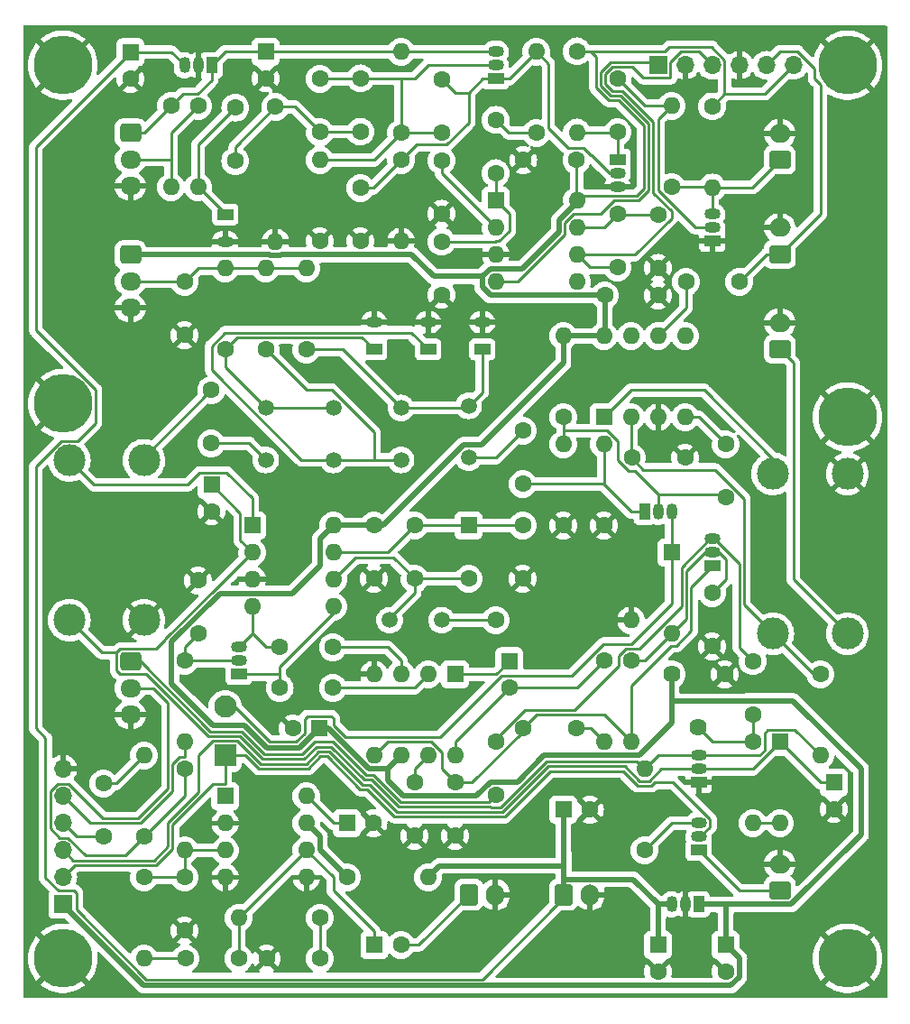
<source format=gbr>
%TF.GenerationSoftware,KiCad,Pcbnew,7.0.9*%
%TF.CreationDate,2024-01-16T00:27:58+08:00*%
%TF.ProjectId,Elecraft_K1_Remake,456c6563-7261-4667-945f-4b315f52656d,rev?*%
%TF.SameCoordinates,Original*%
%TF.FileFunction,Copper,L1,Top*%
%TF.FilePolarity,Positive*%
%FSLAX46Y46*%
G04 Gerber Fmt 4.6, Leading zero omitted, Abs format (unit mm)*
G04 Created by KiCad (PCBNEW 7.0.9) date 2024-01-16 00:27:58*
%MOMM*%
%LPD*%
G01*
G04 APERTURE LIST*
G04 Aperture macros list*
%AMRoundRect*
0 Rectangle with rounded corners*
0 $1 Rounding radius*
0 $2 $3 $4 $5 $6 $7 $8 $9 X,Y pos of 4 corners*
0 Add a 4 corners polygon primitive as box body*
4,1,4,$2,$3,$4,$5,$6,$7,$8,$9,$2,$3,0*
0 Add four circle primitives for the rounded corners*
1,1,$1+$1,$2,$3*
1,1,$1+$1,$4,$5*
1,1,$1+$1,$6,$7*
1,1,$1+$1,$8,$9*
0 Add four rect primitives between the rounded corners*
20,1,$1+$1,$2,$3,$4,$5,0*
20,1,$1+$1,$4,$5,$6,$7,0*
20,1,$1+$1,$6,$7,$8,$9,0*
20,1,$1+$1,$8,$9,$2,$3,0*%
G04 Aperture macros list end*
%TA.AperFunction,ComponentPad*%
%ADD10R,1.600000X1.600000*%
%TD*%
%TA.AperFunction,ComponentPad*%
%ADD11O,1.600000X1.600000*%
%TD*%
%TA.AperFunction,ComponentPad*%
%ADD12C,5.500000*%
%TD*%
%TA.AperFunction,ComponentPad*%
%ADD13C,1.500000*%
%TD*%
%TA.AperFunction,ComponentPad*%
%ADD14C,1.600000*%
%TD*%
%TA.AperFunction,ComponentPad*%
%ADD15R,1.700000X1.700000*%
%TD*%
%TA.AperFunction,ComponentPad*%
%ADD16O,1.700000X1.700000*%
%TD*%
%TA.AperFunction,ComponentPad*%
%ADD17R,1.500000X1.050000*%
%TD*%
%TA.AperFunction,ComponentPad*%
%ADD18O,1.500000X1.050000*%
%TD*%
%TA.AperFunction,ComponentPad*%
%ADD19C,1.620000*%
%TD*%
%TA.AperFunction,ComponentPad*%
%ADD20R,1.050000X1.500000*%
%TD*%
%TA.AperFunction,ComponentPad*%
%ADD21O,1.050000X1.500000*%
%TD*%
%TA.AperFunction,ComponentPad*%
%ADD22RoundRect,0.250000X-0.725000X0.600000X-0.725000X-0.600000X0.725000X-0.600000X0.725000X0.600000X0*%
%TD*%
%TA.AperFunction,ComponentPad*%
%ADD23O,1.950000X1.700000*%
%TD*%
%TA.AperFunction,ComponentPad*%
%ADD24RoundRect,0.250000X0.750000X-0.600000X0.750000X0.600000X-0.750000X0.600000X-0.750000X-0.600000X0*%
%TD*%
%TA.AperFunction,ComponentPad*%
%ADD25O,2.000000X1.700000*%
%TD*%
%TA.AperFunction,ComponentPad*%
%ADD26C,3.000000*%
%TD*%
%TA.AperFunction,ComponentPad*%
%ADD27RoundRect,0.250000X-0.600000X-0.750000X0.600000X-0.750000X0.600000X0.750000X-0.600000X0.750000X0*%
%TD*%
%TA.AperFunction,ComponentPad*%
%ADD28O,1.700000X2.000000*%
%TD*%
%TA.AperFunction,ComponentPad*%
%ADD29RoundRect,0.250001X0.799999X-0.799999X0.799999X0.799999X-0.799999X0.799999X-0.799999X-0.799999X0*%
%TD*%
%TA.AperFunction,ComponentPad*%
%ADD30C,2.100000*%
%TD*%
%TA.AperFunction,Conductor*%
%ADD31C,0.250000*%
%TD*%
%TA.AperFunction,Conductor*%
%ADD32C,0.500000*%
%TD*%
G04 APERTURE END LIST*
D10*
%TO.P,D5,1,K*%
%TO.N,6R{slash}AUX1*%
X120650000Y-99060000D03*
D11*
%TO.P,D5,2,A*%
%TO.N,Net-(D5-A)*%
X120650000Y-106680000D03*
%TD*%
D12*
%TO.P,J14,1,Pin_1*%
%TO.N,GND*%
X137160000Y-137160000D03*
%TD*%
D13*
%TO.P,Y5,1,1*%
%TO.N,Net-(U6-OSC_B)*%
X94180000Y-105410000D03*
%TO.P,Y5,2,2*%
%TO.N,Net-(L2-Pad1)*%
X99060000Y-105410000D03*
%TD*%
D14*
%TO.P,C26,1*%
%TO.N,AF_2*%
X83860000Y-111760000D03*
%TO.P,C26,2*%
%TO.N,Net-(U5--)*%
X88860000Y-111760000D03*
%TD*%
D15*
%TO.P,J3,1,Pin_1*%
%TO.N,Net-(J3-Pin_1)*%
X119380000Y-53340000D03*
D16*
%TO.P,J3,2,Pin_2*%
%TO.N,GND*%
X121920000Y-53340000D03*
%TO.P,J3,3,Pin_3*%
%TO.N,Net-(J3-Pin_3)*%
X124460000Y-53340000D03*
%TO.P,J3,4,Pin_4*%
%TO.N,GND*%
X127000000Y-53340000D03*
%TO.P,J3,5,Pin_5*%
%TO.N,PreMix*%
X129540000Y-53340000D03*
%TO.P,J3,6,Pin_6*%
%TO.N,+5V*%
X132080000Y-53340000D03*
%TD*%
D17*
%TO.P,Q8,1,S*%
%TO.N,Net-(J7-Pin_1)*%
X123190000Y-127000000D03*
D18*
%TO.P,Q8,2,G*%
%TO.N,6R{slash}AUX*%
X123190000Y-125730000D03*
%TO.P,Q8,3,D*%
%TO.N,Net-(Q8-D)*%
X123190000Y-124460000D03*
%TD*%
D14*
%TO.P,C12,1*%
%TO.N,Net-(U2-OUT_A)*%
X125730000Y-88900000D03*
%TO.P,C12,2*%
%TO.N,Net-(Q2-B)*%
X125730000Y-93900000D03*
%TD*%
D19*
%TO.P,RV3,1,1*%
%TO.N,+5V*%
X120650000Y-110490000D03*
%TO.P,RV3,2,2*%
%TO.N,Net-(C38-Pad2)*%
X123150000Y-115490000D03*
%TO.P,RV3,3,3*%
%TO.N,GND*%
X125650000Y-110490000D03*
%TD*%
D20*
%TO.P,Q2,1,E*%
%TO.N,Net-(Q2-E)*%
X118110000Y-95250000D03*
D21*
%TO.P,Q2,2,B*%
%TO.N,Net-(Q2-B)*%
X119380000Y-95250000D03*
%TO.P,Q2,3,C*%
%TO.N,6R{slash}AUX1*%
X120650000Y-95250000D03*
%TD*%
D22*
%TO.P,RV4,1,1*%
%TO.N,Net-(C39-Pad2)*%
X69850000Y-109300000D03*
D23*
%TO.P,RV4,2,2*%
%TO.N,Net-(R20-Pad1)*%
X69850000Y-111800000D03*
%TO.P,RV4,3,3*%
%TO.N,GND*%
X69850000Y-114300000D03*
%TD*%
D14*
%TO.P,C23,1*%
%TO.N,Net-(C23-Pad1)*%
X77430000Y-88820000D03*
%TO.P,C23,2*%
%TO.N,Net-(T2-AB)*%
X77430000Y-83820000D03*
%TD*%
%TO.P,R4,1*%
%TO.N,GND*%
X87630000Y-69850000D03*
D11*
%TO.P,R4,2*%
%TO.N,Net-(Q1-B)*%
X87630000Y-62230000D03*
%TD*%
D14*
%TO.P,C17,1*%
%TO.N,Net-(U4-IN_B)*%
X99060000Y-62270000D03*
%TO.P,C17,2*%
%TO.N,GND*%
X99060000Y-67270000D03*
%TD*%
D10*
%TO.P,U4,1,IN_A*%
%TO.N,Net-(U4-IN_A)*%
X104140000Y-66040000D03*
D11*
%TO.P,U4,2,IN_B*%
%TO.N,Net-(U4-IN_B)*%
X104140000Y-68580000D03*
%TO.P,U4,3,GND*%
%TO.N,GND*%
X104140000Y-71120000D03*
%TO.P,U4,4,OUT_A*%
%TO.N,Net-(J3-Pin_1)*%
X104140000Y-73660000D03*
%TO.P,U4,5,OUT_B*%
%TO.N,unconnected-(U4-OUT_B-Pad5)*%
X111760000Y-73660000D03*
%TO.P,U4,6,OSC_B*%
%TO.N,Net-(J3-Pin_3)*%
X111760000Y-71120000D03*
%TO.P,U4,7,OSC_E*%
%TO.N,Net-(U4-OSC_E)*%
X111760000Y-68580000D03*
%TO.P,U4,8,VCC*%
%TO.N,+5V*%
X111760000Y-66040000D03*
%TD*%
D14*
%TO.P,R24,1*%
%TO.N,Net-(U7-VS)*%
X90170000Y-129540000D03*
D11*
%TO.P,R24,2*%
%TO.N,+12V*%
X97790000Y-129540000D03*
%TD*%
D10*
%TO.P,D6,1,K*%
%TO.N,~{AGC OFF}*%
X130810000Y-116840000D03*
D11*
%TO.P,D6,2,A*%
%TO.N,Net-(D6-A)*%
X130810000Y-124460000D03*
%TD*%
D14*
%TO.P,C25,1*%
%TO.N,AF_1*%
X83860000Y-107950000D03*
%TO.P,C25,2*%
%TO.N,Net-(U5-+)*%
X88860000Y-107950000D03*
%TD*%
%TO.P,C10,1*%
%TO.N,GND*%
X119380000Y-74930000D03*
%TO.P,C10,2*%
%TO.N,+5V*%
X114380000Y-74930000D03*
%TD*%
%TO.P,C45,1*%
%TO.N,Net-(C45-Pad1)*%
X87630000Y-137160000D03*
%TO.P,C45,2*%
%TO.N,GND*%
X82630000Y-137160000D03*
%TD*%
%TO.P,R16,1*%
%TO.N,Net-(Q5-G)*%
X74930000Y-109220000D03*
D11*
%TO.P,R16,2*%
%TO.N,Mute*%
X74930000Y-116840000D03*
%TD*%
D22*
%TO.P,RV2,1,1*%
%TO.N,+5V*%
X69850000Y-71120000D03*
D23*
%TO.P,RV2,2,2*%
%TO.N,Net-(C22-Pad1)*%
X69850000Y-73620000D03*
%TO.P,RV2,3,3*%
%TO.N,GND*%
X69850000Y-76120000D03*
%TD*%
D24*
%TO.P,J1,1,Pin_1*%
%TO.N,Net-(J1-Pin_1)*%
X130810000Y-79990000D03*
D25*
%TO.P,J1,2,Pin_2*%
%TO.N,GND*%
X130810000Y-77490000D03*
%TD*%
D10*
%TO.P,C6,1*%
%TO.N,+5VA*%
X82550000Y-52070000D03*
D14*
%TO.P,C6,2*%
%TO.N,GND*%
X82550000Y-54570000D03*
%TD*%
D17*
%TO.P,Q6,1,E*%
%TO.N,Net-(Q6-E)*%
X124460000Y-100330000D03*
D18*
%TO.P,Q6,2,B*%
%TO.N,Net-(D5-A)*%
X124460000Y-99060000D03*
%TO.P,Q6,3,C*%
%TO.N,AF_level*%
X124460000Y-97790000D03*
%TD*%
D14*
%TO.P,R13,1*%
%TO.N,Net-(D2-K)*%
X86360000Y-80010000D03*
D11*
%TO.P,R13,2*%
%TO.N,Net-(C22-Pad1)*%
X86360000Y-72390000D03*
%TD*%
D20*
%TO.P,U1,1,VO*%
%TO.N,+5VA*%
X77470000Y-53340000D03*
D21*
%TO.P,U1,2,GND*%
%TO.N,GND*%
X76200000Y-53340000D03*
%TO.P,U1,3,VI*%
%TO.N,+12V*%
X74930000Y-53340000D03*
%TD*%
D14*
%TO.P,C19,1*%
%TO.N,Net-(U4-OSC_E)*%
X115570000Y-67310000D03*
%TO.P,C19,2*%
%TO.N,Net-(J3-Pin_3)*%
X115570000Y-72310000D03*
%TD*%
D12*
%TO.P,J13,1,Pin_1*%
%TO.N,GND*%
X63500000Y-137160000D03*
%TD*%
D24*
%TO.P,J4,1,Pin_1*%
%TO.N,Net-(J4-Pin_1)*%
X130810000Y-62230000D03*
D25*
%TO.P,J4,2,Pin_2*%
%TO.N,GND*%
X130810000Y-59730000D03*
%TD*%
D14*
%TO.P,R12,1*%
%TO.N,+5V*%
X124460000Y-57190000D03*
D11*
%TO.P,R12,2*%
%TO.N,Net-(J4-Pin_1)*%
X124460000Y-64810000D03*
%TD*%
D14*
%TO.P,R3,1*%
%TO.N,Net-(Q1-B)*%
X95250000Y-59690000D03*
D11*
%TO.P,R3,2*%
%TO.N,+5VA*%
X95250000Y-52070000D03*
%TD*%
D17*
%TO.P,D2,1,K*%
%TO.N,Net-(D2-K)*%
X102870000Y-80010000D03*
D18*
%TO.P,D2,2,A*%
%TO.N,GND*%
X102870000Y-77470000D03*
%TD*%
D14*
%TO.P,R22,1*%
%TO.N,Coil_1*%
X134620000Y-110490000D03*
D11*
%TO.P,R22,2*%
%TO.N,Coil_2*%
X134620000Y-118110000D03*
%TD*%
D10*
%TO.P,U7,1,NC*%
%TO.N,unconnected-(U7-NC-Pad1)*%
X78740000Y-121930000D03*
D11*
%TO.P,U7,2,+*%
%TO.N,GND*%
X78740000Y-124470000D03*
%TO.P,U7,3,-*%
%TO.N,Net-(U7--)*%
X78740000Y-127010000D03*
%TO.P,U7,4,GND*%
%TO.N,GND*%
X78740000Y-129550000D03*
%TO.P,U7,5,GND*%
X86360000Y-129550000D03*
%TO.P,U7,6*%
%TO.N,Net-(C44-Pad2)*%
X86360000Y-127010000D03*
%TO.P,U7,7,VS*%
%TO.N,Net-(U7-VS)*%
X86360000Y-124470000D03*
%TO.P,U7,8,BYPASS*%
%TO.N,Net-(U7-BYPASS)*%
X86360000Y-121930000D03*
%TD*%
D14*
%TO.P,C11,1*%
%TO.N,Net-(U2-OSC_B)*%
X122000000Y-73660000D03*
%TO.P,C11,2*%
%TO.N,PreMix*%
X127000000Y-73660000D03*
%TD*%
D24*
%TO.P,J7,1,Pin_1*%
%TO.N,Net-(J7-Pin_1)*%
X130810000Y-130790000D03*
D25*
%TO.P,J7,2,Pin_2*%
%TO.N,GND*%
X130810000Y-128290000D03*
%TD*%
D14*
%TO.P,C40,1*%
%TO.N,XFIL{slash}TONE*%
X67310000Y-125730000D03*
%TO.P,C40,2*%
%TO.N,Net-(C40-Pad2)*%
X67310000Y-120730000D03*
%TD*%
%TO.P,C44,1*%
%TO.N,Net-(C44-Pad1)*%
X75010000Y-137160000D03*
%TO.P,C44,2*%
%TO.N,Net-(C44-Pad2)*%
X80010000Y-137160000D03*
%TD*%
%TO.P,C32,1*%
%TO.N,GND*%
X92710000Y-101520000D03*
%TO.P,C32,2*%
%TO.N,+5V*%
X92710000Y-96520000D03*
%TD*%
%TO.P,R10,1*%
%TO.N,+5V*%
X111760000Y-52030000D03*
D11*
%TO.P,R10,2*%
%TO.N,Net-(Q3-E)*%
X111760000Y-59650000D03*
%TD*%
D14*
%TO.P,R7,1*%
%TO.N,GND*%
X110490000Y-96520000D03*
D11*
%TO.P,R7,2*%
%TO.N,Net-(Q2-B)*%
X110490000Y-88900000D03*
%TD*%
D13*
%TO.P,Y4,1,1*%
%TO.N,Net-(D4-K)*%
X82550000Y-85490000D03*
%TO.P,Y4,2,2*%
%TO.N,Net-(C23-Pad1)*%
X82550000Y-90370000D03*
%TD*%
D14*
%TO.P,R14,1*%
%TO.N,Net-(D3-K)*%
X82550000Y-80010000D03*
D11*
%TO.P,R14,2*%
%TO.N,Net-(C22-Pad1)*%
X82550000Y-72390000D03*
%TD*%
D14*
%TO.P,C14,1*%
%TO.N,Net-(U4-IN_A)*%
X104140000Y-63460000D03*
%TO.P,C14,2*%
%TO.N,Net-(C14-Pad2)*%
X104140000Y-58460000D03*
%TD*%
D10*
%TO.P,U2,1,IN_A*%
%TO.N,Net-(T1-SB)*%
X114300000Y-86360000D03*
D11*
%TO.P,U2,2,IN_B*%
%TO.N,Coil_1*%
X116840000Y-86360000D03*
%TO.P,U2,3,GND*%
%TO.N,GND*%
X119380000Y-86360000D03*
%TO.P,U2,4,OUT_A*%
%TO.N,Net-(U2-OUT_A)*%
X121920000Y-86360000D03*
%TO.P,U2,5,OUT_B*%
%TO.N,unconnected-(U2-OUT_B-Pad5)*%
X121920000Y-78740000D03*
%TO.P,U2,6,OSC_B*%
%TO.N,Net-(U2-OSC_B)*%
X119380000Y-78740000D03*
%TO.P,U2,7,OSC_E*%
%TO.N,unconnected-(U2-OSC_E-Pad7)*%
X116840000Y-78740000D03*
%TO.P,U2,8,VCC*%
%TO.N,+5V*%
X114300000Y-78740000D03*
%TD*%
D14*
%TO.P,R8,1*%
%TO.N,Net-(C14-Pad2)*%
X107950000Y-59690000D03*
D11*
%TO.P,R8,2*%
%TO.N,VFO_Out*%
X107950000Y-52070000D03*
%TD*%
D14*
%TO.P,C33,1*%
%TO.N,Net-(C33-Pad1)*%
X111720000Y-115570000D03*
%TO.P,C33,2*%
%TO.N,Net-(Q6-E)*%
X106720000Y-115570000D03*
%TD*%
%TO.P,R1,1*%
%TO.N,+5VA*%
X73660000Y-57150000D03*
D11*
%TO.P,R1,2*%
%TO.N,Net-(R1-Pad2)*%
X73660000Y-64770000D03*
%TD*%
D14*
%TO.P,C22,1*%
%TO.N,Net-(C22-Pad1)*%
X74930000Y-73660000D03*
%TO.P,C22,2*%
%TO.N,GND*%
X74930000Y-78660000D03*
%TD*%
%TO.P,C7,1*%
%TO.N,Net-(Q1-B)*%
X99060000Y-59650000D03*
%TO.P,C7,2*%
%TO.N,VFO_Out*%
X99060000Y-54650000D03*
%TD*%
%TO.P,R5,1*%
%TO.N,VFO_Out*%
X95250000Y-62230000D03*
D11*
%TO.P,R5,2*%
%TO.N,GND*%
X95250000Y-69850000D03*
%TD*%
D14*
%TO.P,L1,1,1*%
%TO.N,Net-(C2-Pad1)*%
X83460000Y-57230000D03*
D11*
%TO.P,L1,2,2*%
%TO.N,GND*%
X83460000Y-69930000D03*
%TD*%
D17*
%TO.P,Q1,1,E*%
%TO.N,VFO_Out*%
X104140000Y-54610000D03*
D18*
%TO.P,Q1,2,B*%
%TO.N,Net-(Q1-B)*%
X104140000Y-53340000D03*
%TO.P,Q1,3,C*%
%TO.N,+5VA*%
X104140000Y-52070000D03*
%TD*%
D14*
%TO.P,C21,1*%
%TO.N,Net-(U4-OSC_E)*%
X119380000Y-67350000D03*
%TO.P,C21,2*%
%TO.N,GND*%
X119380000Y-72350000D03*
%TD*%
%TO.P,R26,1*%
%TO.N,Net-(Q8-D)*%
X118110000Y-127000000D03*
D11*
%TO.P,R26,2*%
%TO.N,Coil_2*%
X118110000Y-119380000D03*
%TD*%
D26*
%TO.P,T2,1,AA*%
%TO.N,GND*%
X71120000Y-105410000D03*
%TO.P,T2,2,AB*%
%TO.N,Net-(T2-AB)*%
X71120000Y-90410000D03*
%TO.P,T2,3,SA*%
%TO.N,Coil_2*%
X64120000Y-105410000D03*
%TO.P,T2,4,SB*%
%TO.N,Net-(T2-SB)*%
X64120000Y-90410000D03*
%TD*%
D17*
%TO.P,D3,1,K*%
%TO.N,Net-(D3-K)*%
X97790000Y-80010000D03*
D18*
%TO.P,D3,2,A*%
%TO.N,GND*%
X97790000Y-77470000D03*
%TD*%
D17*
%TO.P,D1,1,K*%
%TO.N,Net-(D1-K)*%
X78740000Y-67350000D03*
D18*
%TO.P,D1,2,A*%
%TO.N,GND*%
X78740000Y-69890000D03*
%TD*%
D24*
%TO.P,J5,1,Pin_1*%
%TO.N,PreMix*%
X130810000Y-71080000D03*
D25*
%TO.P,J5,2,Pin_2*%
%TO.N,GND*%
X130810000Y-68580000D03*
%TD*%
D14*
%TO.P,C5,1*%
%TO.N,Net-(Q1-B)*%
X91440000Y-54570000D03*
%TO.P,C5,2*%
%TO.N,Net-(C2-Pad1)*%
X91440000Y-59570000D03*
%TD*%
D13*
%TO.P,Y2,1,1*%
%TO.N,Net-(D2-K)*%
X95250000Y-85490000D03*
%TO.P,Y2,2,2*%
%TO.N,Net-(D3-K)*%
X95250000Y-90370000D03*
%TD*%
D17*
%TO.P,Q4,1,E*%
%TO.N,GND*%
X124460000Y-69850000D03*
D18*
%TO.P,Q4,2,B*%
%TO.N,Net-(Q4-B)*%
X124460000Y-68580000D03*
%TO.P,Q4,3,C*%
%TO.N,Net-(J4-Pin_1)*%
X124460000Y-67310000D03*
%TD*%
D15*
%TO.P,J6,1,Pin_1*%
%TO.N,+5V*%
X63500000Y-132080000D03*
D16*
%TO.P,J6,2,Pin_2*%
%TO.N,6R{slash}AUX*%
X63500000Y-129540000D03*
%TO.P,J6,3,Pin_3*%
%TO.N,~{AGC OFF}*%
X63500000Y-127000000D03*
%TO.P,J6,4,Pin_4*%
%TO.N,XFIL{slash}TONE*%
X63500000Y-124460000D03*
%TO.P,J6,5,Pin_5*%
%TO.N,Mute*%
X63500000Y-121920000D03*
%TO.P,J6,6,Pin_6*%
%TO.N,GND*%
X63500000Y-119380000D03*
%TD*%
D13*
%TO.P,Y3,1,1*%
%TO.N,Net-(D3-K)*%
X88900000Y-90370000D03*
%TO.P,Y3,2,2*%
%TO.N,Net-(D4-K)*%
X88900000Y-85490000D03*
%TD*%
D14*
%TO.P,R17,1*%
%TO.N,Net-(C29-Pad2)*%
X114300000Y-109220000D03*
D11*
%TO.P,R17,2*%
%TO.N,Net-(C33-Pad1)*%
X114300000Y-116840000D03*
%TD*%
D27*
%TO.P,J2,1,Pin_1*%
%TO.N,+12V*%
X110510000Y-131170000D03*
D28*
%TO.P,J2,2,Pin_2*%
%TO.N,GND*%
X113010000Y-131170000D03*
%TD*%
D10*
%TO.P,C46,1*%
%TO.N,Net-(C44-Pad2)*%
X92750000Y-135890000D03*
D14*
%TO.P,C46,2*%
%TO.N,Net-(J8-Pin_1)*%
X95250000Y-135890000D03*
%TD*%
D13*
%TO.P,Y1,1,1*%
%TO.N,Net-(C18-Pad2)*%
X101600000Y-90170000D03*
%TO.P,Y1,2,2*%
%TO.N,Net-(D2-K)*%
X101600000Y-85290000D03*
%TD*%
D12*
%TO.P,J12,1,Pin_1*%
%TO.N,GND*%
X137160000Y-86360000D03*
%TD*%
D14*
%TO.P,C28,1*%
%TO.N,Net-(U5-BYPASS)*%
X96520000Y-120650000D03*
%TO.P,C28,2*%
%TO.N,GND*%
X96520000Y-125650000D03*
%TD*%
D22*
%TO.P,RV1,1,1*%
%TO.N,+5VA*%
X69850000Y-59690000D03*
D23*
%TO.P,RV1,2,2*%
%TO.N,Net-(R1-Pad2)*%
X69850000Y-62190000D03*
%TO.P,RV1,3,3*%
%TO.N,GND*%
X69850000Y-64690000D03*
%TD*%
D14*
%TO.P,C36,1*%
%TO.N,Net-(U6-OSC_E)*%
X106680000Y-96520000D03*
%TO.P,C36,2*%
%TO.N,GND*%
X106680000Y-101520000D03*
%TD*%
D10*
%TO.P,C13,1*%
%TO.N,+5V*%
X125730000Y-135890000D03*
D14*
%TO.P,C13,2*%
%TO.N,GND*%
X125730000Y-138390000D03*
%TD*%
%TO.P,C31,1*%
%TO.N,Net-(Q6-E)*%
X100330000Y-120650000D03*
%TO.P,C31,2*%
%TO.N,GND*%
X100330000Y-125650000D03*
%TD*%
D17*
%TO.P,Q7,1,E*%
%TO.N,GND*%
X123190000Y-120650000D03*
D18*
%TO.P,Q7,2,B*%
%TO.N,~{AGC OFF}*%
X123190000Y-119380000D03*
%TO.P,Q7,3,C*%
%TO.N,Coil_2*%
X123190000Y-118110000D03*
%TD*%
D14*
%TO.P,C34,1*%
%TO.N,Net-(U6-OSC_E)*%
X96520000Y-96520000D03*
%TO.P,C34,2*%
%TO.N,Net-(U6-OSC_B)*%
X96520000Y-101520000D03*
%TD*%
%TO.P,C20,1*%
%TO.N,GND*%
X106720000Y-62230000D03*
%TO.P,C20,2*%
%TO.N,+5V*%
X111720000Y-62230000D03*
%TD*%
D29*
%TO.P,JP1,1,A*%
%TO.N,6R{slash}AUX*%
X78740000Y-118110000D03*
D30*
%TO.P,JP1,2,B*%
%TO.N,6R{slash}AUX1*%
X78740000Y-113510000D03*
%TD*%
D10*
%TO.P,C1,1*%
%TO.N,+12V*%
X69850000Y-52110000D03*
D14*
%TO.P,C1,2*%
%TO.N,GND*%
X69850000Y-54610000D03*
%TD*%
D12*
%TO.P,J10,1,Pin_1*%
%TO.N,GND*%
X137160000Y-53340000D03*
%TD*%
D10*
%TO.P,C47,1*%
%TO.N,+12V*%
X110490000Y-123190000D03*
D14*
%TO.P,C47,2*%
%TO.N,GND*%
X112990000Y-123190000D03*
%TD*%
%TO.P,C38,1*%
%TO.N,AF_level*%
X128270000Y-109260000D03*
%TO.P,C38,2*%
%TO.N,Net-(C38-Pad2)*%
X128270000Y-114260000D03*
%TD*%
%TO.P,C43,1*%
%TO.N,Net-(U7--)*%
X74930000Y-129540000D03*
%TO.P,C43,2*%
%TO.N,GND*%
X74930000Y-134540000D03*
%TD*%
%TO.P,R9,1*%
%TO.N,GND*%
X114300000Y-96520000D03*
D11*
%TO.P,R9,2*%
%TO.N,Net-(Q2-E)*%
X114300000Y-88900000D03*
%TD*%
D14*
%TO.P,C16,1*%
%TO.N,Net-(Q4-B)*%
X115570000Y-54610000D03*
%TO.P,C16,2*%
%TO.N,Net-(Q3-E)*%
X115570000Y-59610000D03*
%TD*%
D10*
%TO.P,U5,1,GAIN*%
%TO.N,Net-(C29-Pad1)*%
X100330000Y-110490000D03*
D11*
%TO.P,U5,2,-*%
%TO.N,Net-(U5--)*%
X97790000Y-110490000D03*
%TO.P,U5,3,+*%
%TO.N,Net-(U5-+)*%
X95250000Y-110490000D03*
%TO.P,U5,4,GND*%
%TO.N,GND*%
X92710000Y-110490000D03*
%TO.P,U5,5*%
%TO.N,Net-(Q6-E)*%
X92710000Y-118110000D03*
%TO.P,U5,6,V+*%
%TO.N,+5V*%
X95250000Y-118110000D03*
%TO.P,U5,7,BYPASS*%
%TO.N,Net-(U5-BYPASS)*%
X97790000Y-118110000D03*
%TO.P,U5,8,GAIN*%
%TO.N,Net-(C29-Pad2)*%
X100330000Y-118110000D03*
%TD*%
D14*
%TO.P,R2,1*%
%TO.N,Net-(R1-Pad2)*%
X76200000Y-57150000D03*
D11*
%TO.P,R2,2*%
%TO.N,Net-(D1-K)*%
X76200000Y-64770000D03*
%TD*%
D17*
%TO.P,D4,1,K*%
%TO.N,Net-(D4-K)*%
X92710000Y-80010000D03*
D18*
%TO.P,D4,2,A*%
%TO.N,GND*%
X92710000Y-77470000D03*
%TD*%
D14*
%TO.P,R23,1*%
%TO.N,Net-(U7--)*%
X71120000Y-129540000D03*
D11*
%TO.P,R23,2*%
%TO.N,Net-(C44-Pad1)*%
X71120000Y-137160000D03*
%TD*%
D17*
%TO.P,Q5,1,S*%
%TO.N,AF_2*%
X80010000Y-110490000D03*
D18*
%TO.P,Q5,2,G*%
%TO.N,Net-(Q5-G)*%
X80010000Y-109220000D03*
%TO.P,Q5,3,D*%
%TO.N,AF_1*%
X80010000Y-107950000D03*
%TD*%
D14*
%TO.P,L2,1,1*%
%TO.N,Net-(L2-Pad1)*%
X104140000Y-105410000D03*
D11*
%TO.P,L2,2,2*%
%TO.N,GND*%
X116840000Y-105410000D03*
%TD*%
D14*
%TO.P,C24,1*%
%TO.N,Net-(Q5-G)*%
X76200000Y-106680000D03*
%TO.P,C24,2*%
%TO.N,GND*%
X76200000Y-101680000D03*
%TD*%
%TO.P,R18,1*%
%TO.N,Net-(D5-A)*%
X116840000Y-109220000D03*
D11*
%TO.P,R18,2*%
%TO.N,Net-(Q6-E)*%
X116840000Y-116840000D03*
%TD*%
D26*
%TO.P,T1,1,AA*%
%TO.N,Net-(J1-Pin_1)*%
X137160000Y-106680000D03*
%TO.P,T1,2,AB*%
%TO.N,GND*%
X137160000Y-91680000D03*
%TO.P,T1,3,SA*%
%TO.N,Coil_1*%
X130160000Y-106680000D03*
%TO.P,T1,4,SB*%
%TO.N,Net-(T1-SB)*%
X130160000Y-91680000D03*
%TD*%
D14*
%TO.P,R19,1*%
%TO.N,Net-(C38-Pad2)*%
X128270000Y-116840000D03*
D11*
%TO.P,R19,2*%
%TO.N,Net-(D6-A)*%
X128270000Y-124460000D03*
%TD*%
D14*
%TO.P,R15,1*%
%TO.N,Net-(D4-K)*%
X78740000Y-80010000D03*
D11*
%TO.P,R15,2*%
%TO.N,Net-(C22-Pad1)*%
X78740000Y-72390000D03*
%TD*%
D10*
%TO.P,U6,1,IN_A*%
%TO.N,Net-(T2-SB)*%
X81280000Y-96520000D03*
D11*
%TO.P,U6,2,IN_B*%
%TO.N,Coil_2*%
X81280000Y-99060000D03*
%TO.P,U6,3,GND*%
%TO.N,GND*%
X81280000Y-101600000D03*
%TO.P,U6,4,OUT_A*%
%TO.N,AF_1*%
X81280000Y-104140000D03*
%TO.P,U6,5,OUT_B*%
%TO.N,AF_2*%
X88900000Y-104140000D03*
%TO.P,U6,6,OSC_B*%
%TO.N,Net-(U6-OSC_B)*%
X88900000Y-101600000D03*
%TO.P,U6,7,OSC_E*%
%TO.N,Net-(U6-OSC_E)*%
X88900000Y-99060000D03*
%TO.P,U6,8,VCC*%
%TO.N,+5V*%
X88900000Y-96520000D03*
%TD*%
D10*
%TO.P,C42,1*%
%TO.N,Net-(U7-BYPASS)*%
X90170000Y-124460000D03*
D14*
%TO.P,C42,2*%
%TO.N,GND*%
X92670000Y-124460000D03*
%TD*%
D12*
%TO.P,J11,1,Pin_1*%
%TO.N,GND*%
X63500000Y-85090000D03*
%TD*%
D14*
%TO.P,R21,1*%
%TO.N,Net-(R20-Pad1)*%
X74930000Y-119380000D03*
D11*
%TO.P,R21,2*%
%TO.N,Net-(U7--)*%
X74930000Y-127000000D03*
%TD*%
D27*
%TO.P,J8,1,Pin_1*%
%TO.N,Net-(J8-Pin_1)*%
X101620000Y-131170000D03*
D28*
%TO.P,J8,2,Pin_2*%
%TO.N,GND*%
X104120000Y-131170000D03*
%TD*%
D14*
%TO.P,C3,1*%
%TO.N,Coil_1*%
X116920000Y-90170000D03*
%TO.P,C3,2*%
%TO.N,GND*%
X121920000Y-90170000D03*
%TD*%
D12*
%TO.P,J9,1,Pin_1*%
%TO.N,GND*%
X63500000Y-53340000D03*
%TD*%
D14*
%TO.P,C37,1*%
%TO.N,Net-(D5-A)*%
X124460000Y-102870000D03*
%TO.P,C37,2*%
%TO.N,GND*%
X124460000Y-107870000D03*
%TD*%
%TO.P,R11,1*%
%TO.N,Net-(J4-Pin_1)*%
X120650000Y-64770000D03*
D11*
%TO.P,R11,2*%
%TO.N,Net-(Q4-B)*%
X120650000Y-57150000D03*
%TD*%
D10*
%TO.P,C41,1*%
%TO.N,~{AGC OFF}*%
X135890000Y-120650000D03*
D14*
%TO.P,C41,2*%
%TO.N,GND*%
X135890000Y-123150000D03*
%TD*%
%TO.P,C18,1*%
%TO.N,Net-(Q2-E)*%
X106680000Y-92630000D03*
%TO.P,C18,2*%
%TO.N,Net-(C18-Pad2)*%
X106680000Y-87630000D03*
%TD*%
%TO.P,R6,1*%
%TO.N,Net-(Q2-B)*%
X110490000Y-86360000D03*
D11*
%TO.P,R6,2*%
%TO.N,+5V*%
X110490000Y-78740000D03*
%TD*%
D14*
%TO.P,C8,1*%
%TO.N,VFO_Out*%
X91440000Y-64850000D03*
%TO.P,C8,2*%
%TO.N,GND*%
X91440000Y-69850000D03*
%TD*%
%TO.P,C15,1*%
%TO.N,GND*%
X99060000Y-74890000D03*
%TO.P,C15,2*%
%TO.N,Net-(U4-IN_A)*%
X99060000Y-69890000D03*
%TD*%
D10*
%TO.P,C29,1*%
%TO.N,Net-(C29-Pad1)*%
X105410000Y-109260000D03*
D14*
%TO.P,C29,2*%
%TO.N,Net-(C29-Pad2)*%
X105410000Y-111760000D03*
%TD*%
D10*
%TO.P,C9,1*%
%TO.N,+12V*%
X119380000Y-135890000D03*
D14*
%TO.P,C9,2*%
%TO.N,GND*%
X119380000Y-138390000D03*
%TD*%
%TO.P,C2,1*%
%TO.N,Net-(C2-Pad1)*%
X79690000Y-62310000D03*
%TO.P,C2,2*%
%TO.N,Net-(D1-K)*%
X79690000Y-57310000D03*
%TD*%
%TO.P,C39,1*%
%TO.N,AF_level*%
X104140000Y-116840000D03*
%TO.P,C39,2*%
%TO.N,Net-(C39-Pad2)*%
X104140000Y-121840000D03*
%TD*%
D17*
%TO.P,Q3,1,E*%
%TO.N,Net-(Q3-E)*%
X115570000Y-62190000D03*
D18*
%TO.P,Q3,2,B*%
%TO.N,VFO_Out*%
X115570000Y-63460000D03*
%TO.P,Q3,3,C*%
%TO.N,GND*%
X115570000Y-64730000D03*
%TD*%
D20*
%TO.P,U3,1,VO*%
%TO.N,+5V*%
X123190000Y-132080000D03*
D21*
%TO.P,U3,2,GND*%
%TO.N,GND*%
X121920000Y-132080000D03*
%TO.P,U3,3,VI*%
%TO.N,+12V*%
X120650000Y-132080000D03*
%TD*%
D14*
%TO.P,R25,1*%
%TO.N,Net-(C45-Pad1)*%
X87630000Y-133350000D03*
D11*
%TO.P,R25,2*%
%TO.N,Net-(C44-Pad2)*%
X80010000Y-133350000D03*
%TD*%
D14*
%TO.P,C4,1*%
%TO.N,Net-(Q1-B)*%
X87630000Y-54610000D03*
%TO.P,C4,2*%
%TO.N,Net-(C2-Pad1)*%
X87630000Y-59610000D03*
%TD*%
D10*
%TO.P,C27,1*%
%TO.N,Coil_2*%
X77470000Y-92710000D03*
D14*
%TO.P,C27,2*%
%TO.N,GND*%
X77470000Y-95210000D03*
%TD*%
%TO.P,R20,1*%
%TO.N,Net-(R20-Pad1)*%
X71120000Y-125730000D03*
D11*
%TO.P,R20,2*%
%TO.N,Net-(C40-Pad2)*%
X71120000Y-118110000D03*
%TD*%
D10*
%TO.P,C35,1*%
%TO.N,Net-(U6-OSC_E)*%
X101600000Y-96520000D03*
D14*
%TO.P,C35,2*%
%TO.N,Net-(U6-OSC_B)*%
X101600000Y-101520000D03*
%TD*%
D10*
%TO.P,C30,1*%
%TO.N,+5V*%
X87590000Y-115570000D03*
D14*
%TO.P,C30,2*%
%TO.N,GND*%
X85090000Y-115570000D03*
%TD*%
D31*
%TO.N,+12V*%
X102870000Y-139125000D02*
X110112500Y-131882500D01*
X64770000Y-132554505D02*
X71340495Y-139125000D01*
X64770000Y-131000000D02*
X64770000Y-132554505D01*
X64580000Y-130810000D02*
X64770000Y-131000000D01*
X71340495Y-139125000D02*
X102870000Y-139125000D01*
X63108299Y-130810000D02*
X64580000Y-130810000D01*
X61875000Y-129576701D02*
X63108299Y-130810000D01*
X61875000Y-116485000D02*
X61875000Y-129576701D01*
X60960000Y-115570000D02*
X61875000Y-116485000D01*
X63364060Y-88585000D02*
X60960000Y-90989060D01*
X60960000Y-90989060D02*
X60960000Y-115570000D01*
X66575000Y-83816293D02*
X66575000Y-86885940D01*
X60960000Y-78201293D02*
X66575000Y-83816293D01*
X60960000Y-61000000D02*
X60960000Y-78201293D01*
X66575000Y-86885940D02*
X64875940Y-88585000D01*
X64875940Y-88585000D02*
X63364060Y-88585000D01*
X69850000Y-52110000D02*
X60960000Y-61000000D01*
D32*
X110510000Y-128270000D02*
X110510000Y-131170000D01*
D31*
X73700000Y-52110000D02*
X74930000Y-53340000D01*
X69850000Y-52110000D02*
X73700000Y-52110000D01*
D32*
X110510000Y-131170000D02*
X110510000Y-129730000D01*
X98880000Y-128450000D02*
X110330000Y-128450000D01*
X110490000Y-123190000D02*
X110490000Y-127320000D01*
X110490000Y-127320000D02*
X110510000Y-127340000D01*
X97790000Y-129540000D02*
X98880000Y-128450000D01*
X110510000Y-129730000D02*
X110520000Y-129720000D01*
X119380000Y-132080000D02*
X119380000Y-135890000D01*
X117020000Y-129720000D02*
X119380000Y-132080000D01*
X119380000Y-132080000D02*
X120650000Y-132080000D01*
X110330000Y-128450000D02*
X110510000Y-128270000D01*
X110520000Y-129720000D02*
X117020000Y-129720000D01*
X110510000Y-127340000D02*
X110510000Y-128270000D01*
D31*
%TO.N,Net-(C2-Pad1)*%
X85250000Y-57230000D02*
X87630000Y-59610000D01*
X79690000Y-62310000D02*
X79690000Y-61000000D01*
X79690000Y-61000000D02*
X83460000Y-57230000D01*
X83460000Y-57230000D02*
X85250000Y-57230000D01*
X91440000Y-59570000D02*
X87670000Y-59570000D01*
%TO.N,Net-(D1-K)*%
X76200000Y-64770000D02*
X78740000Y-67310000D01*
X76200000Y-60800000D02*
X79690000Y-57310000D01*
X76200000Y-64770000D02*
X76200000Y-60800000D01*
%TO.N,Net-(Q1-B)*%
X95250000Y-59690000D02*
X95250000Y-54570000D01*
X97790000Y-53340000D02*
X104140000Y-53340000D01*
X95250000Y-54570000D02*
X96480000Y-54570000D01*
X99060000Y-59650000D02*
X95290000Y-59650000D01*
X96520000Y-54610000D02*
X97790000Y-53340000D01*
X91440000Y-54570000D02*
X95250000Y-54570000D01*
X87630000Y-62230000D02*
X92710000Y-62230000D01*
X96480000Y-54570000D02*
X96520000Y-54610000D01*
X92710000Y-62230000D02*
X95250000Y-59690000D01*
X87630000Y-54610000D02*
X91400000Y-54610000D01*
%TO.N,Coil_1*%
X116920000Y-90250000D02*
X117965000Y-91295000D01*
X124715991Y-91295000D02*
X127450000Y-94029009D01*
X127450000Y-94029009D02*
X127450000Y-103970000D01*
X127450000Y-103970000D02*
X130160000Y-106680000D01*
X130160000Y-106680000D02*
X133970000Y-110490000D01*
X116840000Y-86360000D02*
X116840000Y-90090000D01*
X117965000Y-91295000D02*
X124715991Y-91295000D01*
%TO.N,+5VA*%
X95250000Y-52070000D02*
X104140000Y-52070000D01*
X76167500Y-56025000D02*
X77470000Y-54722500D01*
X74785000Y-56025000D02*
X76167500Y-56025000D01*
X71120000Y-59690000D02*
X73660000Y-57150000D01*
X78740000Y-52070000D02*
X82550000Y-52070000D01*
X73660000Y-57150000D02*
X74785000Y-56025000D01*
X69850000Y-59690000D02*
X71120000Y-59690000D01*
X77470000Y-54722500D02*
X77470000Y-53340000D01*
X77470000Y-53340000D02*
X78740000Y-52070000D01*
X82550000Y-52070000D02*
X95250000Y-52070000D01*
%TO.N,VFO_Out*%
X95250000Y-62230000D02*
X96705000Y-60775000D01*
X107950000Y-52070000D02*
X109075000Y-53195000D01*
X109075000Y-59224009D02*
X110955991Y-61105000D01*
X96705000Y-60775000D02*
X99525991Y-60775000D01*
X92630000Y-64850000D02*
X95250000Y-62230000D01*
X110955991Y-61105000D02*
X112370991Y-61105000D01*
X102910000Y-54610000D02*
X104140000Y-54610000D01*
X101600000Y-58700991D02*
X101600000Y-55920000D01*
X114915000Y-63460000D02*
X115570000Y-63460000D01*
X101600000Y-55920000D02*
X100330000Y-55920000D01*
X113030000Y-61764009D02*
X113114009Y-61764009D01*
X99525991Y-60775000D02*
X101600000Y-58700991D01*
X113114009Y-61764009D02*
X114810000Y-63460000D01*
X105410000Y-54610000D02*
X107950000Y-52070000D01*
X104140000Y-54610000D02*
X105410000Y-54610000D01*
X114810000Y-63460000D02*
X115570000Y-63460000D01*
X112370991Y-61105000D02*
X113030000Y-61764009D01*
X91440000Y-64850000D02*
X92630000Y-64850000D01*
X109075000Y-53195000D02*
X109075000Y-59224009D01*
X101600000Y-55920000D02*
X102910000Y-54610000D01*
X99060000Y-54650000D02*
X100330000Y-55920000D01*
D32*
%TO.N,+5V*%
X96251117Y-71120000D02*
X84037767Y-71120000D01*
D31*
X118030000Y-64908541D02*
X118030000Y-58979188D01*
D32*
X106167819Y-120590000D02*
X103622233Y-120590000D01*
X103622233Y-120590000D02*
X102292233Y-121920000D01*
D31*
X120013604Y-52070000D02*
X113030000Y-52070000D01*
D32*
X78222233Y-102890000D02*
X73680000Y-107432233D01*
X85070000Y-102890000D02*
X78222233Y-102890000D01*
X83977767Y-71180000D02*
X82942233Y-71180000D01*
X125730000Y-132080000D02*
X125730000Y-135890000D01*
D31*
X124401701Y-51620000D02*
X120463604Y-51620000D01*
D32*
X127752233Y-113010000D02*
X132060000Y-113010000D01*
D31*
X113545000Y-55448783D02*
X113545000Y-52585000D01*
D32*
X127000000Y-138887767D02*
X127000000Y-137160000D01*
X80515964Y-115260000D02*
X82670964Y-117415000D01*
D31*
X125635000Y-56015000D02*
X125635000Y-52853299D01*
D32*
X93552943Y-96520000D02*
X92710000Y-96520000D01*
X73680000Y-107432233D02*
X73680000Y-111373414D01*
X77566586Y-115260000D02*
X80515964Y-115260000D01*
X98293350Y-73162233D02*
X96251117Y-71120000D01*
X84037767Y-71120000D02*
X83977767Y-71180000D01*
X63500000Y-132097677D02*
X71102323Y-139700000D01*
X110490000Y-81280000D02*
X102800000Y-88970000D01*
X102870000Y-73162233D02*
X98293350Y-73162233D01*
X120650000Y-113030000D02*
X120650000Y-115072233D01*
X127000000Y-137160000D02*
X125730000Y-135890000D01*
X131856878Y-132090000D02*
X123200000Y-132090000D01*
D31*
X111720000Y-65580000D02*
X117358541Y-65580000D01*
D32*
X82942233Y-71180000D02*
X82882233Y-71120000D01*
X117612233Y-118110000D02*
X108647819Y-118110000D01*
X102292233Y-121920000D02*
X95432360Y-121920000D01*
X102870000Y-73162233D02*
X102870000Y-74157767D01*
X114380000Y-74930000D02*
X114380000Y-78660000D01*
X88402233Y-115570000D02*
X87590000Y-115570000D01*
X110490000Y-78740000D02*
X110490000Y-81280000D01*
X93980000Y-120467640D02*
X93980000Y-119360000D01*
D31*
X113545000Y-52585000D02*
X113030000Y-52070000D01*
X118030000Y-58979188D02*
X115685812Y-56635000D01*
X124460000Y-57190000D02*
X125635000Y-56015000D01*
X120463604Y-51620000D02*
X120013604Y-52070000D01*
D32*
X126187767Y-139700000D02*
X127000000Y-138887767D01*
X110060000Y-69010000D02*
X106660000Y-72410000D01*
D31*
X113030000Y-52070000D02*
X111800000Y-52070000D01*
D32*
X111760000Y-66175837D02*
X110060000Y-67875837D01*
X82670964Y-117415000D02*
X85745000Y-117415000D01*
X71102323Y-139700000D02*
X126187767Y-139700000D01*
X87650000Y-100310000D02*
X85070000Y-102890000D01*
D31*
X132080000Y-53340000D02*
X129405000Y-56015000D01*
D32*
X93980000Y-119360000D02*
X95230000Y-118110000D01*
X88900000Y-96520000D02*
X87650000Y-97770000D01*
X95250000Y-118110000D02*
X94000000Y-119360000D01*
X114300000Y-78740000D02*
X110490000Y-78740000D01*
X120650000Y-113030000D02*
X127732233Y-113030000D01*
X92192233Y-119360000D02*
X88402233Y-115570000D01*
D31*
X115685812Y-56635000D02*
X114731217Y-56635000D01*
D32*
X101102943Y-88970000D02*
X93552943Y-96520000D01*
X138430000Y-125516878D02*
X131856878Y-132090000D01*
X103642233Y-74930000D02*
X114380000Y-74930000D01*
X132060000Y-113010000D02*
X138430000Y-119380000D01*
X95432360Y-121920000D02*
X93980000Y-120467640D01*
X92710000Y-96520000D02*
X88900000Y-96520000D01*
X94000000Y-119360000D02*
X92192233Y-119360000D01*
X127732233Y-113030000D02*
X127752233Y-113010000D01*
D31*
X114731217Y-56635000D02*
X113545000Y-55448783D01*
D32*
X103622233Y-72410000D02*
X102870000Y-73162233D01*
X120650000Y-115072233D02*
X117612233Y-118110000D01*
X102800000Y-88970000D02*
X101102943Y-88970000D01*
D31*
X111720000Y-66000000D02*
X111720000Y-62230000D01*
D32*
X73680000Y-111373414D02*
X77566586Y-115260000D01*
X106660000Y-72410000D02*
X103622233Y-72410000D01*
X108647819Y-118110000D02*
X106167819Y-120590000D01*
D31*
X125635000Y-52853299D02*
X124401701Y-51620000D01*
D32*
X102870000Y-74157767D02*
X103642233Y-74930000D01*
X110060000Y-67875837D02*
X110060000Y-69010000D01*
D31*
X129405000Y-56015000D02*
X125635000Y-56015000D01*
D32*
X85745000Y-117415000D02*
X87590000Y-115570000D01*
X82882233Y-71120000D02*
X69850000Y-71120000D01*
X87650000Y-97770000D02*
X87650000Y-100310000D01*
X138430000Y-119380000D02*
X138430000Y-125516878D01*
X95230000Y-118110000D02*
X95250000Y-118110000D01*
D31*
X117358541Y-65580000D02*
X118030000Y-64908541D01*
D32*
X120650000Y-113030000D02*
X120650000Y-110490000D01*
D31*
%TO.N,Net-(U2-OSC_B)*%
X122000000Y-76120000D02*
X122000000Y-73660000D01*
X119380000Y-78740000D02*
X122000000Y-76120000D01*
%TO.N,PreMix*%
X129540000Y-53340000D02*
X130810000Y-52070000D01*
X134620000Y-55148707D02*
X134620000Y-67270000D01*
X129580000Y-71080000D02*
X130810000Y-71080000D01*
X132471701Y-52070000D02*
X134085000Y-53683299D01*
X134085000Y-54613707D02*
X134620000Y-55148707D01*
X134085000Y-53683299D02*
X134085000Y-54613707D01*
X134620000Y-67270000D02*
X130810000Y-71080000D01*
X130810000Y-52070000D02*
X132471701Y-52070000D01*
X127000000Y-73660000D02*
X129580000Y-71080000D01*
%TO.N,Net-(U2-OUT_A)*%
X123190000Y-86360000D02*
X125730000Y-88900000D01*
X121920000Y-86360000D02*
X123190000Y-86360000D01*
%TO.N,Net-(Q2-B)*%
X115570000Y-88579009D02*
X115570000Y-90410991D01*
X110490000Y-88900000D02*
X110490000Y-87630000D01*
X110490000Y-87630000D02*
X110490000Y-86360000D01*
X116599009Y-91440000D02*
X117240991Y-91440000D01*
X114620991Y-87630000D02*
X115570000Y-88579009D01*
X115570000Y-90410991D02*
X116599009Y-91440000D01*
X110490000Y-87630000D02*
X114620991Y-87630000D01*
X125730000Y-93579009D02*
X119380000Y-93579009D01*
X119380000Y-93579009D02*
X117240991Y-91440000D01*
X119380000Y-95250000D02*
X119380000Y-93579009D01*
%TO.N,Net-(U4-IN_A)*%
X105410000Y-68900991D02*
X104460991Y-69850000D01*
X104100000Y-69890000D02*
X99060000Y-69890000D01*
X104140000Y-66040000D02*
X105410000Y-67310000D01*
X104460991Y-69850000D02*
X104140000Y-69850000D01*
X104140000Y-69850000D02*
X104100000Y-69890000D01*
X104140000Y-63460000D02*
X104140000Y-66040000D01*
X105410000Y-67310000D02*
X105410000Y-68900991D01*
%TO.N,Net-(C14-Pad2)*%
X105370000Y-59690000D02*
X104140000Y-58460000D01*
X107950000Y-59690000D02*
X105370000Y-59690000D01*
%TO.N,Net-(Q4-B)*%
X115570000Y-54610000D02*
X118110000Y-57150000D01*
X118110000Y-57150000D02*
X120650000Y-57150000D01*
X120650000Y-57150000D02*
X119380000Y-58420000D01*
X122869009Y-68580000D02*
X124460000Y-68580000D01*
X119380000Y-65090991D02*
X122869009Y-68580000D01*
X119380000Y-58420000D02*
X119380000Y-65090991D01*
%TO.N,Net-(Q3-E)*%
X111760000Y-59650000D02*
X115530000Y-59650000D01*
X115570000Y-62190000D02*
X115570000Y-59610000D01*
%TO.N,Net-(U4-IN_B)*%
X104140000Y-68580000D02*
X99060000Y-63500000D01*
X99060000Y-63500000D02*
X99060000Y-62270000D01*
%TO.N,Net-(Q2-E)*%
X106680000Y-92630000D02*
X114220000Y-92630000D01*
X114220000Y-92630000D02*
X114300000Y-92710000D01*
X114300000Y-92710000D02*
X116840000Y-95250000D01*
X114300000Y-88900000D02*
X114300000Y-92710000D01*
X118110000Y-95250000D02*
X116840000Y-95250000D01*
%TO.N,Net-(C18-Pad2)*%
X106680000Y-87630000D02*
X104140000Y-90170000D01*
X101600000Y-90170000D02*
X104140000Y-90170000D01*
%TO.N,Net-(U4-OSC_E)*%
X119380000Y-67350000D02*
X115610000Y-67350000D01*
X111760000Y-68580000D02*
X114300000Y-68580000D01*
X114300000Y-68580000D02*
X115570000Y-67310000D01*
%TO.N,Net-(J3-Pin_3)*%
X118015000Y-54515000D02*
X120555000Y-54515000D01*
X123190000Y-52070000D02*
X124460000Y-53340000D01*
X112950000Y-72310000D02*
X111760000Y-71120000D01*
X120650000Y-67670991D02*
X120650000Y-67029009D01*
X117200991Y-71120000D02*
X120650000Y-67670991D01*
X116985000Y-53485000D02*
X118015000Y-54515000D01*
X115570000Y-72310000D02*
X112950000Y-72310000D01*
X120555000Y-53043299D02*
X121528299Y-52070000D01*
X111760000Y-71120000D02*
X117200991Y-71120000D01*
X121528299Y-52070000D02*
X123190000Y-52070000D01*
X114445000Y-55075991D02*
X114445000Y-54144009D01*
X115104009Y-55735000D02*
X114445000Y-55075991D01*
X115104009Y-53485000D02*
X116985000Y-53485000D01*
X114445000Y-54144009D02*
X115104009Y-53485000D01*
X118930000Y-58606396D02*
X116058604Y-55735000D01*
X116058604Y-55735000D02*
X115104009Y-55735000D01*
X120555000Y-54515000D02*
X120555000Y-53043299D01*
X118930000Y-65309009D02*
X118930000Y-58606396D01*
X120650000Y-67029009D02*
X118930000Y-65309009D01*
%TO.N,Net-(C22-Pad1)*%
X69850000Y-73620000D02*
X74890000Y-73620000D01*
X82550000Y-72390000D02*
X86360000Y-72390000D01*
X76200000Y-72390000D02*
X78740000Y-72390000D01*
X76200000Y-72390000D02*
X74930000Y-73660000D01*
X78740000Y-72390000D02*
X82550000Y-72390000D01*
%TO.N,Net-(Q5-G)*%
X74930000Y-107950000D02*
X76200000Y-106680000D01*
X74930000Y-109220000D02*
X74930000Y-107950000D01*
X80010000Y-109220000D02*
X74930000Y-109220000D01*
%TO.N,Net-(C23-Pad1)*%
X82550000Y-90370000D02*
X81000000Y-88820000D01*
X81000000Y-88820000D02*
X77430000Y-88820000D01*
%TO.N,Net-(T2-AB)*%
X77430000Y-83820000D02*
X71120000Y-90130000D01*
%TO.N,AF_1*%
X81280000Y-106680000D02*
X80010000Y-107950000D01*
X81280000Y-104140000D02*
X81280000Y-106680000D01*
X82550000Y-107950000D02*
X83860000Y-107950000D01*
X81280000Y-106680000D02*
X82550000Y-107950000D01*
%TO.N,Net-(U5-+)*%
X93980000Y-107950000D02*
X95250000Y-109220000D01*
X95250000Y-109220000D02*
X95250000Y-110490000D01*
X88860000Y-107950000D02*
X93980000Y-107950000D01*
%TO.N,AF_2*%
X83860000Y-109745685D02*
X83860000Y-110490000D01*
X80010000Y-110490000D02*
X83860000Y-110490000D01*
X83860000Y-110490000D02*
X83860000Y-111760000D01*
X88900000Y-104705685D02*
X83860000Y-109745685D01*
%TO.N,Net-(U5--)*%
X96520000Y-111760000D02*
X97790000Y-110490000D01*
X88860000Y-111760000D02*
X96520000Y-111760000D01*
%TO.N,Coil_2*%
X103674009Y-122965000D02*
X103654009Y-122945000D01*
X80155000Y-95395000D02*
X80155000Y-97935000D01*
X119380000Y-118110000D02*
X123190000Y-118110000D01*
X95007792Y-122945000D02*
X92467792Y-120405000D01*
X91787665Y-120405000D02*
X88672665Y-117290000D01*
X78025000Y-102315000D02*
X77984061Y-102315000D01*
X68894900Y-110490000D02*
X68550000Y-110145100D01*
X73105000Y-107194061D02*
X73105000Y-107235000D01*
X88672665Y-117290000D02*
X87319568Y-117290000D01*
X86169568Y-118440000D02*
X82246396Y-118440000D01*
X77142018Y-116285000D02*
X71347018Y-110490000D01*
X68879900Y-108125000D02*
X68550000Y-108454900D01*
X129395000Y-117618604D02*
X129395000Y-116005000D01*
X128903604Y-118110000D02*
X129395000Y-117618604D01*
X87319568Y-117290000D02*
X86169568Y-118440000D01*
X81280000Y-99060000D02*
X78025000Y-102315000D01*
X82246396Y-118440000D02*
X80091396Y-116285000D01*
X108885991Y-118685000D02*
X104605991Y-122965000D01*
X77984061Y-102315000D02*
X73105000Y-107194061D01*
X77470000Y-92710000D02*
X80155000Y-95395000D01*
X64120000Y-105410000D02*
X67164900Y-108454900D01*
X129685000Y-115715000D02*
X132225000Y-115715000D01*
X129395000Y-116005000D02*
X129685000Y-115715000D01*
X80155000Y-97935000D02*
X81280000Y-99060000D01*
X71347018Y-110490000D02*
X68894900Y-110490000D01*
X103654009Y-122945000D02*
X95007792Y-122945000D01*
X117415000Y-118685000D02*
X108885991Y-118685000D01*
X80091396Y-116285000D02*
X77142018Y-116285000D01*
X72215000Y-108125000D02*
X68879900Y-108125000D01*
X68550000Y-110145100D02*
X68550000Y-108454900D01*
X73105000Y-107235000D02*
X72215000Y-108125000D01*
X92467792Y-120405000D02*
X91787665Y-120405000D01*
X67164900Y-108454900D02*
X68550000Y-108454900D01*
X118110000Y-119380000D02*
X117415000Y-118685000D01*
X132225000Y-115715000D02*
X134620000Y-118110000D01*
X123190000Y-118110000D02*
X128903604Y-118110000D01*
X104605991Y-122965000D02*
X103674009Y-122965000D01*
X118110000Y-119380000D02*
X119380000Y-118110000D01*
%TO.N,Net-(Q6-E)*%
X98110991Y-116840000D02*
X99060000Y-117789009D01*
X122499009Y-102290991D02*
X122499009Y-106421982D01*
X99060000Y-119380000D02*
X100330000Y-120650000D01*
X116840000Y-116840000D02*
X114300000Y-114300000D01*
X101920991Y-120650000D02*
X106720000Y-115850991D01*
X107990000Y-114300000D02*
X106720000Y-115570000D01*
X92710000Y-118110000D02*
X93980000Y-116840000D01*
X121115991Y-107805000D02*
X120627433Y-107805000D01*
X116840000Y-111592433D02*
X116840000Y-116840000D01*
X122499009Y-106421982D02*
X121115991Y-107805000D01*
X99060000Y-117789009D02*
X99060000Y-118110000D01*
%TO.N,Net-(C29-Pad2)*%
X111760000Y-111760000D02*
X105410000Y-111760000D01*
%TO.N,Net-(Q6-E)*%
X124460000Y-100330000D02*
X122499009Y-102290991D01*
%TO.N,Net-(C29-Pad2)*%
X105410000Y-111760000D02*
X100330000Y-116840000D01*
X100330000Y-116840000D02*
X100330000Y-118110000D01*
%TO.N,Net-(Q6-E)*%
X114300000Y-114300000D02*
X107990000Y-114300000D01*
X120627433Y-107805000D02*
X116840000Y-111592433D01*
X99060000Y-118110000D02*
X99060000Y-119380000D01*
X93980000Y-116840000D02*
X98110991Y-116840000D01*
X100330000Y-120650000D02*
X101920991Y-120650000D01*
%TO.N,Net-(C29-Pad2)*%
X114300000Y-109220000D02*
X111760000Y-111760000D01*
%TO.N,Net-(U6-OSC_E)*%
X88900000Y-99060000D02*
X93980000Y-99060000D01*
X101600000Y-96520000D02*
X106680000Y-96520000D01*
X96520000Y-96520000D02*
X101600000Y-96520000D01*
X93980000Y-99060000D02*
X96520000Y-96520000D01*
%TO.N,Net-(U6-OSC_B)*%
X93980000Y-105410000D02*
X96520000Y-102870000D01*
X96520000Y-101520000D02*
X101600000Y-101520000D01*
X88900000Y-101600000D02*
X90990000Y-99510000D01*
X96520000Y-102870000D02*
X96520000Y-101520000D01*
X90990000Y-99510000D02*
X94510000Y-99510000D01*
X94510000Y-99510000D02*
X96520000Y-101520000D01*
%TO.N,Net-(D5-A)*%
X125115000Y-99060000D02*
X125730000Y-99675000D01*
X125730000Y-101600000D02*
X124460000Y-102870000D01*
X120650000Y-106680000D02*
X122049009Y-105280991D01*
X124460000Y-99060000D02*
X125115000Y-99060000D01*
X122049009Y-100815991D02*
X123805000Y-99060000D01*
X120650000Y-106680000D02*
X118110000Y-109220000D01*
X123805000Y-99060000D02*
X124460000Y-99060000D01*
X122049009Y-105280991D02*
X122049009Y-100815991D01*
X125730000Y-99675000D02*
X125730000Y-101600000D01*
X118110000Y-109220000D02*
X116840000Y-109220000D01*
%TO.N,Net-(C39-Pad2)*%
X87133172Y-116840000D02*
X88859061Y-116840000D01*
X92654188Y-119955000D02*
X95194188Y-122495000D01*
X70793414Y-109300000D02*
X77328414Y-115835000D01*
X69850000Y-109300000D02*
X70793414Y-109300000D01*
X91974061Y-119955000D02*
X92654188Y-119955000D01*
X88859061Y-116840000D02*
X91974061Y-119955000D01*
X103485000Y-122495000D02*
X104140000Y-121840000D01*
X77328414Y-115835000D02*
X80277792Y-115835000D01*
X85983172Y-117990000D02*
X87133172Y-116840000D01*
X82432792Y-117990000D02*
X85983172Y-117990000D01*
X95194188Y-122495000D02*
X103485000Y-122495000D01*
X80277792Y-115835000D02*
X82432792Y-117990000D01*
%TO.N,XFIL{slash}TONE*%
X63500000Y-124460000D02*
X64770000Y-125730000D01*
X64770000Y-125730000D02*
X67310000Y-125730000D01*
%TO.N,Net-(C38-Pad2)*%
X128270000Y-114260000D02*
X128270000Y-116840000D01*
X128270000Y-116840000D02*
X124500000Y-116840000D01*
X124500000Y-116840000D02*
X123150000Y-115490000D01*
%TO.N,~{AGC OFF}*%
X104792387Y-123415000D02*
X103487613Y-123415000D01*
X118575991Y-120505000D02*
X117644009Y-120505000D01*
X117644009Y-120505000D02*
X116274009Y-119135000D01*
X76200000Y-118110000D02*
X76200000Y-121583604D01*
X130810000Y-116840000D02*
X128270000Y-119380000D01*
X79905000Y-116735000D02*
X77575000Y-116735000D01*
X88486269Y-117740000D02*
X87505964Y-117740000D01*
X77575000Y-116735000D02*
X76200000Y-118110000D01*
X91601269Y-120855000D02*
X88486269Y-117740000D01*
X82060000Y-118890000D02*
X79905000Y-116735000D01*
X87505964Y-117740000D02*
X86355964Y-118890000D01*
X73355000Y-124428604D02*
X73355000Y-126668604D01*
X73355000Y-126668604D02*
X72058604Y-127965000D01*
X116274009Y-119135000D02*
X109072387Y-119135000D01*
X119700991Y-119380000D02*
X118575991Y-120505000D01*
X76200000Y-121583604D02*
X73355000Y-124428604D01*
X92281396Y-120855000D02*
X91601269Y-120855000D01*
X135890000Y-120650000D02*
X134620000Y-120650000D01*
X123190000Y-119380000D02*
X119700991Y-119380000D01*
X128270000Y-119380000D02*
X123190000Y-119380000D01*
X103487613Y-123415000D02*
X103467613Y-123395000D01*
X103467613Y-123395000D02*
X94821396Y-123395000D01*
X72058604Y-127965000D02*
X64465000Y-127965000D01*
X86355964Y-118890000D02*
X82060000Y-118890000D01*
X109072387Y-119135000D02*
X104792387Y-123415000D01*
X94821396Y-123395000D02*
X92281396Y-120855000D01*
X134620000Y-120650000D02*
X130810000Y-116840000D01*
X64465000Y-127965000D02*
X63500000Y-127000000D01*
%TO.N,Net-(U7-BYPASS)*%
X88890000Y-124460000D02*
X86360000Y-121930000D01*
X90170000Y-124460000D02*
X88890000Y-124460000D01*
%TO.N,Net-(U7--)*%
X74930000Y-127000000D02*
X78730000Y-127000000D01*
X74930000Y-129540000D02*
X71120000Y-129540000D01*
X74930000Y-127000000D02*
X74930000Y-129540000D01*
%TO.N,Net-(C44-Pad1)*%
X75010000Y-137160000D02*
X71120000Y-137160000D01*
%TO.N,Net-(J7-Pin_1)*%
X127000000Y-130810000D02*
X127020000Y-130790000D01*
X123190000Y-127000000D02*
X127000000Y-130810000D01*
X127020000Y-130790000D02*
X130810000Y-130790000D01*
%TO.N,Net-(D2-K)*%
X89770000Y-80010000D02*
X95250000Y-85490000D01*
X102870000Y-80010000D02*
X102870000Y-84020000D01*
X95250000Y-85490000D02*
X101400000Y-85490000D01*
X86360000Y-80010000D02*
X89770000Y-80010000D01*
X102870000Y-84020000D02*
X101600000Y-85290000D01*
%TO.N,Net-(D3-K)*%
X92710000Y-87779720D02*
X92710000Y-90370000D01*
X88750280Y-83820000D02*
X92710000Y-87779720D01*
X92710000Y-90370000D02*
X95250000Y-90370000D01*
X96215000Y-78435000D02*
X78724009Y-78435000D01*
X97790000Y-80010000D02*
X96215000Y-78435000D01*
X82550000Y-80010000D02*
X86360000Y-83820000D01*
X86360000Y-83820000D02*
X88750280Y-83820000D01*
X77470000Y-81930280D02*
X85909720Y-90370000D01*
X85909720Y-90370000D02*
X88900000Y-90370000D01*
X88900000Y-90370000D02*
X92710000Y-90370000D01*
X78724009Y-78435000D02*
X77470000Y-79689009D01*
X77470000Y-79689009D02*
X77470000Y-81930280D01*
%TO.N,Net-(D4-K)*%
X78740000Y-81680000D02*
X82550000Y-85490000D01*
X91585000Y-78885000D02*
X79865000Y-78885000D01*
X82550000Y-85490000D02*
X88900000Y-85490000D01*
X78740000Y-80010000D02*
X78740000Y-81680000D01*
X92710000Y-80010000D02*
X91585000Y-78885000D01*
X79865000Y-78885000D02*
X78740000Y-80010000D01*
%TO.N,6R{slash}AUX*%
X86542360Y-119340000D02*
X87692360Y-118190000D01*
X120807082Y-120650000D02*
X124265000Y-124107918D01*
X64625000Y-128415000D02*
X63500000Y-129540000D01*
X73805000Y-126855000D02*
X72245000Y-128415000D01*
X81873604Y-119340000D02*
X86542360Y-119340000D01*
X78740000Y-118110000D02*
X78740000Y-120805000D01*
X104978783Y-123865000D02*
X109258783Y-119585000D01*
X88299873Y-118190000D02*
X91414873Y-121305000D01*
X73805000Y-124615000D02*
X73805000Y-126855000D01*
X109258783Y-119585000D02*
X116087613Y-119585000D01*
X78740000Y-120805000D02*
X77615000Y-120805000D01*
X72245000Y-128415000D02*
X64625000Y-128415000D01*
X94635000Y-123845000D02*
X103281217Y-123845000D01*
X80643604Y-118110000D02*
X81873604Y-119340000D01*
X92095000Y-121305000D02*
X94635000Y-123845000D01*
X77615000Y-120805000D02*
X73805000Y-124615000D01*
X116087613Y-119585000D02*
X117457613Y-120955000D01*
X78740000Y-118110000D02*
X80643604Y-118110000D01*
X118762387Y-120955000D02*
X119067387Y-120650000D01*
X117457613Y-120955000D02*
X118762387Y-120955000D01*
X119067387Y-120650000D02*
X120807082Y-120650000D01*
X87692360Y-118190000D02*
X88299873Y-118190000D01*
X124265000Y-124107918D02*
X124265000Y-124812082D01*
X103281217Y-123845000D02*
X103301217Y-123865000D01*
X91414873Y-121305000D02*
X92095000Y-121305000D01*
X103301217Y-123865000D02*
X104978783Y-123865000D01*
X124265000Y-124812082D02*
X123347082Y-125730000D01*
%TO.N,Net-(D6-A)*%
X128270000Y-124460000D02*
X130810000Y-124460000D01*
%TO.N,Net-(J8-Pin_1)*%
X96900000Y-135890000D02*
X101620000Y-131170000D01*
X95250000Y-135890000D02*
X96900000Y-135890000D01*
%TO.N,Net-(J4-Pin_1)*%
X120650000Y-64770000D02*
X124420000Y-64770000D01*
X128230000Y-64810000D02*
X130810000Y-62230000D01*
X124460000Y-64810000D02*
X128230000Y-64810000D01*
X124460000Y-64810000D02*
X124460000Y-67310000D01*
%TO.N,Mute*%
X66040000Y-124460000D02*
X63500000Y-121920000D01*
X74930000Y-116840000D02*
X74930000Y-118255000D01*
X73805000Y-121431396D02*
X70776396Y-124460000D01*
X74464009Y-118255000D02*
X73805000Y-118914009D01*
X73805000Y-118914009D02*
X73805000Y-121431396D01*
X74930000Y-118255000D02*
X74464009Y-118255000D01*
X70776396Y-124460000D02*
X66040000Y-124460000D01*
%TO.N,AF_level*%
X106849009Y-113850000D02*
X104140000Y-116559009D01*
X115715000Y-109685991D02*
X111550991Y-113850000D01*
X117644009Y-108095000D02*
X116374009Y-108095000D01*
X115715000Y-108754009D02*
X115715000Y-109685991D01*
X127000000Y-100105000D02*
X124685000Y-97790000D01*
X111550991Y-113850000D02*
X106849009Y-113850000D01*
X121599009Y-100425991D02*
X121599009Y-104140000D01*
X121599009Y-104140000D02*
X117644009Y-108095000D01*
X124235000Y-97790000D02*
X121599009Y-100425991D01*
X128270000Y-109260000D02*
X127000000Y-107990000D01*
X127000000Y-107990000D02*
X127000000Y-100105000D01*
X116374009Y-108095000D02*
X115715000Y-108754009D01*
%TO.N,Net-(L2-Pad1)*%
X98860000Y-105410000D02*
X104140000Y-105410000D01*
%TO.N,Net-(Q8-D)*%
X123190000Y-124460000D02*
X120650000Y-124460000D01*
X120650000Y-124460000D02*
X118110000Y-127000000D01*
%TO.N,Net-(R1-Pad2)*%
X73620000Y-62190000D02*
X73660000Y-62230000D01*
X73660000Y-64770000D02*
X73660000Y-62230000D01*
X69850000Y-62190000D02*
X73620000Y-62190000D01*
X73660000Y-59690000D02*
X76200000Y-57150000D01*
X73660000Y-62230000D02*
X73660000Y-59690000D01*
D32*
%TO.N,Net-(U7-VS)*%
X86368750Y-124470000D02*
X87630000Y-125731250D01*
X87630000Y-125731250D02*
X87630000Y-127000000D01*
X87630000Y-127000000D02*
X90170000Y-129540000D01*
D31*
%TO.N,Net-(T1-SB)*%
X130160000Y-90290000D02*
X123690000Y-83820000D01*
X116840000Y-83820000D02*
X123690000Y-83820000D01*
X116840000Y-83820000D02*
X114300000Y-86360000D01*
%TO.N,Net-(T2-SB)*%
X64120000Y-90410000D02*
X66420000Y-92710000D01*
X78885000Y-91585000D02*
X81280000Y-93980000D01*
X66420000Y-92710000D02*
X75220000Y-92710000D01*
X81280000Y-93980000D02*
X81280000Y-96520000D01*
X75220000Y-92710000D02*
X76345000Y-91585000D01*
X76345000Y-91585000D02*
X78885000Y-91585000D01*
%TO.N,Net-(J1-Pin_1)*%
X137160000Y-106680000D02*
X132080000Y-101600000D01*
X132080000Y-81260000D02*
X130810000Y-79990000D01*
X132080000Y-101600000D02*
X132080000Y-81260000D01*
%TO.N,Net-(J3-Pin_1)*%
X114917613Y-56185000D02*
X113995000Y-55262387D01*
X118480000Y-65094937D02*
X118480000Y-58792792D01*
X114917613Y-53035000D02*
X119075000Y-53035000D01*
X115259009Y-66030000D02*
X117544937Y-66030000D01*
X113995000Y-53957613D02*
X114917613Y-53035000D01*
X110635000Y-68114009D02*
X111439009Y-67310000D01*
X110635000Y-69248172D02*
X110635000Y-68114009D01*
X113995000Y-55262387D02*
X113995000Y-53957613D01*
X118480000Y-58792792D02*
X115872208Y-56185000D01*
X117544937Y-66030000D02*
X118480000Y-65094937D01*
X111439009Y-67310000D02*
X113979009Y-67310000D01*
X104140000Y-73660000D02*
X106223172Y-73660000D01*
X115872208Y-56185000D02*
X114917613Y-56185000D01*
X106223172Y-73660000D02*
X110635000Y-69248172D01*
X113979009Y-67310000D02*
X115259009Y-66030000D01*
%TO.N,Net-(R20-Pad1)*%
X69850000Y-111800000D02*
X72020622Y-111800000D01*
X64038604Y-120745000D02*
X64038604Y-120796903D01*
X72020622Y-111800000D02*
X73355000Y-113134378D01*
X63986701Y-125825000D02*
X63203299Y-125825000D01*
X63013299Y-120745000D02*
X64038604Y-120745000D01*
X71120000Y-125730000D02*
X69335000Y-127515000D01*
X65676701Y-127515000D02*
X63986701Y-125825000D01*
X62325000Y-121433299D02*
X63013299Y-120745000D01*
X62325000Y-124946701D02*
X62325000Y-121433299D01*
X74930000Y-121920000D02*
X74930000Y-119380000D01*
X70590000Y-124010000D02*
X73355000Y-121245000D01*
X71120000Y-125730000D02*
X74930000Y-121920000D01*
X73355000Y-121245000D02*
X73355000Y-113134378D01*
X63203299Y-125825000D02*
X62325000Y-124946701D01*
X64038604Y-120796903D02*
X67251701Y-124010000D01*
X69335000Y-127515000D02*
X65676701Y-127515000D01*
X67251701Y-124010000D02*
X70590000Y-124010000D01*
%TO.N,6R{slash}AUX1*%
X111294009Y-110635000D02*
X114284009Y-107645000D01*
X79579136Y-113510000D02*
X82909136Y-116840000D01*
X120650000Y-95250000D02*
X120650000Y-99060000D01*
X120650000Y-103835000D02*
X120650000Y-99060000D01*
X85410991Y-116840000D02*
X86215000Y-116035991D01*
X88715000Y-114445000D02*
X88900000Y-114630000D01*
X86215000Y-114695000D02*
X86465000Y-114445000D01*
X82909136Y-116840000D02*
X85410991Y-116840000D01*
X90035406Y-116390000D02*
X98916396Y-116390000D01*
X86465000Y-114445000D02*
X88715000Y-114445000D01*
X88900000Y-115254594D02*
X90035406Y-116390000D01*
X104671396Y-110635000D02*
X111294009Y-110635000D01*
X116840000Y-107645000D02*
X120650000Y-103835000D01*
X86215000Y-116035991D02*
X86215000Y-114695000D01*
X88900000Y-114630000D02*
X88900000Y-115254594D01*
X98916396Y-116390000D02*
X104671396Y-110635000D01*
X114284009Y-107645000D02*
X116840000Y-107645000D01*
%TO.N,Net-(U5-BYPASS)*%
X96520000Y-119380000D02*
X97790000Y-118110000D01*
X96520000Y-120650000D02*
X96520000Y-119380000D01*
%TO.N,Net-(C29-Pad1)*%
X100330000Y-110490000D02*
X104180000Y-110490000D01*
X104180000Y-110490000D02*
X105410000Y-109260000D01*
%TO.N,Net-(C33-Pad1)*%
X111720000Y-115570000D02*
X113030000Y-115570000D01*
X113030000Y-115570000D02*
X114300000Y-116840000D01*
%TO.N,Net-(C40-Pad2)*%
X67310000Y-120730000D02*
X68500000Y-120730000D01*
X68500000Y-120730000D02*
X71120000Y-118110000D01*
%TO.N,Net-(C44-Pad2)*%
X80010000Y-137160000D02*
X80010000Y-133350000D01*
X80020000Y-133350000D02*
X86360000Y-127010000D01*
X88900000Y-130810000D02*
X92710000Y-134620000D01*
X86670991Y-127320991D02*
X88900000Y-129550000D01*
X88900000Y-129550000D02*
X88900000Y-130810000D01*
X92710000Y-134620000D02*
X92710000Y-135890000D01*
%TO.N,Net-(C45-Pad1)*%
X87630000Y-133350000D02*
X87630000Y-137160000D01*
%TD*%
%TA.AperFunction,Conductor*%
%TO.N,GND*%
G36*
X116724809Y-130490185D02*
G01*
X116745451Y-130506819D01*
X118593181Y-132354549D01*
X118626666Y-132415872D01*
X118629500Y-132442230D01*
X118629500Y-134467648D01*
X118609815Y-134534687D01*
X118557011Y-134580442D01*
X118518755Y-134590938D01*
X118472516Y-134595909D01*
X118337671Y-134646202D01*
X118337664Y-134646206D01*
X118222455Y-134732452D01*
X118222452Y-134732455D01*
X118136206Y-134847664D01*
X118136202Y-134847671D01*
X118085908Y-134982517D01*
X118080404Y-135033715D01*
X118079501Y-135042123D01*
X118079500Y-135042135D01*
X118079500Y-136737870D01*
X118079501Y-136737876D01*
X118085908Y-136797483D01*
X118136202Y-136932328D01*
X118136206Y-136932335D01*
X118222452Y-137047544D01*
X118222455Y-137047547D01*
X118337664Y-137133793D01*
X118337671Y-137133797D01*
X118382618Y-137150561D01*
X118472517Y-137184091D01*
X118532127Y-137190500D01*
X118532153Y-137190499D01*
X118535453Y-137190678D01*
X118535372Y-137192183D01*
X118596672Y-137210112D01*
X118642483Y-137262867D01*
X118650016Y-137306463D01*
X119335600Y-137992046D01*
X119254852Y-138004835D01*
X119141955Y-138062359D01*
X119052359Y-138151955D01*
X118994835Y-138264852D01*
X118982046Y-138345600D01*
X118300973Y-137664527D01*
X118249868Y-137737513D01*
X118153734Y-137943673D01*
X118153730Y-137943682D01*
X118094860Y-138163389D01*
X118094858Y-138163400D01*
X118075034Y-138389997D01*
X118075034Y-138390002D01*
X118094858Y-138616599D01*
X118094859Y-138616607D01*
X118142233Y-138793406D01*
X118140570Y-138863256D01*
X118101408Y-138921119D01*
X118037179Y-138948623D01*
X118022458Y-138949500D01*
X104229452Y-138949500D01*
X104162413Y-138929815D01*
X104116658Y-138877011D01*
X104106714Y-138807853D01*
X104135739Y-138744297D01*
X104141771Y-138737819D01*
X110172771Y-132706818D01*
X110234094Y-132673333D01*
X110260452Y-132670499D01*
X111160002Y-132670499D01*
X111160008Y-132670499D01*
X111262797Y-132659999D01*
X111429334Y-132604814D01*
X111578656Y-132512712D01*
X111702712Y-132388656D01*
X111794814Y-132239334D01*
X111794814Y-132239333D01*
X111798448Y-132233442D01*
X111850396Y-132186717D01*
X111919358Y-132175494D01*
X111983441Y-132203337D01*
X111991668Y-132210856D01*
X112138921Y-132358108D01*
X112332421Y-132493600D01*
X112546507Y-132593429D01*
X112546516Y-132593433D01*
X112760000Y-132650634D01*
X112760000Y-131605501D01*
X112867685Y-131654680D01*
X112974237Y-131670000D01*
X113045763Y-131670000D01*
X113152315Y-131654680D01*
X113260000Y-131605501D01*
X113260000Y-132650633D01*
X113473483Y-132593433D01*
X113473492Y-132593429D01*
X113687577Y-132493600D01*
X113687579Y-132493599D01*
X113881073Y-132358113D01*
X113881079Y-132358108D01*
X114048108Y-132191079D01*
X114048113Y-132191073D01*
X114183599Y-131997579D01*
X114183600Y-131997577D01*
X114283429Y-131783492D01*
X114283433Y-131783483D01*
X114344567Y-131555326D01*
X114344569Y-131555315D01*
X114356407Y-131420000D01*
X113443686Y-131420000D01*
X113469493Y-131379844D01*
X113510000Y-131241889D01*
X113510000Y-131098111D01*
X113469493Y-130960156D01*
X113443686Y-130920000D01*
X114356407Y-130920000D01*
X114356407Y-130919999D01*
X114344569Y-130784684D01*
X114344567Y-130784674D01*
X114302210Y-130626593D01*
X114303873Y-130556744D01*
X114343035Y-130498881D01*
X114407264Y-130471377D01*
X114421985Y-130470500D01*
X116657770Y-130470500D01*
X116724809Y-130490185D01*
G37*
%TD.AperFunction*%
%TA.AperFunction,Conductor*%
G36*
X121739052Y-132414363D02*
G01*
X121857424Y-132455000D01*
X121951073Y-132455000D01*
X122043446Y-132439586D01*
X122153514Y-132380019D01*
X122164500Y-132368085D01*
X122164500Y-132877870D01*
X122164501Y-132877874D01*
X122169645Y-132925723D01*
X122170000Y-132932354D01*
X122170000Y-133300285D01*
X122314928Y-133256322D01*
X122384795Y-133255699D01*
X122414435Y-133270371D01*
X122414886Y-133269546D01*
X122422671Y-133273797D01*
X122557517Y-133324091D01*
X122557516Y-133324091D01*
X122564444Y-133324835D01*
X122617127Y-133330500D01*
X123762872Y-133330499D01*
X123822483Y-133324091D01*
X123957331Y-133273796D01*
X124072546Y-133187546D01*
X124158796Y-133072331D01*
X124209091Y-132937483D01*
X124209091Y-132937477D01*
X124209445Y-132935985D01*
X124210039Y-132934941D01*
X124211802Y-132930215D01*
X124212567Y-132930500D01*
X124244019Y-132875269D01*
X124305930Y-132842883D01*
X124330122Y-132840500D01*
X124855500Y-132840500D01*
X124922539Y-132860185D01*
X124968294Y-132912989D01*
X124979500Y-132964500D01*
X124979500Y-134467648D01*
X124959815Y-134534687D01*
X124907011Y-134580442D01*
X124868755Y-134590938D01*
X124822516Y-134595909D01*
X124687671Y-134646202D01*
X124687664Y-134646206D01*
X124572455Y-134732452D01*
X124572452Y-134732455D01*
X124486206Y-134847664D01*
X124486202Y-134847671D01*
X124435908Y-134982517D01*
X124430404Y-135033715D01*
X124429501Y-135042123D01*
X124429500Y-135042135D01*
X124429500Y-136737870D01*
X124429501Y-136737876D01*
X124435908Y-136797483D01*
X124486202Y-136932328D01*
X124486206Y-136932335D01*
X124572452Y-137047544D01*
X124572455Y-137047547D01*
X124687664Y-137133793D01*
X124687671Y-137133797D01*
X124732618Y-137150561D01*
X124822517Y-137184091D01*
X124882127Y-137190500D01*
X124882153Y-137190499D01*
X124885453Y-137190678D01*
X124885372Y-137192183D01*
X124946672Y-137210112D01*
X124992483Y-137262867D01*
X125000016Y-137306462D01*
X125685600Y-137992046D01*
X125604852Y-138004835D01*
X125491955Y-138062359D01*
X125402359Y-138151955D01*
X125344835Y-138264852D01*
X125332046Y-138345600D01*
X124650973Y-137664527D01*
X124599868Y-137737513D01*
X124503734Y-137943673D01*
X124503730Y-137943682D01*
X124444860Y-138163389D01*
X124444858Y-138163400D01*
X124425034Y-138389997D01*
X124425034Y-138390002D01*
X124444858Y-138616599D01*
X124444859Y-138616607D01*
X124492233Y-138793406D01*
X124490570Y-138863256D01*
X124451408Y-138921119D01*
X124387179Y-138948623D01*
X124372458Y-138949500D01*
X120737542Y-138949500D01*
X120670503Y-138929815D01*
X120624748Y-138877011D01*
X120614804Y-138807853D01*
X120617767Y-138793406D01*
X120665140Y-138616607D01*
X120665141Y-138616599D01*
X120684966Y-138390002D01*
X120684966Y-138389997D01*
X120665141Y-138163400D01*
X120665139Y-138163389D01*
X120606269Y-137943682D01*
X120606265Y-137943673D01*
X120510133Y-137737516D01*
X120510131Y-137737512D01*
X120459025Y-137664526D01*
X119777953Y-138345598D01*
X119765165Y-138264852D01*
X119707641Y-138151955D01*
X119618045Y-138062359D01*
X119505148Y-138004835D01*
X119424400Y-137992046D01*
X120110646Y-137305799D01*
X120120492Y-137256807D01*
X120169107Y-137206624D01*
X120224633Y-137191981D01*
X120224576Y-137190900D01*
X120224571Y-137190854D01*
X120224573Y-137190853D01*
X120224564Y-137190676D01*
X120227857Y-137190499D01*
X120227872Y-137190499D01*
X120287483Y-137184091D01*
X120422331Y-137133796D01*
X120537546Y-137047546D01*
X120623796Y-136932331D01*
X120674091Y-136797483D01*
X120680500Y-136737873D01*
X120680499Y-135042128D01*
X120674501Y-134986331D01*
X120674091Y-134982516D01*
X120623797Y-134847671D01*
X120623793Y-134847664D01*
X120537547Y-134732455D01*
X120537544Y-134732452D01*
X120422335Y-134646206D01*
X120422328Y-134646202D01*
X120287483Y-134595908D01*
X120241243Y-134590937D01*
X120176693Y-134564199D01*
X120136845Y-134506806D01*
X120130500Y-134467648D01*
X120130500Y-133386250D01*
X120150185Y-133319211D01*
X120202989Y-133273456D01*
X120272147Y-133263512D01*
X120290488Y-133267588D01*
X120448967Y-133315662D01*
X120650000Y-133335462D01*
X120851033Y-133315662D01*
X121044341Y-133257023D01*
X121045213Y-133256557D01*
X121227078Y-133159348D01*
X121295480Y-133145106D01*
X121343985Y-133159348D01*
X121525848Y-133256557D01*
X121670000Y-133300285D01*
X121670000Y-132414270D01*
X121670299Y-132408190D01*
X121674629Y-132364220D01*
X121739052Y-132414363D01*
G37*
%TD.AperFunction*%
%TA.AperFunction,Conductor*%
G36*
X80495703Y-118847135D02*
G01*
X80502181Y-118853167D01*
X81372798Y-119723784D01*
X81382623Y-119736048D01*
X81382844Y-119735866D01*
X81387814Y-119741873D01*
X81387817Y-119741876D01*
X81387818Y-119741877D01*
X81438255Y-119789241D01*
X81459134Y-119810120D01*
X81464608Y-119814366D01*
X81469046Y-119818156D01*
X81503022Y-119850062D01*
X81503026Y-119850064D01*
X81520577Y-119859713D01*
X81536835Y-119870392D01*
X81552668Y-119882674D01*
X81571581Y-119890858D01*
X81595441Y-119901183D01*
X81600685Y-119903752D01*
X81641512Y-119926197D01*
X81660916Y-119931179D01*
X81679314Y-119937478D01*
X81697709Y-119945438D01*
X81743733Y-119952726D01*
X81749436Y-119953907D01*
X81794585Y-119965500D01*
X81814620Y-119965500D01*
X81834017Y-119967026D01*
X81853800Y-119970160D01*
X81900188Y-119965775D01*
X81906026Y-119965500D01*
X86459617Y-119965500D01*
X86475237Y-119967224D01*
X86475264Y-119966939D01*
X86483020Y-119967671D01*
X86483027Y-119967673D01*
X86552174Y-119965500D01*
X86581710Y-119965500D01*
X86588588Y-119964630D01*
X86594401Y-119964172D01*
X86640987Y-119962709D01*
X86660229Y-119957117D01*
X86679272Y-119953174D01*
X86699152Y-119950664D01*
X86742482Y-119933507D01*
X86748006Y-119931617D01*
X86751756Y-119930527D01*
X86792750Y-119918618D01*
X86809989Y-119908422D01*
X86827463Y-119899862D01*
X86846087Y-119892488D01*
X86846087Y-119892487D01*
X86846092Y-119892486D01*
X86883809Y-119865082D01*
X86888665Y-119861892D01*
X86928780Y-119838170D01*
X86942949Y-119823999D01*
X86957739Y-119811368D01*
X86973947Y-119799594D01*
X87003659Y-119763676D01*
X87007572Y-119759376D01*
X87908437Y-118858512D01*
X87969758Y-118825029D01*
X88039450Y-118830013D01*
X88083796Y-118858513D01*
X89500282Y-120275000D01*
X90914070Y-121688788D01*
X90923895Y-121701051D01*
X90924116Y-121700869D01*
X90929087Y-121706878D01*
X90953758Y-121730045D01*
X90979508Y-121754226D01*
X91000402Y-121775120D01*
X91005884Y-121779373D01*
X91010316Y-121783157D01*
X91044291Y-121815062D01*
X91061849Y-121824714D01*
X91078108Y-121835395D01*
X91093937Y-121847673D01*
X91136711Y-121866182D01*
X91141929Y-121868738D01*
X91182781Y-121891197D01*
X91202189Y-121896180D01*
X91220590Y-121902480D01*
X91238977Y-121910437D01*
X91282361Y-121917308D01*
X91284992Y-121917725D01*
X91290712Y-121918909D01*
X91335854Y-121930500D01*
X91355889Y-121930500D01*
X91375287Y-121932026D01*
X91395067Y-121935159D01*
X91395068Y-121935160D01*
X91395068Y-121935159D01*
X91395069Y-121935160D01*
X91441457Y-121930775D01*
X91447295Y-121930500D01*
X91784548Y-121930500D01*
X91851587Y-121950185D01*
X91872229Y-121966819D01*
X92856975Y-122951566D01*
X92890460Y-123012889D01*
X92885476Y-123082581D01*
X92843604Y-123138514D01*
X92778140Y-123162931D01*
X92758487Y-123162775D01*
X92670002Y-123155034D01*
X92669998Y-123155034D01*
X92443400Y-123174858D01*
X92443389Y-123174860D01*
X92223682Y-123233730D01*
X92223673Y-123233734D01*
X92017513Y-123329868D01*
X91944526Y-123380973D01*
X92625599Y-124062046D01*
X92544852Y-124074835D01*
X92431955Y-124132359D01*
X92342359Y-124221955D01*
X92284835Y-124334852D01*
X92272046Y-124415599D01*
X91585798Y-123729351D01*
X91536805Y-123719505D01*
X91486623Y-123670889D01*
X91471981Y-123615366D01*
X91470900Y-123615423D01*
X91470854Y-123615429D01*
X91470853Y-123615426D01*
X91470676Y-123615436D01*
X91470499Y-123612141D01*
X91470499Y-123612128D01*
X91464091Y-123552517D01*
X91463152Y-123550000D01*
X91413797Y-123417671D01*
X91413793Y-123417664D01*
X91327547Y-123302455D01*
X91327544Y-123302452D01*
X91212335Y-123216206D01*
X91212328Y-123216202D01*
X91077482Y-123165908D01*
X91077483Y-123165908D01*
X91017883Y-123159501D01*
X91017881Y-123159500D01*
X91017873Y-123159500D01*
X91017864Y-123159500D01*
X89322129Y-123159500D01*
X89322123Y-123159501D01*
X89262516Y-123165908D01*
X89127671Y-123216202D01*
X89127664Y-123216206D01*
X89012455Y-123302452D01*
X88928931Y-123414024D01*
X88872997Y-123455895D01*
X88803305Y-123460878D01*
X88741984Y-123427393D01*
X87659413Y-122344822D01*
X87625928Y-122283499D01*
X87627319Y-122225048D01*
X87645635Y-122156692D01*
X87663545Y-121951981D01*
X87665468Y-121930001D01*
X87665468Y-121929998D01*
X87654755Y-121807547D01*
X87645635Y-121703308D01*
X87595141Y-121514862D01*
X87586741Y-121483511D01*
X87586738Y-121483502D01*
X87565992Y-121439013D01*
X87490568Y-121277266D01*
X87360047Y-121090861D01*
X87360045Y-121090858D01*
X87199141Y-120929954D01*
X87012734Y-120799432D01*
X87012732Y-120799431D01*
X86806497Y-120703261D01*
X86806488Y-120703258D01*
X86586697Y-120644366D01*
X86586693Y-120644365D01*
X86586692Y-120644365D01*
X86586691Y-120644364D01*
X86586686Y-120644364D01*
X86360002Y-120624532D01*
X86359998Y-120624532D01*
X86133313Y-120644364D01*
X86133302Y-120644366D01*
X85913511Y-120703258D01*
X85913502Y-120703261D01*
X85707267Y-120799431D01*
X85707265Y-120799432D01*
X85520858Y-120929954D01*
X85359954Y-121090858D01*
X85229432Y-121277265D01*
X85229431Y-121277267D01*
X85133261Y-121483502D01*
X85133258Y-121483511D01*
X85074366Y-121703302D01*
X85074364Y-121703313D01*
X85054532Y-121929998D01*
X85054532Y-121930001D01*
X85074364Y-122156686D01*
X85074366Y-122156697D01*
X85133258Y-122376488D01*
X85133261Y-122376497D01*
X85229431Y-122582732D01*
X85229432Y-122582734D01*
X85359954Y-122769141D01*
X85520858Y-122930045D01*
X85520861Y-122930047D01*
X85707266Y-123060568D01*
X85765275Y-123087618D01*
X85817714Y-123133791D01*
X85836866Y-123200984D01*
X85816650Y-123267865D01*
X85765275Y-123312382D01*
X85707267Y-123339431D01*
X85707265Y-123339432D01*
X85520858Y-123469954D01*
X85359954Y-123630858D01*
X85229432Y-123817265D01*
X85229431Y-123817267D01*
X85133261Y-124023502D01*
X85133258Y-124023511D01*
X85074366Y-124243302D01*
X85074364Y-124243313D01*
X85054532Y-124469998D01*
X85054532Y-124470001D01*
X85074364Y-124696686D01*
X85074366Y-124696697D01*
X85133258Y-124916488D01*
X85133261Y-124916497D01*
X85229431Y-125122732D01*
X85229432Y-125122734D01*
X85359954Y-125309141D01*
X85520858Y-125470045D01*
X85520861Y-125470047D01*
X85707266Y-125600568D01*
X85761511Y-125625863D01*
X85765275Y-125627618D01*
X85817714Y-125673791D01*
X85836866Y-125740984D01*
X85816650Y-125807865D01*
X85765275Y-125852382D01*
X85707267Y-125879431D01*
X85707265Y-125879432D01*
X85520858Y-126009954D01*
X85359954Y-126170858D01*
X85229432Y-126357265D01*
X85229431Y-126357267D01*
X85133261Y-126563502D01*
X85133258Y-126563511D01*
X85074366Y-126783302D01*
X85074364Y-126783313D01*
X85055407Y-126999998D01*
X85054532Y-127010000D01*
X85074364Y-127236686D01*
X85074365Y-127236691D01*
X85074366Y-127236697D01*
X85092680Y-127305048D01*
X85091017Y-127374897D01*
X85060586Y-127424821D01*
X80432708Y-132052700D01*
X80371385Y-132086185D01*
X80312934Y-132084794D01*
X80236697Y-132064366D01*
X80236693Y-132064365D01*
X80236692Y-132064365D01*
X80236691Y-132064364D01*
X80236686Y-132064364D01*
X80010002Y-132044532D01*
X80009998Y-132044532D01*
X79783313Y-132064364D01*
X79783302Y-132064366D01*
X79563511Y-132123258D01*
X79563502Y-132123261D01*
X79357267Y-132219431D01*
X79357265Y-132219432D01*
X79170858Y-132349954D01*
X79009954Y-132510858D01*
X78879432Y-132697265D01*
X78879431Y-132697267D01*
X78783261Y-132903502D01*
X78783258Y-132903511D01*
X78724366Y-133123302D01*
X78724364Y-133123313D01*
X78704532Y-133349998D01*
X78704532Y-133350001D01*
X78724364Y-133576686D01*
X78724366Y-133576697D01*
X78783258Y-133796488D01*
X78783261Y-133796497D01*
X78879431Y-134002732D01*
X78879432Y-134002734D01*
X79009954Y-134189141D01*
X79170858Y-134350045D01*
X79331623Y-134462613D01*
X79375248Y-134517189D01*
X79384500Y-134564188D01*
X79384500Y-135945811D01*
X79364815Y-136012850D01*
X79331623Y-136047386D01*
X79170859Y-136159953D01*
X79009954Y-136320858D01*
X78879432Y-136507265D01*
X78879431Y-136507267D01*
X78783261Y-136713502D01*
X78783258Y-136713511D01*
X78724366Y-136933302D01*
X78724364Y-136933313D01*
X78704532Y-137159998D01*
X78704532Y-137160001D01*
X78724364Y-137386686D01*
X78724366Y-137386697D01*
X78783258Y-137606488D01*
X78783261Y-137606497D01*
X78879431Y-137812732D01*
X78879432Y-137812734D01*
X79009954Y-137999141D01*
X79170858Y-138160045D01*
X79170861Y-138160047D01*
X79333499Y-138273926D01*
X79377123Y-138328501D01*
X79384317Y-138397999D01*
X79352795Y-138460354D01*
X79292565Y-138495769D01*
X79262375Y-138499500D01*
X75757625Y-138499500D01*
X75690586Y-138479815D01*
X75644831Y-138427011D01*
X75634887Y-138357853D01*
X75663912Y-138294297D01*
X75686498Y-138273927D01*
X75849139Y-138160047D01*
X76010047Y-137999139D01*
X76140568Y-137812734D01*
X76236739Y-137606496D01*
X76295635Y-137386692D01*
X76313360Y-137184091D01*
X76315468Y-137160001D01*
X76315468Y-137159998D01*
X76308793Y-137083705D01*
X76295635Y-136933308D01*
X76236739Y-136713504D01*
X76140568Y-136507266D01*
X76010047Y-136320861D01*
X76010045Y-136320858D01*
X75849141Y-136159954D01*
X75662734Y-136029432D01*
X75662732Y-136029431D01*
X75478354Y-135943453D01*
X75425915Y-135897280D01*
X75406763Y-135830086D01*
X75426979Y-135763205D01*
X75478355Y-135718688D01*
X75582482Y-135670133D01*
X75655472Y-135619025D01*
X74974401Y-134937953D01*
X75055148Y-134925165D01*
X75168045Y-134867641D01*
X75257641Y-134778045D01*
X75315165Y-134665148D01*
X75327953Y-134584400D01*
X76009025Y-135265472D01*
X76060136Y-135192478D01*
X76156264Y-134986331D01*
X76156269Y-134986317D01*
X76215139Y-134766610D01*
X76215141Y-134766599D01*
X76234966Y-134540002D01*
X76234966Y-134539997D01*
X76215141Y-134313400D01*
X76215139Y-134313389D01*
X76156269Y-134093682D01*
X76156265Y-134093673D01*
X76060133Y-133887516D01*
X76060131Y-133887512D01*
X76009026Y-133814526D01*
X76009025Y-133814526D01*
X75327953Y-134495598D01*
X75315165Y-134414852D01*
X75257641Y-134301955D01*
X75168045Y-134212359D01*
X75055148Y-134154835D01*
X74974400Y-134142046D01*
X75655472Y-133460974D01*
X75655471Y-133460973D01*
X75582483Y-133409866D01*
X75582481Y-133409865D01*
X75376326Y-133313734D01*
X75376317Y-133313730D01*
X75156610Y-133254860D01*
X75156599Y-133254858D01*
X74930002Y-133235034D01*
X74929998Y-133235034D01*
X74703400Y-133254858D01*
X74703389Y-133254860D01*
X74483682Y-133313730D01*
X74483673Y-133313734D01*
X74277513Y-133409868D01*
X74204527Y-133460972D01*
X74204526Y-133460973D01*
X74885600Y-134142046D01*
X74804852Y-134154835D01*
X74691955Y-134212359D01*
X74602359Y-134301955D01*
X74544835Y-134414852D01*
X74532046Y-134495599D01*
X73850973Y-133814526D01*
X73850972Y-133814527D01*
X73799868Y-133887513D01*
X73703734Y-134093673D01*
X73703730Y-134093682D01*
X73644860Y-134313389D01*
X73644858Y-134313400D01*
X73625034Y-134539997D01*
X73625034Y-134540002D01*
X73644858Y-134766599D01*
X73644860Y-134766610D01*
X73703730Y-134986317D01*
X73703734Y-134986326D01*
X73799865Y-135192481D01*
X73799866Y-135192483D01*
X73850973Y-135265471D01*
X73850974Y-135265472D01*
X74532046Y-134584399D01*
X74544835Y-134665148D01*
X74602359Y-134778045D01*
X74691955Y-134867641D01*
X74804852Y-134925165D01*
X74885599Y-134937953D01*
X74204526Y-135619025D01*
X74204526Y-135619026D01*
X74277512Y-135670131D01*
X74277520Y-135670135D01*
X74461645Y-135755994D01*
X74514085Y-135802166D01*
X74533237Y-135869359D01*
X74513021Y-135936241D01*
X74461647Y-135980758D01*
X74357264Y-136029433D01*
X74170858Y-136159954D01*
X74009954Y-136320858D01*
X73897387Y-136481623D01*
X73842811Y-136525248D01*
X73795812Y-136534500D01*
X72334188Y-136534500D01*
X72267149Y-136514815D01*
X72232613Y-136481623D01*
X72120045Y-136320858D01*
X71959141Y-136159954D01*
X71772734Y-136029432D01*
X71772732Y-136029431D01*
X71566497Y-135933261D01*
X71566488Y-135933258D01*
X71346697Y-135874366D01*
X71346693Y-135874365D01*
X71346692Y-135874365D01*
X71346691Y-135874364D01*
X71346686Y-135874364D01*
X71120002Y-135854532D01*
X71119998Y-135854532D01*
X70893313Y-135874364D01*
X70893302Y-135874366D01*
X70673511Y-135933258D01*
X70673502Y-135933261D01*
X70467267Y-136029431D01*
X70467265Y-136029432D01*
X70280858Y-136159954D01*
X70119954Y-136320858D01*
X69989432Y-136507265D01*
X69989431Y-136507267D01*
X69942766Y-136607341D01*
X69896593Y-136659780D01*
X69829400Y-136678932D01*
X69762519Y-136658716D01*
X69742703Y-136642617D01*
X65431819Y-132331733D01*
X65398334Y-132270410D01*
X65395500Y-132244052D01*
X65395500Y-131082742D01*
X65397224Y-131067122D01*
X65396939Y-131067095D01*
X65397673Y-131059333D01*
X65395500Y-130990172D01*
X65395500Y-130960656D01*
X65395500Y-130960650D01*
X65394631Y-130953779D01*
X65394173Y-130947952D01*
X65393643Y-130931090D01*
X65392710Y-130901373D01*
X65387119Y-130882130D01*
X65383173Y-130863078D01*
X65380664Y-130843208D01*
X65363504Y-130799867D01*
X65361624Y-130794379D01*
X65348618Y-130749610D01*
X65338422Y-130732370D01*
X65329861Y-130714894D01*
X65322487Y-130696270D01*
X65322486Y-130696268D01*
X65295079Y-130658545D01*
X65291888Y-130653686D01*
X65268172Y-130613583D01*
X65268165Y-130613574D01*
X65254006Y-130599415D01*
X65241368Y-130584619D01*
X65229594Y-130568413D01*
X65193696Y-130538716D01*
X65189373Y-130534782D01*
X65080800Y-130426209D01*
X65070980Y-130413952D01*
X65070760Y-130414135D01*
X65065788Y-130408125D01*
X65015362Y-130360771D01*
X64994476Y-130339884D01*
X64988986Y-130335625D01*
X64984561Y-130331847D01*
X64950582Y-130299938D01*
X64950580Y-130299936D01*
X64950577Y-130299935D01*
X64933029Y-130290288D01*
X64916763Y-130279604D01*
X64900933Y-130267325D01*
X64858168Y-130248818D01*
X64852922Y-130246248D01*
X64805257Y-130220045D01*
X64806372Y-130218015D01*
X64760451Y-130182177D01*
X64737355Y-130116235D01*
X64748810Y-130057474D01*
X64773903Y-130003663D01*
X64835063Y-129775408D01*
X64855659Y-129540000D01*
X64835063Y-129304592D01*
X64808144Y-129204127D01*
X64809807Y-129134277D01*
X64840244Y-129084347D01*
X64847779Y-129076813D01*
X64909104Y-129043332D01*
X64935454Y-129040500D01*
X69745863Y-129040500D01*
X69812902Y-129060185D01*
X69858657Y-129112989D01*
X69868601Y-129182147D01*
X69865638Y-129196593D01*
X69834366Y-129313302D01*
X69834364Y-129313313D01*
X69814532Y-129539998D01*
X69814532Y-129540001D01*
X69834364Y-129766686D01*
X69834366Y-129766697D01*
X69893258Y-129986488D01*
X69893261Y-129986497D01*
X69989431Y-130192732D01*
X69989432Y-130192734D01*
X70119954Y-130379141D01*
X70280858Y-130540045D01*
X70304381Y-130556516D01*
X70467266Y-130670568D01*
X70673504Y-130766739D01*
X70673509Y-130766740D01*
X70673511Y-130766741D01*
X70726415Y-130780916D01*
X70893308Y-130825635D01*
X71055230Y-130839801D01*
X71119998Y-130845468D01*
X71120000Y-130845468D01*
X71120002Y-130845468D01*
X71176673Y-130840509D01*
X71346692Y-130825635D01*
X71566496Y-130766739D01*
X71772734Y-130670568D01*
X71959139Y-130540047D01*
X72120047Y-130379139D01*
X72212110Y-130247658D01*
X72232613Y-130218377D01*
X72287189Y-130174752D01*
X72334188Y-130165500D01*
X73715812Y-130165500D01*
X73782851Y-130185185D01*
X73817387Y-130218377D01*
X73929954Y-130379141D01*
X74090858Y-130540045D01*
X74114381Y-130556516D01*
X74277266Y-130670568D01*
X74483504Y-130766739D01*
X74483509Y-130766740D01*
X74483511Y-130766741D01*
X74536415Y-130780916D01*
X74703308Y-130825635D01*
X74865230Y-130839801D01*
X74929998Y-130845468D01*
X74930000Y-130845468D01*
X74930002Y-130845468D01*
X74986673Y-130840509D01*
X75156692Y-130825635D01*
X75376496Y-130766739D01*
X75582734Y-130670568D01*
X75769139Y-130540047D01*
X75930047Y-130379139D01*
X76060568Y-130192734D01*
X76156739Y-129986496D01*
X76215635Y-129766692D01*
X76235468Y-129540000D01*
X76215635Y-129313308D01*
X76156739Y-129093504D01*
X76060568Y-128887266D01*
X75930047Y-128700861D01*
X75930045Y-128700858D01*
X75769140Y-128539953D01*
X75608377Y-128427386D01*
X75564752Y-128372809D01*
X75555500Y-128325811D01*
X75555500Y-128214188D01*
X75575185Y-128147149D01*
X75608377Y-128112613D01*
X75680920Y-128061818D01*
X75769139Y-128000047D01*
X75930047Y-127839139D01*
X76022504Y-127707095D01*
X76042613Y-127678377D01*
X76097189Y-127634752D01*
X76144188Y-127625500D01*
X77518810Y-127625500D01*
X77585849Y-127645185D01*
X77620385Y-127678377D01*
X77739954Y-127849141D01*
X77900858Y-128010045D01*
X77922929Y-128025499D01*
X78087266Y-128140568D01*
X78145865Y-128167893D01*
X78198305Y-128214065D01*
X78217457Y-128281258D01*
X78197242Y-128348139D01*
X78145867Y-128392657D01*
X78087515Y-128419867D01*
X77901179Y-128550342D01*
X77740342Y-128711179D01*
X77609865Y-128897517D01*
X77513734Y-129103673D01*
X77513730Y-129103682D01*
X77461127Y-129299999D01*
X77461128Y-129300000D01*
X78424314Y-129300000D01*
X78412359Y-129311955D01*
X78354835Y-129424852D01*
X78335014Y-129550000D01*
X78354835Y-129675148D01*
X78412359Y-129788045D01*
X78424314Y-129800000D01*
X77461128Y-129800000D01*
X77513730Y-129996317D01*
X77513734Y-129996326D01*
X77609865Y-130202482D01*
X77740342Y-130388820D01*
X77901179Y-130549657D01*
X78087517Y-130680134D01*
X78293673Y-130776265D01*
X78293682Y-130776269D01*
X78489999Y-130828872D01*
X78490000Y-130828871D01*
X78490000Y-129865686D01*
X78501955Y-129877641D01*
X78614852Y-129935165D01*
X78708519Y-129950000D01*
X78771481Y-129950000D01*
X78865148Y-129935165D01*
X78978045Y-129877641D01*
X78990000Y-129865686D01*
X78990000Y-130828872D01*
X79186317Y-130776269D01*
X79186326Y-130776265D01*
X79392482Y-130680134D01*
X79578820Y-130549657D01*
X79739657Y-130388820D01*
X79870134Y-130202482D01*
X79966265Y-129996326D01*
X79966269Y-129996317D01*
X80018872Y-129800000D01*
X79055686Y-129800000D01*
X79067641Y-129788045D01*
X79125165Y-129675148D01*
X79144986Y-129550000D01*
X79125165Y-129424852D01*
X79067641Y-129311955D01*
X79055686Y-129300000D01*
X80018872Y-129300000D01*
X80018872Y-129299999D01*
X79966269Y-129103682D01*
X79966265Y-129103673D01*
X79870134Y-128897517D01*
X79739657Y-128711179D01*
X79578820Y-128550342D01*
X79392482Y-128419865D01*
X79334133Y-128392657D01*
X79281694Y-128346484D01*
X79262542Y-128279291D01*
X79282758Y-128212410D01*
X79334129Y-128167895D01*
X79392734Y-128140568D01*
X79579139Y-128010047D01*
X79740047Y-127849139D01*
X79870568Y-127662734D01*
X79966739Y-127456496D01*
X80025635Y-127236692D01*
X80045468Y-127010000D01*
X80044358Y-126997318D01*
X80038919Y-126935141D01*
X80025635Y-126783308D01*
X79972546Y-126585177D01*
X79966741Y-126563511D01*
X79966738Y-126563502D01*
X79907360Y-126436166D01*
X79870568Y-126357266D01*
X79740047Y-126170861D01*
X79740045Y-126170858D01*
X79579141Y-126009954D01*
X79392734Y-125879432D01*
X79392732Y-125879431D01*
X79334725Y-125852382D01*
X79334132Y-125852105D01*
X79281694Y-125805934D01*
X79262542Y-125738740D01*
X79282758Y-125671859D01*
X79334134Y-125627341D01*
X79392484Y-125600132D01*
X79578820Y-125469657D01*
X79739657Y-125308820D01*
X79870134Y-125122482D01*
X79966265Y-124916326D01*
X79966269Y-124916317D01*
X80018872Y-124720000D01*
X79055686Y-124720000D01*
X79067641Y-124708045D01*
X79125165Y-124595148D01*
X79144986Y-124470000D01*
X79125165Y-124344852D01*
X79067641Y-124231955D01*
X79055686Y-124220000D01*
X80018872Y-124220000D01*
X80018872Y-124219999D01*
X79966269Y-124023682D01*
X79966265Y-124023673D01*
X79870134Y-123817517D01*
X79739657Y-123631179D01*
X79578820Y-123470342D01*
X79553779Y-123452808D01*
X79510154Y-123398230D01*
X79502962Y-123328732D01*
X79534484Y-123266377D01*
X79594714Y-123230964D01*
X79611650Y-123227943D01*
X79647483Y-123224091D01*
X79668629Y-123216204D01*
X79782331Y-123173796D01*
X79897546Y-123087546D01*
X79983796Y-122972331D01*
X80034091Y-122837483D01*
X80040500Y-122777873D01*
X80040499Y-121082128D01*
X80034091Y-121022517D01*
X80033983Y-121022228D01*
X79983797Y-120887671D01*
X79983793Y-120887664D01*
X79897547Y-120772455D01*
X79897544Y-120772452D01*
X79782335Y-120686206D01*
X79782328Y-120686202D01*
X79647482Y-120635908D01*
X79647483Y-120635908D01*
X79587883Y-120629501D01*
X79587881Y-120629500D01*
X79587873Y-120629500D01*
X79587865Y-120629500D01*
X79489500Y-120629500D01*
X79422461Y-120609815D01*
X79376706Y-120557011D01*
X79365500Y-120505500D01*
X79365500Y-119784500D01*
X79385185Y-119717461D01*
X79437989Y-119671706D01*
X79489500Y-119660500D01*
X79590003Y-119660500D01*
X79590008Y-119660500D01*
X79692797Y-119649999D01*
X79859334Y-119594814D01*
X80008655Y-119502711D01*
X80132711Y-119378655D01*
X80224814Y-119229334D01*
X80279999Y-119062797D01*
X80290500Y-118960008D01*
X80290500Y-118940848D01*
X80310185Y-118873809D01*
X80362989Y-118828054D01*
X80432147Y-118818110D01*
X80495703Y-118847135D01*
G37*
%TD.AperFunction*%
%TA.AperFunction,Conductor*%
G36*
X82244835Y-137285148D02*
G01*
X82302359Y-137398045D01*
X82391955Y-137487641D01*
X82504852Y-137545165D01*
X82585599Y-137557953D01*
X81904526Y-138239025D01*
X81904526Y-138239026D01*
X81954367Y-138273925D01*
X81997992Y-138328502D01*
X82005186Y-138398000D01*
X81973663Y-138460355D01*
X81913433Y-138495769D01*
X81883244Y-138499500D01*
X80757625Y-138499500D01*
X80690586Y-138479815D01*
X80644831Y-138427011D01*
X80634887Y-138357853D01*
X80663912Y-138294297D01*
X80686498Y-138273927D01*
X80849139Y-138160047D01*
X81010047Y-137999139D01*
X81140568Y-137812734D01*
X81207895Y-137668351D01*
X81254065Y-137615914D01*
X81321258Y-137596762D01*
X81388140Y-137616977D01*
X81432657Y-137668353D01*
X81499865Y-137812481D01*
X81499866Y-137812483D01*
X81550973Y-137885471D01*
X81550974Y-137885472D01*
X82232046Y-137204399D01*
X82244835Y-137285148D01*
G37*
%TD.AperFunction*%
%TA.AperFunction,Conductor*%
G36*
X115844200Y-120230185D02*
G01*
X115864842Y-120246819D01*
X116956807Y-121338784D01*
X116966632Y-121351048D01*
X116966853Y-121350866D01*
X116971823Y-121356873D01*
X116971826Y-121356876D01*
X116971827Y-121356877D01*
X117022264Y-121404241D01*
X117043143Y-121425120D01*
X117048617Y-121429366D01*
X117053055Y-121433156D01*
X117087031Y-121465062D01*
X117087035Y-121465064D01*
X117104586Y-121474713D01*
X117120844Y-121485392D01*
X117136677Y-121497674D01*
X117158628Y-121507172D01*
X117179450Y-121516183D01*
X117184694Y-121518752D01*
X117225521Y-121541197D01*
X117244925Y-121546179D01*
X117263323Y-121552478D01*
X117281718Y-121560438D01*
X117327742Y-121567726D01*
X117333445Y-121568907D01*
X117378594Y-121580500D01*
X117398629Y-121580500D01*
X117418026Y-121582026D01*
X117437809Y-121585160D01*
X117484197Y-121580775D01*
X117490035Y-121580500D01*
X118679644Y-121580500D01*
X118695264Y-121582224D01*
X118695291Y-121581939D01*
X118703047Y-121582671D01*
X118703054Y-121582673D01*
X118772201Y-121580500D01*
X118801737Y-121580500D01*
X118808615Y-121579630D01*
X118814428Y-121579172D01*
X118861014Y-121577709D01*
X118880256Y-121572117D01*
X118899299Y-121568174D01*
X118919179Y-121565664D01*
X118962509Y-121548507D01*
X118968033Y-121546617D01*
X118971783Y-121545527D01*
X119012777Y-121533618D01*
X119030016Y-121523422D01*
X119047490Y-121514862D01*
X119066114Y-121507488D01*
X119066114Y-121507487D01*
X119066119Y-121507486D01*
X119103836Y-121480082D01*
X119108692Y-121476892D01*
X119148807Y-121453170D01*
X119162976Y-121438999D01*
X119177766Y-121426368D01*
X119193974Y-121414594D01*
X119223681Y-121378682D01*
X119227605Y-121374371D01*
X119290160Y-121311817D01*
X119351484Y-121278333D01*
X119377840Y-121275500D01*
X120496630Y-121275500D01*
X120563669Y-121295185D01*
X120584311Y-121311819D01*
X122589162Y-123316670D01*
X122622647Y-123377993D01*
X122617663Y-123447685D01*
X122575791Y-123503618D01*
X122559934Y-123513709D01*
X122392511Y-123603198D01*
X122392504Y-123603203D01*
X122236353Y-123731352D01*
X122188909Y-123789164D01*
X122131163Y-123828499D01*
X122093055Y-123834500D01*
X120732737Y-123834500D01*
X120717120Y-123832776D01*
X120717093Y-123833062D01*
X120709331Y-123832327D01*
X120640203Y-123834500D01*
X120610650Y-123834500D01*
X120609929Y-123834590D01*
X120603757Y-123835369D01*
X120597945Y-123835826D01*
X120551372Y-123837290D01*
X120551369Y-123837291D01*
X120532126Y-123842881D01*
X120513083Y-123846825D01*
X120493204Y-123849336D01*
X120493203Y-123849337D01*
X120449878Y-123866490D01*
X120444352Y-123868382D01*
X120399608Y-123881383D01*
X120399604Y-123881385D01*
X120382365Y-123891580D01*
X120364898Y-123900137D01*
X120346269Y-123907512D01*
X120346267Y-123907513D01*
X120308564Y-123934906D01*
X120303682Y-123938112D01*
X120263580Y-123961828D01*
X120249408Y-123976000D01*
X120234623Y-123988628D01*
X120218412Y-124000407D01*
X120188709Y-124036310D01*
X120184777Y-124040631D01*
X118524821Y-125700586D01*
X118463498Y-125734071D01*
X118405048Y-125732680D01*
X118336697Y-125714366D01*
X118336693Y-125714365D01*
X118336692Y-125714365D01*
X118186033Y-125701184D01*
X118110001Y-125694532D01*
X118109998Y-125694532D01*
X117883313Y-125714364D01*
X117883302Y-125714366D01*
X117663511Y-125773258D01*
X117663502Y-125773261D01*
X117457267Y-125869431D01*
X117457265Y-125869432D01*
X117270858Y-125999954D01*
X117109954Y-126160858D01*
X116979432Y-126347265D01*
X116979431Y-126347267D01*
X116883261Y-126553502D01*
X116883258Y-126553511D01*
X116824366Y-126773302D01*
X116824364Y-126773313D01*
X116804532Y-126999998D01*
X116804532Y-127000001D01*
X116824364Y-127226686D01*
X116824366Y-127226697D01*
X116883258Y-127446488D01*
X116883261Y-127446497D01*
X116979431Y-127652732D01*
X116979432Y-127652734D01*
X117109954Y-127839141D01*
X117270858Y-128000045D01*
X117270861Y-128000047D01*
X117457266Y-128130568D01*
X117663504Y-128226739D01*
X117663509Y-128226740D01*
X117663511Y-128226741D01*
X117700825Y-128236739D01*
X117883308Y-128285635D01*
X118045230Y-128299801D01*
X118109998Y-128305468D01*
X118110000Y-128305468D01*
X118110002Y-128305468D01*
X118166673Y-128300509D01*
X118336692Y-128285635D01*
X118556496Y-128226739D01*
X118762734Y-128130568D01*
X118949139Y-128000047D01*
X119110047Y-127839139D01*
X119240568Y-127652734D01*
X119336739Y-127446496D01*
X119395635Y-127226692D01*
X119415468Y-127000000D01*
X119415233Y-126997318D01*
X119405773Y-126889184D01*
X119395635Y-126773308D01*
X119377318Y-126704948D01*
X119378981Y-126635103D01*
X119409410Y-126585179D01*
X120872772Y-125121819D01*
X120934095Y-125088334D01*
X120960453Y-125085500D01*
X121939808Y-125085500D01*
X122006847Y-125105185D01*
X122052602Y-125157989D01*
X122062546Y-125227147D01*
X122049166Y-125267953D01*
X122012978Y-125335654D01*
X121954337Y-125528968D01*
X121934538Y-125730000D01*
X121954337Y-125931031D01*
X121975245Y-125999954D01*
X122004480Y-126096331D01*
X122013306Y-126125424D01*
X122013929Y-126195291D01*
X121999530Y-126224386D01*
X122000452Y-126224890D01*
X121996202Y-126232671D01*
X121945908Y-126367517D01*
X121939708Y-126425190D01*
X121939501Y-126427123D01*
X121939500Y-126427135D01*
X121939500Y-127572870D01*
X121939501Y-127572876D01*
X121945908Y-127632483D01*
X121996202Y-127767328D01*
X121996206Y-127767335D01*
X122082452Y-127882544D01*
X122082455Y-127882547D01*
X122197664Y-127968793D01*
X122197671Y-127968797D01*
X122332517Y-128019091D01*
X122332516Y-128019091D01*
X122339444Y-128019835D01*
X122392127Y-128025500D01*
X123279547Y-128025499D01*
X123346586Y-128045183D01*
X123367228Y-128061818D01*
X126433229Y-131127819D01*
X126466714Y-131189142D01*
X126461730Y-131258834D01*
X126419858Y-131314767D01*
X126354394Y-131339184D01*
X126345548Y-131339500D01*
X125891499Y-131339500D01*
X125868500Y-131336132D01*
X125868325Y-131337125D01*
X125861205Y-131335869D01*
X125686066Y-131325669D01*
X125686065Y-131325669D01*
X125618311Y-131337616D01*
X125596780Y-131339500D01*
X124333051Y-131339500D01*
X124266012Y-131319815D01*
X124220257Y-131267011D01*
X124209761Y-131228749D01*
X124209091Y-131222517D01*
X124158797Y-131087671D01*
X124158793Y-131087664D01*
X124072547Y-130972455D01*
X124072544Y-130972452D01*
X123957335Y-130886206D01*
X123957328Y-130886202D01*
X123822482Y-130835908D01*
X123822483Y-130835908D01*
X123762883Y-130829501D01*
X123762881Y-130829500D01*
X123762873Y-130829500D01*
X123762864Y-130829500D01*
X122617129Y-130829500D01*
X122617123Y-130829501D01*
X122557516Y-130835908D01*
X122422671Y-130886202D01*
X122414886Y-130890454D01*
X122413838Y-130888535D01*
X122359754Y-130908701D01*
X122314928Y-130903677D01*
X122170000Y-130859713D01*
X122170000Y-131227650D01*
X122169644Y-131234282D01*
X122164501Y-131282117D01*
X122164500Y-131282136D01*
X122164500Y-131795101D01*
X122100948Y-131745637D01*
X121982576Y-131705000D01*
X121888927Y-131705000D01*
X121796554Y-131720414D01*
X121686486Y-131779981D01*
X121674369Y-131793142D01*
X121670299Y-131751808D01*
X121670000Y-131745728D01*
X121670000Y-130859712D01*
X121525849Y-130903441D01*
X121343983Y-131000651D01*
X121275580Y-131014893D01*
X121227077Y-131000651D01*
X121044345Y-130902978D01*
X120851031Y-130844337D01*
X120650000Y-130824538D01*
X120448968Y-130844337D01*
X120255654Y-130902978D01*
X120077511Y-130998198D01*
X120077504Y-130998203D01*
X119921352Y-131126352D01*
X119812684Y-131258766D01*
X119754939Y-131298100D01*
X119685094Y-131299971D01*
X119629150Y-131267782D01*
X117595729Y-129234361D01*
X117583949Y-129220730D01*
X117570997Y-129203333D01*
X117569612Y-129201472D01*
X117568454Y-129200500D01*
X117529587Y-129167886D01*
X117525612Y-129164244D01*
X117522441Y-129161073D01*
X117519780Y-129158411D01*
X117494040Y-129138059D01*
X117440950Y-129093511D01*
X117435214Y-129088698D01*
X117435213Y-129088697D01*
X117435209Y-129088694D01*
X117429180Y-129084729D01*
X117429212Y-129084680D01*
X117422853Y-129080628D01*
X117422822Y-129080679D01*
X117416680Y-129076891D01*
X117416678Y-129076890D01*
X117416677Y-129076889D01*
X117377474Y-129058608D01*
X117347058Y-129044424D01*
X117312894Y-129027267D01*
X117278433Y-129009960D01*
X117278431Y-129009959D01*
X117278430Y-129009959D01*
X117271645Y-129007489D01*
X117271665Y-129007433D01*
X117264549Y-129004959D01*
X117264531Y-129005015D01*
X117257671Y-129002742D01*
X117229841Y-128996996D01*
X117182434Y-128987207D01*
X117133472Y-128975603D01*
X117107719Y-128969499D01*
X117100547Y-128968661D01*
X117100553Y-128968601D01*
X117093055Y-128967835D01*
X117093050Y-128967895D01*
X117085860Y-128967265D01*
X117009083Y-128969500D01*
X111384500Y-128969500D01*
X111317461Y-128949815D01*
X111271706Y-128897011D01*
X111260500Y-128845500D01*
X111260500Y-128359340D01*
X111262164Y-128343056D01*
X111262104Y-128343051D01*
X111262733Y-128335860D01*
X111262075Y-128313258D01*
X111260500Y-128259102D01*
X111260500Y-128226291D01*
X111260500Y-127403705D01*
X111261809Y-127385735D01*
X111265289Y-127361974D01*
X111260736Y-127309939D01*
X111260500Y-127304532D01*
X111260500Y-127296296D01*
X111260500Y-127296291D01*
X111256691Y-127263705D01*
X111249998Y-127187203D01*
X111249995Y-127187194D01*
X111248538Y-127180135D01*
X111248598Y-127180122D01*
X111246965Y-127172756D01*
X111246906Y-127172771D01*
X111243841Y-127159836D01*
X111240500Y-127131245D01*
X111240500Y-124612351D01*
X111260185Y-124545312D01*
X111312989Y-124499557D01*
X111351247Y-124489061D01*
X111397483Y-124484091D01*
X111532331Y-124433796D01*
X111647546Y-124347546D01*
X111733796Y-124232331D01*
X111784091Y-124097483D01*
X111790500Y-124037873D01*
X111790499Y-124037845D01*
X111790678Y-124034547D01*
X111792183Y-124034627D01*
X111810112Y-123973326D01*
X111862868Y-123927514D01*
X111906464Y-123919981D01*
X112592046Y-123234399D01*
X112604835Y-123315148D01*
X112662359Y-123428045D01*
X112751955Y-123517641D01*
X112864852Y-123575165D01*
X112945599Y-123587953D01*
X112264526Y-124269025D01*
X112264526Y-124269026D01*
X112337512Y-124320131D01*
X112337516Y-124320133D01*
X112543673Y-124416265D01*
X112543682Y-124416269D01*
X112763389Y-124475139D01*
X112763400Y-124475141D01*
X112989998Y-124494966D01*
X112990002Y-124494966D01*
X113216599Y-124475141D01*
X113216610Y-124475139D01*
X113436317Y-124416269D01*
X113436331Y-124416264D01*
X113642478Y-124320136D01*
X113715472Y-124269025D01*
X113034401Y-123587953D01*
X113115148Y-123575165D01*
X113228045Y-123517641D01*
X113317641Y-123428045D01*
X113375165Y-123315148D01*
X113387953Y-123234400D01*
X114069025Y-123915472D01*
X114120136Y-123842478D01*
X114216264Y-123636331D01*
X114216269Y-123636317D01*
X114275139Y-123416610D01*
X114275141Y-123416599D01*
X114294966Y-123190002D01*
X114294966Y-123189997D01*
X114275141Y-122963400D01*
X114275139Y-122963389D01*
X114216269Y-122743682D01*
X114216265Y-122743673D01*
X114120133Y-122537516D01*
X114120131Y-122537512D01*
X114069026Y-122464526D01*
X114069025Y-122464526D01*
X113387953Y-123145598D01*
X113375165Y-123064852D01*
X113317641Y-122951955D01*
X113228045Y-122862359D01*
X113115148Y-122804835D01*
X113034400Y-122792046D01*
X113715472Y-122110974D01*
X113715471Y-122110973D01*
X113642483Y-122059866D01*
X113642481Y-122059865D01*
X113436326Y-121963734D01*
X113436317Y-121963730D01*
X113216610Y-121904860D01*
X113216599Y-121904858D01*
X112990002Y-121885034D01*
X112989998Y-121885034D01*
X112763400Y-121904858D01*
X112763389Y-121904860D01*
X112543682Y-121963730D01*
X112543673Y-121963734D01*
X112337513Y-122059868D01*
X112264527Y-122110972D01*
X112264526Y-122110973D01*
X112945600Y-122792046D01*
X112864852Y-122804835D01*
X112751955Y-122862359D01*
X112662359Y-122951955D01*
X112604835Y-123064852D01*
X112592046Y-123145599D01*
X111905798Y-122459351D01*
X111856805Y-122449505D01*
X111806623Y-122400889D01*
X111791981Y-122345366D01*
X111790900Y-122345423D01*
X111790854Y-122345429D01*
X111790853Y-122345426D01*
X111790676Y-122345436D01*
X111790499Y-122342135D01*
X111790499Y-122342128D01*
X111784091Y-122282517D01*
X111762656Y-122225048D01*
X111733797Y-122147671D01*
X111733793Y-122147664D01*
X111647547Y-122032455D01*
X111647544Y-122032452D01*
X111532335Y-121946206D01*
X111532328Y-121946202D01*
X111397482Y-121895908D01*
X111397483Y-121895908D01*
X111337883Y-121889501D01*
X111337881Y-121889500D01*
X111337873Y-121889500D01*
X111337864Y-121889500D01*
X109642129Y-121889500D01*
X109642123Y-121889501D01*
X109582516Y-121895908D01*
X109447671Y-121946202D01*
X109447664Y-121946206D01*
X109332455Y-122032452D01*
X109332452Y-122032455D01*
X109246206Y-122147664D01*
X109246202Y-122147671D01*
X109195908Y-122282517D01*
X109189501Y-122342116D01*
X109189501Y-122342123D01*
X109189500Y-122342135D01*
X109189500Y-124037870D01*
X109189501Y-124037876D01*
X109195908Y-124097483D01*
X109246202Y-124232328D01*
X109246206Y-124232335D01*
X109332452Y-124347544D01*
X109332455Y-124347547D01*
X109447664Y-124433793D01*
X109447671Y-124433797D01*
X109582516Y-124484091D01*
X109628757Y-124489063D01*
X109693307Y-124515801D01*
X109733155Y-124573194D01*
X109739500Y-124612352D01*
X109739500Y-127256294D01*
X109738191Y-127274263D01*
X109734710Y-127298025D01*
X109739264Y-127350064D01*
X109739500Y-127355470D01*
X109739500Y-127363709D01*
X109743306Y-127396274D01*
X109750000Y-127472791D01*
X109751461Y-127479867D01*
X109751404Y-127479878D01*
X109753037Y-127487241D01*
X109753093Y-127487228D01*
X109756156Y-127500148D01*
X109759500Y-127528752D01*
X109759500Y-127575500D01*
X109739815Y-127642539D01*
X109687011Y-127688294D01*
X109635500Y-127699500D01*
X98943705Y-127699500D01*
X98925735Y-127698191D01*
X98901972Y-127694710D01*
X98856533Y-127698686D01*
X98849931Y-127699264D01*
X98844530Y-127699500D01*
X98836289Y-127699500D01*
X98814579Y-127702037D01*
X98803724Y-127703306D01*
X98788419Y-127704645D01*
X98727199Y-127710001D01*
X98720132Y-127711460D01*
X98720120Y-127711404D01*
X98712763Y-127713035D01*
X98712777Y-127713092D01*
X98705743Y-127714759D01*
X98633575Y-127741025D01*
X98560675Y-127765181D01*
X98554126Y-127768236D01*
X98554101Y-127768183D01*
X98547308Y-127771471D01*
X98547334Y-127771523D01*
X98540880Y-127774764D01*
X98476708Y-127816971D01*
X98411347Y-127857285D01*
X98405683Y-127861765D01*
X98405647Y-127861719D01*
X98399798Y-127866484D01*
X98399835Y-127866528D01*
X98394310Y-127871164D01*
X98394304Y-127871169D01*
X98394304Y-127871170D01*
X98341598Y-127927034D01*
X98055348Y-128213283D01*
X97994025Y-128246767D01*
X97956861Y-128249129D01*
X97790003Y-128234532D01*
X97789998Y-128234532D01*
X97563313Y-128254364D01*
X97563302Y-128254366D01*
X97343511Y-128313258D01*
X97343502Y-128313261D01*
X97137267Y-128409431D01*
X97137265Y-128409432D01*
X96950858Y-128539954D01*
X96789954Y-128700858D01*
X96659432Y-128887265D01*
X96659431Y-128887267D01*
X96563261Y-129093502D01*
X96563258Y-129093511D01*
X96504366Y-129313302D01*
X96504364Y-129313313D01*
X96484532Y-129539998D01*
X96484532Y-129540001D01*
X96504364Y-129766686D01*
X96504366Y-129766697D01*
X96563258Y-129986488D01*
X96563261Y-129986497D01*
X96659431Y-130192732D01*
X96659432Y-130192734D01*
X96789954Y-130379141D01*
X96950858Y-130540045D01*
X96974381Y-130556516D01*
X97137266Y-130670568D01*
X97343504Y-130766739D01*
X97343509Y-130766740D01*
X97343511Y-130766741D01*
X97396415Y-130780916D01*
X97563308Y-130825635D01*
X97725230Y-130839801D01*
X97789998Y-130845468D01*
X97790000Y-130845468D01*
X97790002Y-130845468D01*
X97846673Y-130840509D01*
X98016692Y-130825635D01*
X98236496Y-130766739D01*
X98442734Y-130670568D01*
X98629139Y-130540047D01*
X98790047Y-130379139D01*
X98920568Y-130192734D01*
X99016739Y-129986496D01*
X99075635Y-129766692D01*
X99095468Y-129540000D01*
X99080869Y-129373137D01*
X99094635Y-129304640D01*
X99116714Y-129274653D01*
X99154552Y-129236816D01*
X99215876Y-129203333D01*
X99242231Y-129200500D01*
X109635500Y-129200500D01*
X109702539Y-129220185D01*
X109748294Y-129272989D01*
X109759500Y-129324500D01*
X109759500Y-129589699D01*
X109739815Y-129656738D01*
X109687011Y-129702493D01*
X109674507Y-129707403D01*
X109655751Y-129713619D01*
X109590668Y-129735185D01*
X109590663Y-129735187D01*
X109441342Y-129827289D01*
X109317289Y-129951342D01*
X109225187Y-130100663D01*
X109225185Y-130100668D01*
X109204654Y-130162628D01*
X109170001Y-130267203D01*
X109170001Y-130267204D01*
X109170000Y-130267204D01*
X109159500Y-130369983D01*
X109159500Y-131899546D01*
X109139815Y-131966585D01*
X109123181Y-131987227D01*
X102647228Y-138463181D01*
X102585905Y-138496666D01*
X102559547Y-138499500D01*
X88377625Y-138499500D01*
X88310586Y-138479815D01*
X88264831Y-138427011D01*
X88254887Y-138357853D01*
X88283912Y-138294297D01*
X88306498Y-138273927D01*
X88469139Y-138160047D01*
X88630047Y-137999139D01*
X88760568Y-137812734D01*
X88856739Y-137606496D01*
X88915635Y-137386692D01*
X88933360Y-137184091D01*
X88935468Y-137160001D01*
X88935468Y-137159998D01*
X88928793Y-137083705D01*
X88915635Y-136933308D01*
X88856739Y-136713504D01*
X88760568Y-136507266D01*
X88630047Y-136320861D01*
X88630045Y-136320858D01*
X88469140Y-136159953D01*
X88308377Y-136047386D01*
X88264752Y-135992809D01*
X88255500Y-135945811D01*
X88255500Y-134564188D01*
X88275185Y-134497149D01*
X88308377Y-134462613D01*
X88376587Y-134414852D01*
X88469139Y-134350047D01*
X88630047Y-134189139D01*
X88760568Y-134002734D01*
X88856739Y-133796496D01*
X88915635Y-133576692D01*
X88935468Y-133350000D01*
X88931118Y-133300285D01*
X88927901Y-133263512D01*
X88915635Y-133123308D01*
X88865442Y-132935985D01*
X88856741Y-132903511D01*
X88856738Y-132903502D01*
X88844787Y-132877873D01*
X88760568Y-132697266D01*
X88630047Y-132510861D01*
X88630045Y-132510858D01*
X88469141Y-132349954D01*
X88282734Y-132219432D01*
X88282732Y-132219431D01*
X88076497Y-132123261D01*
X88076488Y-132123258D01*
X87856697Y-132064366D01*
X87856693Y-132064365D01*
X87856692Y-132064365D01*
X87856691Y-132064364D01*
X87856686Y-132064364D01*
X87630002Y-132044532D01*
X87629998Y-132044532D01*
X87403313Y-132064364D01*
X87403302Y-132064366D01*
X87183511Y-132123258D01*
X87183502Y-132123261D01*
X86977267Y-132219431D01*
X86977265Y-132219432D01*
X86790858Y-132349954D01*
X86629954Y-132510858D01*
X86499432Y-132697265D01*
X86499431Y-132697267D01*
X86403261Y-132903502D01*
X86403258Y-132903511D01*
X86344366Y-133123302D01*
X86344364Y-133123313D01*
X86324532Y-133349998D01*
X86324532Y-133350001D01*
X86344364Y-133576686D01*
X86344366Y-133576697D01*
X86403258Y-133796488D01*
X86403261Y-133796497D01*
X86499431Y-134002732D01*
X86499432Y-134002734D01*
X86629954Y-134189141D01*
X86790858Y-134350045D01*
X86951623Y-134462613D01*
X86995248Y-134517189D01*
X87004500Y-134564188D01*
X87004500Y-135945811D01*
X86984815Y-136012850D01*
X86951623Y-136047386D01*
X86790859Y-136159953D01*
X86629954Y-136320858D01*
X86499432Y-136507265D01*
X86499431Y-136507267D01*
X86403261Y-136713502D01*
X86403258Y-136713511D01*
X86344366Y-136933302D01*
X86344364Y-136933313D01*
X86324532Y-137159998D01*
X86324532Y-137160001D01*
X86344364Y-137386686D01*
X86344366Y-137386697D01*
X86403258Y-137606488D01*
X86403261Y-137606497D01*
X86499431Y-137812732D01*
X86499432Y-137812734D01*
X86629954Y-137999141D01*
X86790858Y-138160045D01*
X86790861Y-138160047D01*
X86953499Y-138273926D01*
X86997123Y-138328501D01*
X87004317Y-138397999D01*
X86972795Y-138460354D01*
X86912565Y-138495769D01*
X86882375Y-138499500D01*
X83376755Y-138499500D01*
X83309716Y-138479815D01*
X83263961Y-138427011D01*
X83254017Y-138357853D01*
X83283042Y-138294297D01*
X83305631Y-138273925D01*
X83355472Y-138239025D01*
X82674401Y-137557953D01*
X82755148Y-137545165D01*
X82868045Y-137487641D01*
X82957641Y-137398045D01*
X83015165Y-137285148D01*
X83027953Y-137204400D01*
X83709025Y-137885472D01*
X83760136Y-137812478D01*
X83856264Y-137606331D01*
X83856269Y-137606317D01*
X83915139Y-137386610D01*
X83915141Y-137386599D01*
X83934966Y-137160002D01*
X83934966Y-137159997D01*
X83915141Y-136933400D01*
X83915139Y-136933389D01*
X83856269Y-136713682D01*
X83856265Y-136713673D01*
X83760133Y-136507516D01*
X83760131Y-136507512D01*
X83709026Y-136434526D01*
X83709025Y-136434526D01*
X83027953Y-137115598D01*
X83015165Y-137034852D01*
X82957641Y-136921955D01*
X82868045Y-136832359D01*
X82755148Y-136774835D01*
X82674400Y-136762046D01*
X83355472Y-136080974D01*
X83355471Y-136080973D01*
X83282483Y-136029866D01*
X83282481Y-136029865D01*
X83076326Y-135933734D01*
X83076317Y-135933730D01*
X82856610Y-135874860D01*
X82856599Y-135874858D01*
X82630002Y-135855034D01*
X82629998Y-135855034D01*
X82403400Y-135874858D01*
X82403389Y-135874860D01*
X82183682Y-135933730D01*
X82183673Y-135933734D01*
X81977513Y-136029868D01*
X81904527Y-136080972D01*
X81904526Y-136080973D01*
X82585600Y-136762046D01*
X82504852Y-136774835D01*
X82391955Y-136832359D01*
X82302359Y-136921955D01*
X82244835Y-137034852D01*
X82232046Y-137115599D01*
X81550973Y-136434526D01*
X81550972Y-136434527D01*
X81499868Y-136507513D01*
X81432657Y-136651646D01*
X81386484Y-136704085D01*
X81319291Y-136723237D01*
X81252410Y-136703021D01*
X81207895Y-136651648D01*
X81140568Y-136507266D01*
X81010047Y-136320861D01*
X81010045Y-136320858D01*
X80849140Y-136159953D01*
X80688377Y-136047386D01*
X80644752Y-135992809D01*
X80635500Y-135945811D01*
X80635500Y-134564188D01*
X80655185Y-134497149D01*
X80688377Y-134462613D01*
X80756587Y-134414852D01*
X80849139Y-134350047D01*
X81010047Y-134189139D01*
X81140568Y-134002734D01*
X81236739Y-133796496D01*
X81295635Y-133576692D01*
X81315468Y-133350000D01*
X81311118Y-133300285D01*
X81307901Y-133263512D01*
X81295635Y-133123308D01*
X81279432Y-133062837D01*
X81281094Y-132992989D01*
X81311523Y-132943065D01*
X84926212Y-129328377D01*
X84987529Y-129294896D01*
X85057221Y-129299880D01*
X85057383Y-129300000D01*
X86044314Y-129300000D01*
X86032359Y-129311955D01*
X85974835Y-129424852D01*
X85955014Y-129550000D01*
X85974835Y-129675148D01*
X86032359Y-129788045D01*
X86044314Y-129800000D01*
X85081128Y-129800000D01*
X85133730Y-129996317D01*
X85133734Y-129996326D01*
X85229865Y-130202482D01*
X85360342Y-130388820D01*
X85521179Y-130549657D01*
X85707517Y-130680134D01*
X85913673Y-130776265D01*
X85913682Y-130776269D01*
X86109999Y-130828872D01*
X86110000Y-130828871D01*
X86110000Y-129865686D01*
X86121955Y-129877641D01*
X86234852Y-129935165D01*
X86328519Y-129950000D01*
X86391481Y-129950000D01*
X86485148Y-129935165D01*
X86598045Y-129877641D01*
X86610000Y-129865686D01*
X86610000Y-130828872D01*
X86806317Y-130776269D01*
X86806326Y-130776265D01*
X87012482Y-130680134D01*
X87198820Y-130549657D01*
X87359657Y-130388820D01*
X87490134Y-130202482D01*
X87586265Y-129996326D01*
X87586269Y-129996317D01*
X87638872Y-129800000D01*
X86675686Y-129800000D01*
X86687641Y-129788045D01*
X86745165Y-129675148D01*
X86764986Y-129550000D01*
X86745165Y-129424852D01*
X86687641Y-129311955D01*
X86675686Y-129300000D01*
X87663299Y-129300000D01*
X87664151Y-129299378D01*
X87733897Y-129295216D01*
X87793792Y-129328382D01*
X88238181Y-129772771D01*
X88271666Y-129834094D01*
X88274500Y-129860452D01*
X88274500Y-130727255D01*
X88272775Y-130742872D01*
X88273061Y-130742899D01*
X88272326Y-130750665D01*
X88274500Y-130819814D01*
X88274500Y-130849343D01*
X88274501Y-130849360D01*
X88275368Y-130856231D01*
X88275826Y-130862050D01*
X88277290Y-130908624D01*
X88277291Y-130908627D01*
X88282880Y-130927867D01*
X88286824Y-130946911D01*
X88289336Y-130966792D01*
X88306490Y-131010119D01*
X88308382Y-131015647D01*
X88321381Y-131060388D01*
X88331580Y-131077634D01*
X88340138Y-131095103D01*
X88347514Y-131113732D01*
X88374898Y-131151423D01*
X88378106Y-131156307D01*
X88401827Y-131196416D01*
X88401833Y-131196424D01*
X88415990Y-131210580D01*
X88428628Y-131225376D01*
X88440405Y-131241586D01*
X88440406Y-131241587D01*
X88476309Y-131271288D01*
X88480620Y-131275210D01*
X90102871Y-132897461D01*
X91688800Y-134483390D01*
X91722285Y-134544713D01*
X91717301Y-134614405D01*
X91675431Y-134670337D01*
X91592452Y-134732455D01*
X91506206Y-134847664D01*
X91506202Y-134847671D01*
X91455908Y-134982517D01*
X91450404Y-135033715D01*
X91449501Y-135042123D01*
X91449500Y-135042135D01*
X91449500Y-136737870D01*
X91449501Y-136737876D01*
X91455908Y-136797483D01*
X91506202Y-136932328D01*
X91506206Y-136932335D01*
X91592452Y-137047544D01*
X91592455Y-137047547D01*
X91707664Y-137133793D01*
X91707671Y-137133797D01*
X91842517Y-137184091D01*
X91842516Y-137184091D01*
X91849444Y-137184835D01*
X91902127Y-137190500D01*
X93597872Y-137190499D01*
X93657483Y-137184091D01*
X93792331Y-137133796D01*
X93907546Y-137047546D01*
X93993796Y-136932331D01*
X94044091Y-136797483D01*
X94044092Y-136797472D01*
X94045365Y-136792088D01*
X94079933Y-136731369D01*
X94141841Y-136698978D01*
X94211433Y-136705199D01*
X94253725Y-136732912D01*
X94410858Y-136890045D01*
X94410861Y-136890047D01*
X94597266Y-137020568D01*
X94803504Y-137116739D01*
X95023308Y-137175635D01*
X95185230Y-137189801D01*
X95249998Y-137195468D01*
X95250000Y-137195468D01*
X95250002Y-137195468D01*
X95306807Y-137190498D01*
X95476692Y-137175635D01*
X95696496Y-137116739D01*
X95902734Y-137020568D01*
X96089139Y-136890047D01*
X96250047Y-136729139D01*
X96350242Y-136586045D01*
X96362613Y-136568377D01*
X96417189Y-136524752D01*
X96464188Y-136515500D01*
X96817257Y-136515500D01*
X96832877Y-136517224D01*
X96832904Y-136516939D01*
X96840660Y-136517671D01*
X96840667Y-136517673D01*
X96909814Y-136515500D01*
X96939350Y-136515500D01*
X96946228Y-136514630D01*
X96952041Y-136514172D01*
X96998627Y-136512709D01*
X97017869Y-136507117D01*
X97036912Y-136503174D01*
X97056792Y-136500664D01*
X97100122Y-136483507D01*
X97105646Y-136481617D01*
X97109396Y-136480527D01*
X97150390Y-136468618D01*
X97167629Y-136458422D01*
X97185103Y-136449862D01*
X97203727Y-136442488D01*
X97203727Y-136442487D01*
X97203732Y-136442486D01*
X97241449Y-136415082D01*
X97246305Y-136411892D01*
X97286420Y-136388170D01*
X97300589Y-136373999D01*
X97315379Y-136361368D01*
X97331587Y-136349594D01*
X97361299Y-136313676D01*
X97365212Y-136309376D01*
X100967771Y-132706818D01*
X101029094Y-132673333D01*
X101055452Y-132670499D01*
X102270002Y-132670499D01*
X102270008Y-132670499D01*
X102372797Y-132659999D01*
X102539334Y-132604814D01*
X102688656Y-132512712D01*
X102812712Y-132388656D01*
X102904814Y-132239334D01*
X102904814Y-132239333D01*
X102908448Y-132233442D01*
X102960396Y-132186717D01*
X103029358Y-132175494D01*
X103093441Y-132203337D01*
X103101668Y-132210856D01*
X103248921Y-132358108D01*
X103442421Y-132493600D01*
X103656507Y-132593429D01*
X103656516Y-132593433D01*
X103870000Y-132650634D01*
X103870000Y-131605501D01*
X103977685Y-131654680D01*
X104084237Y-131670000D01*
X104155763Y-131670000D01*
X104262315Y-131654680D01*
X104370000Y-131605501D01*
X104370000Y-132650633D01*
X104583483Y-132593433D01*
X104583492Y-132593429D01*
X104797577Y-132493600D01*
X104797579Y-132493599D01*
X104991073Y-132358113D01*
X104991079Y-132358108D01*
X105158108Y-132191079D01*
X105158113Y-132191073D01*
X105293599Y-131997579D01*
X105293600Y-131997577D01*
X105393429Y-131783492D01*
X105393433Y-131783483D01*
X105454567Y-131555326D01*
X105454569Y-131555315D01*
X105466407Y-131420000D01*
X104553686Y-131420000D01*
X104579493Y-131379844D01*
X104620000Y-131241889D01*
X104620000Y-131098111D01*
X104579493Y-130960156D01*
X104553686Y-130920000D01*
X105466407Y-130920000D01*
X105466407Y-130919999D01*
X105454569Y-130784684D01*
X105454567Y-130784673D01*
X105393433Y-130556516D01*
X105393429Y-130556507D01*
X105293600Y-130342422D01*
X105293599Y-130342420D01*
X105158113Y-130148926D01*
X105158108Y-130148920D01*
X104991082Y-129981894D01*
X104797578Y-129846399D01*
X104583492Y-129746570D01*
X104583486Y-129746567D01*
X104370000Y-129689364D01*
X104370000Y-130734498D01*
X104262315Y-130685320D01*
X104155763Y-130670000D01*
X104084237Y-130670000D01*
X103977685Y-130685320D01*
X103870000Y-130734498D01*
X103870000Y-129689364D01*
X103869999Y-129689364D01*
X103656513Y-129746567D01*
X103656507Y-129746570D01*
X103442422Y-129846399D01*
X103442420Y-129846400D01*
X103248926Y-129981886D01*
X103101668Y-130129144D01*
X103040345Y-130162628D01*
X102970653Y-130157644D01*
X102914720Y-130115772D01*
X102908448Y-130106558D01*
X102865670Y-130037204D01*
X102812712Y-129951344D01*
X102688656Y-129827288D01*
X102539334Y-129735186D01*
X102372797Y-129680001D01*
X102372795Y-129680000D01*
X102270010Y-129669500D01*
X100969998Y-129669500D01*
X100969981Y-129669501D01*
X100867203Y-129680000D01*
X100867200Y-129680001D01*
X100700668Y-129735185D01*
X100700663Y-129735187D01*
X100551342Y-129827289D01*
X100427289Y-129951342D01*
X100335187Y-130100663D01*
X100335185Y-130100668D01*
X100314654Y-130162628D01*
X100280001Y-130267203D01*
X100280001Y-130267204D01*
X100280000Y-130267204D01*
X100269500Y-130369983D01*
X100269500Y-131584547D01*
X100249815Y-131651586D01*
X100233181Y-131672228D01*
X96677228Y-135228181D01*
X96615905Y-135261666D01*
X96589547Y-135264500D01*
X96464188Y-135264500D01*
X96397149Y-135244815D01*
X96362613Y-135211623D01*
X96250045Y-135050858D01*
X96089141Y-134889954D01*
X95902734Y-134759432D01*
X95902732Y-134759431D01*
X95696497Y-134663261D01*
X95696488Y-134663258D01*
X95476697Y-134604366D01*
X95476693Y-134604365D01*
X95476692Y-134604365D01*
X95476691Y-134604364D01*
X95476686Y-134604364D01*
X95250002Y-134584532D01*
X95249998Y-134584532D01*
X95023313Y-134604364D01*
X95023302Y-134604366D01*
X94803511Y-134663258D01*
X94803502Y-134663261D01*
X94597267Y-134759431D01*
X94597265Y-134759432D01*
X94410862Y-134889951D01*
X94253726Y-135047087D01*
X94192403Y-135080571D01*
X94122711Y-135075587D01*
X94066778Y-135033715D01*
X94045369Y-134987923D01*
X94044091Y-134982518D01*
X94044090Y-134982516D01*
X93993796Y-134847669D01*
X93993795Y-134847668D01*
X93993793Y-134847664D01*
X93907547Y-134732455D01*
X93907544Y-134732452D01*
X93792335Y-134646206D01*
X93792328Y-134646202D01*
X93657482Y-134595908D01*
X93657483Y-134595908D01*
X93597883Y-134589501D01*
X93597881Y-134589500D01*
X93597873Y-134589500D01*
X93597865Y-134589500D01*
X93445939Y-134589500D01*
X93378900Y-134569815D01*
X93333145Y-134517011D01*
X93322916Y-134481039D01*
X93320664Y-134463208D01*
X93303504Y-134419867D01*
X93301624Y-134414379D01*
X93288618Y-134369610D01*
X93278422Y-134352370D01*
X93269861Y-134334894D01*
X93262487Y-134316270D01*
X93260394Y-134313389D01*
X93235079Y-134278545D01*
X93231888Y-134273686D01*
X93208172Y-134233583D01*
X93208165Y-134233574D01*
X93194006Y-134219415D01*
X93181368Y-134204619D01*
X93169594Y-134188413D01*
X93167216Y-134186446D01*
X93133688Y-134158709D01*
X93129376Y-134154786D01*
X90027409Y-131052818D01*
X89993924Y-130991495D01*
X89998908Y-130921803D01*
X90040780Y-130865870D01*
X90106244Y-130841453D01*
X90125890Y-130841608D01*
X90170000Y-130845468D01*
X90170000Y-130845467D01*
X90170001Y-130845468D01*
X90170002Y-130845468D01*
X90226673Y-130840509D01*
X90396692Y-130825635D01*
X90616496Y-130766739D01*
X90822734Y-130670568D01*
X91009139Y-130540047D01*
X91170047Y-130379139D01*
X91300568Y-130192734D01*
X91396739Y-129986496D01*
X91455635Y-129766692D01*
X91475468Y-129540000D01*
X91455635Y-129313308D01*
X91396739Y-129093504D01*
X91300568Y-128887266D01*
X91170047Y-128700861D01*
X91170045Y-128700858D01*
X91009141Y-128539954D01*
X90822734Y-128409432D01*
X90822732Y-128409431D01*
X90616497Y-128313261D01*
X90616488Y-128313258D01*
X90396697Y-128254366D01*
X90396693Y-128254365D01*
X90396692Y-128254365D01*
X90396691Y-128254364D01*
X90396686Y-128254364D01*
X90170002Y-128234532D01*
X90169997Y-128234532D01*
X90003137Y-128249129D01*
X89934637Y-128235362D01*
X89904650Y-128213282D01*
X88416819Y-126725451D01*
X88383334Y-126664128D01*
X88380500Y-126637770D01*
X88380500Y-125794955D01*
X88381809Y-125776985D01*
X88382355Y-125773258D01*
X88385289Y-125753227D01*
X88385112Y-125751209D01*
X88381876Y-125714214D01*
X88380735Y-125701181D01*
X88380500Y-125695778D01*
X88380500Y-125687547D01*
X88380500Y-125687541D01*
X88376693Y-125654974D01*
X88371896Y-125600134D01*
X88369999Y-125578451D01*
X88368539Y-125571379D01*
X88368597Y-125571366D01*
X88366965Y-125564007D01*
X88366906Y-125564022D01*
X88365242Y-125557003D01*
X88365241Y-125556995D01*
X88338974Y-125484826D01*
X88314814Y-125411916D01*
X88314809Y-125411909D01*
X88311760Y-125405368D01*
X88311815Y-125405341D01*
X88308533Y-125398563D01*
X88308480Y-125398590D01*
X88305235Y-125392130D01*
X88263028Y-125327958D01*
X88250641Y-125307876D01*
X88222712Y-125262595D01*
X88222711Y-125262594D01*
X88222710Y-125262592D01*
X88218234Y-125256932D01*
X88218281Y-125256894D01*
X88213519Y-125251049D01*
X88213474Y-125251088D01*
X88208834Y-125245559D01*
X88208832Y-125245557D01*
X88208830Y-125245554D01*
X88166916Y-125206010D01*
X88152965Y-125192847D01*
X87687419Y-124727302D01*
X87653934Y-124665979D01*
X87651572Y-124628818D01*
X87665468Y-124470000D01*
X87661609Y-124425896D01*
X87675375Y-124357399D01*
X87723989Y-124307215D01*
X87792018Y-124291281D01*
X87857862Y-124314655D01*
X87872818Y-124327409D01*
X88389197Y-124843788D01*
X88399022Y-124856051D01*
X88399243Y-124855869D01*
X88404214Y-124861878D01*
X88417219Y-124874090D01*
X88454635Y-124909226D01*
X88475529Y-124930120D01*
X88481011Y-124934373D01*
X88485443Y-124938157D01*
X88519418Y-124970062D01*
X88536976Y-124979714D01*
X88553235Y-124990395D01*
X88569064Y-125002673D01*
X88611838Y-125021182D01*
X88617056Y-125023738D01*
X88657908Y-125046197D01*
X88677316Y-125051180D01*
X88695719Y-125057481D01*
X88714101Y-125065436D01*
X88714102Y-125065436D01*
X88714104Y-125065437D01*
X88760125Y-125072726D01*
X88765834Y-125073908D01*
X88767485Y-125074331D01*
X88776328Y-125076602D01*
X88836367Y-125112333D01*
X88867559Y-125174854D01*
X88869500Y-125196707D01*
X88869500Y-125307869D01*
X88869501Y-125307876D01*
X88875908Y-125367483D01*
X88926202Y-125502328D01*
X88926206Y-125502335D01*
X89012452Y-125617544D01*
X89012455Y-125617547D01*
X89127664Y-125703793D01*
X89127671Y-125703797D01*
X89262517Y-125754091D01*
X89262516Y-125754091D01*
X89266786Y-125754550D01*
X89322127Y-125760500D01*
X91017872Y-125760499D01*
X91077483Y-125754091D01*
X91212331Y-125703796D01*
X91327546Y-125617546D01*
X91413796Y-125502331D01*
X91464091Y-125367483D01*
X91470500Y-125307873D01*
X91470499Y-125307845D01*
X91470678Y-125304547D01*
X91472183Y-125304627D01*
X91490112Y-125243326D01*
X91542868Y-125197514D01*
X91586464Y-125189981D01*
X92272046Y-124504399D01*
X92284835Y-124585148D01*
X92342359Y-124698045D01*
X92431955Y-124787641D01*
X92544852Y-124845165D01*
X92625599Y-124857953D01*
X91944526Y-125539025D01*
X91944526Y-125539026D01*
X92017512Y-125590131D01*
X92017516Y-125590133D01*
X92223673Y-125686265D01*
X92223682Y-125686269D01*
X92443389Y-125745139D01*
X92443400Y-125745141D01*
X92669998Y-125764966D01*
X92670002Y-125764966D01*
X92896599Y-125745141D01*
X92896610Y-125745139D01*
X93116317Y-125686269D01*
X93116331Y-125686264D01*
X93322478Y-125590136D01*
X93395472Y-125539025D01*
X92714401Y-124857953D01*
X92795148Y-124845165D01*
X92908045Y-124787641D01*
X92997641Y-124698045D01*
X93055165Y-124585148D01*
X93067953Y-124504400D01*
X93749025Y-125185472D01*
X93800136Y-125112478D01*
X93896264Y-124906331D01*
X93896269Y-124906317D01*
X93955139Y-124686610D01*
X93955141Y-124686599D01*
X93974966Y-124460002D01*
X93974966Y-124459999D01*
X93967355Y-124373012D01*
X93981121Y-124304512D01*
X94029736Y-124254329D01*
X94097765Y-124238395D01*
X94163608Y-124261770D01*
X94175765Y-124271810D01*
X94199635Y-124294226D01*
X94220529Y-124315120D01*
X94226011Y-124319373D01*
X94230443Y-124323157D01*
X94264418Y-124355062D01*
X94281976Y-124364714D01*
X94298235Y-124375395D01*
X94314064Y-124387673D01*
X94356838Y-124406182D01*
X94362056Y-124408738D01*
X94402908Y-124431197D01*
X94422316Y-124436180D01*
X94440717Y-124442480D01*
X94459104Y-124450437D01*
X94498124Y-124456617D01*
X94505119Y-124457725D01*
X94510839Y-124458909D01*
X94555981Y-124470500D01*
X94576016Y-124470500D01*
X94595414Y-124472026D01*
X94615194Y-124475159D01*
X94615195Y-124475160D01*
X94615195Y-124475159D01*
X94615196Y-124475160D01*
X94661584Y-124470775D01*
X94667422Y-124470500D01*
X95667995Y-124470500D01*
X95735034Y-124490185D01*
X95780789Y-124542989D01*
X95783753Y-124560200D01*
X96475600Y-125252046D01*
X96394852Y-125264835D01*
X96281955Y-125322359D01*
X96192359Y-125411955D01*
X96134835Y-125524852D01*
X96122046Y-125605599D01*
X95440973Y-124924526D01*
X95440972Y-124924527D01*
X95389868Y-124997513D01*
X95293734Y-125203673D01*
X95293730Y-125203682D01*
X95234860Y-125423389D01*
X95234858Y-125423400D01*
X95215034Y-125649997D01*
X95215034Y-125650002D01*
X95234858Y-125876599D01*
X95234860Y-125876610D01*
X95293730Y-126096317D01*
X95293734Y-126096326D01*
X95389865Y-126302481D01*
X95389866Y-126302483D01*
X95440973Y-126375471D01*
X95440974Y-126375472D01*
X96122046Y-125694399D01*
X96134835Y-125775148D01*
X96192359Y-125888045D01*
X96281955Y-125977641D01*
X96394852Y-126035165D01*
X96475599Y-126047953D01*
X95794526Y-126729025D01*
X95794526Y-126729026D01*
X95867512Y-126780131D01*
X95867516Y-126780133D01*
X96073673Y-126876265D01*
X96073682Y-126876269D01*
X96293389Y-126935139D01*
X96293400Y-126935141D01*
X96519998Y-126954966D01*
X96520002Y-126954966D01*
X96746599Y-126935141D01*
X96746610Y-126935139D01*
X96966317Y-126876269D01*
X96966331Y-126876264D01*
X97172478Y-126780136D01*
X97245472Y-126729025D01*
X96564401Y-126047953D01*
X96645148Y-126035165D01*
X96758045Y-125977641D01*
X96847641Y-125888045D01*
X96905165Y-125775148D01*
X96917953Y-125694400D01*
X97599025Y-126375472D01*
X97650136Y-126302478D01*
X97746264Y-126096331D01*
X97746269Y-126096317D01*
X97805139Y-125876610D01*
X97805141Y-125876599D01*
X97824966Y-125650002D01*
X97824966Y-125649997D01*
X97805141Y-125423400D01*
X97805139Y-125423389D01*
X97746269Y-125203682D01*
X97746265Y-125203673D01*
X97650133Y-124997516D01*
X97650131Y-124997512D01*
X97599026Y-124924526D01*
X97599025Y-124924526D01*
X96917953Y-125605598D01*
X96905165Y-125524852D01*
X96847641Y-125411955D01*
X96758045Y-125322359D01*
X96645148Y-125264835D01*
X96564400Y-125252046D01*
X97257867Y-124558579D01*
X97262242Y-124536809D01*
X97310856Y-124486625D01*
X97372004Y-124470500D01*
X99477995Y-124470500D01*
X99545034Y-124490185D01*
X99590789Y-124542989D01*
X99593753Y-124560200D01*
X100285600Y-125252046D01*
X100204852Y-125264835D01*
X100091955Y-125322359D01*
X100002359Y-125411955D01*
X99944835Y-125524852D01*
X99932046Y-125605599D01*
X99250973Y-124924526D01*
X99250972Y-124924527D01*
X99199868Y-124997513D01*
X99103734Y-125203673D01*
X99103730Y-125203682D01*
X99044860Y-125423389D01*
X99044858Y-125423400D01*
X99025034Y-125649997D01*
X99025034Y-125650002D01*
X99044858Y-125876599D01*
X99044860Y-125876610D01*
X99103730Y-126096317D01*
X99103734Y-126096326D01*
X99199865Y-126302481D01*
X99199866Y-126302483D01*
X99250973Y-126375471D01*
X99250974Y-126375472D01*
X99932046Y-125694399D01*
X99944835Y-125775148D01*
X100002359Y-125888045D01*
X100091955Y-125977641D01*
X100204852Y-126035165D01*
X100285599Y-126047953D01*
X99604526Y-126729025D01*
X99604526Y-126729026D01*
X99677512Y-126780131D01*
X99677516Y-126780133D01*
X99883673Y-126876265D01*
X99883682Y-126876269D01*
X100103389Y-126935139D01*
X100103400Y-126935141D01*
X100329998Y-126954966D01*
X100330002Y-126954966D01*
X100556599Y-126935141D01*
X100556610Y-126935139D01*
X100776317Y-126876269D01*
X100776331Y-126876264D01*
X100982478Y-126780136D01*
X101055472Y-126729025D01*
X100374401Y-126047953D01*
X100455148Y-126035165D01*
X100568045Y-125977641D01*
X100657641Y-125888045D01*
X100715165Y-125775148D01*
X100727953Y-125694400D01*
X101409025Y-126375472D01*
X101460136Y-126302478D01*
X101556264Y-126096331D01*
X101556269Y-126096317D01*
X101615139Y-125876610D01*
X101615141Y-125876599D01*
X101634966Y-125650002D01*
X101634966Y-125649997D01*
X101615141Y-125423400D01*
X101615139Y-125423389D01*
X101556269Y-125203682D01*
X101556265Y-125203673D01*
X101460133Y-124997516D01*
X101460131Y-124997512D01*
X101409026Y-124924526D01*
X101409025Y-124924526D01*
X100727953Y-125605598D01*
X100715165Y-125524852D01*
X100657641Y-125411955D01*
X100568045Y-125322359D01*
X100455148Y-125264835D01*
X100374400Y-125252046D01*
X101067867Y-124558579D01*
X101072242Y-124536809D01*
X101120856Y-124486625D01*
X101182004Y-124470500D01*
X103115962Y-124470500D01*
X103135351Y-124472025D01*
X103171367Y-124477729D01*
X103177036Y-124478904D01*
X103222198Y-124490500D01*
X103242233Y-124490500D01*
X103261631Y-124492026D01*
X103281411Y-124495159D01*
X103281412Y-124495160D01*
X103281412Y-124495159D01*
X103281413Y-124495160D01*
X103327801Y-124490775D01*
X103333639Y-124490500D01*
X104896040Y-124490500D01*
X104911660Y-124492224D01*
X104911687Y-124491939D01*
X104919443Y-124492671D01*
X104919450Y-124492673D01*
X104988597Y-124490500D01*
X105018133Y-124490500D01*
X105025011Y-124489630D01*
X105030824Y-124489172D01*
X105077410Y-124487709D01*
X105096652Y-124482117D01*
X105115695Y-124478174D01*
X105135575Y-124475664D01*
X105178905Y-124458507D01*
X105184429Y-124456617D01*
X105191351Y-124454606D01*
X105229173Y-124443618D01*
X105246412Y-124433422D01*
X105263886Y-124424862D01*
X105282510Y-124417488D01*
X105282510Y-124417487D01*
X105282515Y-124417486D01*
X105320232Y-124390082D01*
X105325088Y-124386892D01*
X105365203Y-124363170D01*
X105379372Y-124348999D01*
X105394162Y-124336368D01*
X105410370Y-124324594D01*
X105440082Y-124288676D01*
X105443995Y-124284376D01*
X109481555Y-120246819D01*
X109542878Y-120213334D01*
X109569236Y-120210500D01*
X115777161Y-120210500D01*
X115844200Y-120230185D01*
G37*
%TD.AperFunction*%
%TA.AperFunction,Conductor*%
G36*
X136127431Y-118138798D02*
G01*
X137643181Y-119654548D01*
X137676666Y-119715871D01*
X137679500Y-119742229D01*
X137679500Y-125154647D01*
X137659815Y-125221686D01*
X137643181Y-125242328D01*
X132522180Y-130363329D01*
X132460857Y-130396814D01*
X132391165Y-130391830D01*
X132335232Y-130349958D01*
X132310815Y-130284494D01*
X132310499Y-130275648D01*
X132310499Y-130139998D01*
X132310498Y-130139981D01*
X132299999Y-130037203D01*
X132299998Y-130037200D01*
X132285046Y-129992077D01*
X132244814Y-129870666D01*
X132152712Y-129721344D01*
X132028656Y-129597288D01*
X131899081Y-129517366D01*
X131873441Y-129501551D01*
X131826717Y-129449603D01*
X131815494Y-129380640D01*
X131843338Y-129316558D01*
X131850857Y-129308331D01*
X131998105Y-129161082D01*
X132133600Y-128967578D01*
X132233429Y-128753492D01*
X132233432Y-128753486D01*
X132290636Y-128540000D01*
X131243686Y-128540000D01*
X131269493Y-128499844D01*
X131310000Y-128361889D01*
X131310000Y-128218111D01*
X131269493Y-128080156D01*
X131243686Y-128040000D01*
X132290636Y-128040000D01*
X132290635Y-128039999D01*
X132233432Y-127826513D01*
X132233429Y-127826507D01*
X132133600Y-127612422D01*
X132133599Y-127612420D01*
X131998113Y-127418926D01*
X131998108Y-127418920D01*
X131831079Y-127251891D01*
X131831073Y-127251886D01*
X131637579Y-127116400D01*
X131637577Y-127116399D01*
X131423492Y-127016570D01*
X131423483Y-127016566D01*
X131195326Y-126955432D01*
X131195316Y-126955430D01*
X131060000Y-126943590D01*
X131060000Y-127854498D01*
X130952315Y-127805320D01*
X130845763Y-127790000D01*
X130774237Y-127790000D01*
X130667685Y-127805320D01*
X130560000Y-127854498D01*
X130560000Y-126943591D01*
X130559999Y-126943590D01*
X130424683Y-126955430D01*
X130424673Y-126955432D01*
X130196516Y-127016566D01*
X130196507Y-127016570D01*
X129982422Y-127116399D01*
X129982420Y-127116400D01*
X129788926Y-127251886D01*
X129788920Y-127251891D01*
X129621894Y-127418917D01*
X129486399Y-127612421D01*
X129386570Y-127826507D01*
X129386567Y-127826513D01*
X129329364Y-128039999D01*
X129329364Y-128040000D01*
X130376314Y-128040000D01*
X130350507Y-128080156D01*
X130310000Y-128218111D01*
X130310000Y-128361889D01*
X130350507Y-128499844D01*
X130376314Y-128540000D01*
X129329364Y-128540000D01*
X129386567Y-128753486D01*
X129386570Y-128753492D01*
X129486399Y-128967577D01*
X129486400Y-128967579D01*
X129621886Y-129161073D01*
X129769143Y-129308331D01*
X129802627Y-129369654D01*
X129797643Y-129439346D01*
X129755771Y-129495279D01*
X129746558Y-129501550D01*
X129591347Y-129597285D01*
X129591343Y-129597288D01*
X129467289Y-129721342D01*
X129375187Y-129870663D01*
X129375185Y-129870668D01*
X129353813Y-129935165D01*
X129337570Y-129984185D01*
X129320001Y-130037204D01*
X129320000Y-130037205D01*
X129318377Y-130053101D01*
X129291982Y-130117793D01*
X129234802Y-130157945D01*
X129195019Y-130164500D01*
X127290452Y-130164500D01*
X127223413Y-130144815D01*
X127202771Y-130128181D01*
X124476818Y-127402228D01*
X124443333Y-127340905D01*
X124440499Y-127314547D01*
X124440499Y-126427129D01*
X124440498Y-126427123D01*
X124440497Y-126427116D01*
X124434091Y-126367517D01*
X124430267Y-126357265D01*
X124383797Y-126232671D01*
X124379546Y-126224886D01*
X124381621Y-126223752D01*
X124361671Y-126170274D01*
X124366694Y-126125423D01*
X124367021Y-126124344D01*
X124367023Y-126124341D01*
X124425662Y-125931033D01*
X124445462Y-125730000D01*
X124432041Y-125593741D01*
X124445060Y-125525098D01*
X124467760Y-125493911D01*
X124648788Y-125312883D01*
X124661042Y-125303068D01*
X124660859Y-125302846D01*
X124666866Y-125297874D01*
X124666877Y-125297868D01*
X124700648Y-125261905D01*
X124714227Y-125247446D01*
X124724671Y-125237000D01*
X124735120Y-125226553D01*
X124739379Y-125221060D01*
X124743152Y-125216643D01*
X124775062Y-125182664D01*
X124784713Y-125165106D01*
X124795396Y-125148843D01*
X124807673Y-125133018D01*
X124826185Y-125090235D01*
X124828738Y-125085023D01*
X124851197Y-125044174D01*
X124856180Y-125024762D01*
X124862481Y-125006362D01*
X124870437Y-124987978D01*
X124877729Y-124941934D01*
X124878906Y-124936253D01*
X124890500Y-124891101D01*
X124890500Y-124871065D01*
X124892027Y-124851664D01*
X124895160Y-124831886D01*
X124890775Y-124785497D01*
X124890500Y-124779659D01*
X124890500Y-124460001D01*
X126964532Y-124460001D01*
X126984364Y-124686686D01*
X126984366Y-124686697D01*
X127043258Y-124906488D01*
X127043261Y-124906497D01*
X127139431Y-125112732D01*
X127139432Y-125112734D01*
X127269954Y-125299141D01*
X127430858Y-125460045D01*
X127430861Y-125460047D01*
X127617266Y-125590568D01*
X127823504Y-125686739D01*
X127823509Y-125686740D01*
X127823511Y-125686741D01*
X127852588Y-125694532D01*
X128043308Y-125745635D01*
X128205230Y-125759801D01*
X128269998Y-125765468D01*
X128270000Y-125765468D01*
X128270002Y-125765468D01*
X128326807Y-125760498D01*
X128496692Y-125745635D01*
X128716496Y-125686739D01*
X128922734Y-125590568D01*
X129109139Y-125460047D01*
X129270047Y-125299139D01*
X129363893Y-125165112D01*
X129382613Y-125138377D01*
X129437189Y-125094752D01*
X129484188Y-125085500D01*
X129595812Y-125085500D01*
X129662851Y-125105185D01*
X129697387Y-125138377D01*
X129809954Y-125299141D01*
X129970858Y-125460045D01*
X129970861Y-125460047D01*
X130157266Y-125590568D01*
X130363504Y-125686739D01*
X130363509Y-125686740D01*
X130363511Y-125686741D01*
X130392588Y-125694532D01*
X130583308Y-125745635D01*
X130745230Y-125759801D01*
X130809998Y-125765468D01*
X130810000Y-125765468D01*
X130810002Y-125765468D01*
X130866807Y-125760498D01*
X131036692Y-125745635D01*
X131256496Y-125686739D01*
X131462734Y-125590568D01*
X131649139Y-125460047D01*
X131810047Y-125299139D01*
X131940568Y-125112734D01*
X132036739Y-124906496D01*
X132095635Y-124686692D01*
X132114549Y-124470500D01*
X132115468Y-124460001D01*
X132115468Y-124459998D01*
X132109140Y-124387672D01*
X132095635Y-124233308D01*
X132042399Y-124034627D01*
X132036741Y-124013511D01*
X132036738Y-124013502D01*
X132025139Y-123988628D01*
X131940568Y-123807266D01*
X131826785Y-123644765D01*
X131810045Y-123620858D01*
X131649141Y-123459954D01*
X131462734Y-123329432D01*
X131462732Y-123329431D01*
X131256497Y-123233261D01*
X131256488Y-123233258D01*
X131036697Y-123174366D01*
X131036693Y-123174365D01*
X131036692Y-123174365D01*
X131036691Y-123174364D01*
X131036686Y-123174364D01*
X130810002Y-123154532D01*
X130809998Y-123154532D01*
X130583313Y-123174364D01*
X130583302Y-123174366D01*
X130363511Y-123233258D01*
X130363502Y-123233261D01*
X130157267Y-123329431D01*
X130157265Y-123329432D01*
X129970858Y-123459954D01*
X129809954Y-123620858D01*
X129697387Y-123781623D01*
X129642811Y-123825248D01*
X129595812Y-123834500D01*
X129484188Y-123834500D01*
X129417149Y-123814815D01*
X129382613Y-123781623D01*
X129270045Y-123620858D01*
X129109141Y-123459954D01*
X128922734Y-123329432D01*
X128922732Y-123329431D01*
X128716497Y-123233261D01*
X128716488Y-123233258D01*
X128496697Y-123174366D01*
X128496693Y-123174365D01*
X128496692Y-123174365D01*
X128496691Y-123174364D01*
X128496686Y-123174364D01*
X128270002Y-123154532D01*
X128269998Y-123154532D01*
X128043313Y-123174364D01*
X128043302Y-123174366D01*
X127823511Y-123233258D01*
X127823502Y-123233261D01*
X127617267Y-123329431D01*
X127617265Y-123329432D01*
X127430858Y-123459954D01*
X127269954Y-123620858D01*
X127139432Y-123807265D01*
X127139431Y-123807267D01*
X127043261Y-124013502D01*
X127043258Y-124013511D01*
X126984366Y-124233302D01*
X126984364Y-124233313D01*
X126964532Y-124459998D01*
X126964532Y-124460001D01*
X124890500Y-124460001D01*
X124890500Y-124190660D01*
X124892224Y-124175040D01*
X124891939Y-124175013D01*
X124892673Y-124167251D01*
X124890500Y-124098090D01*
X124890500Y-124068574D01*
X124890500Y-124068568D01*
X124889631Y-124061697D01*
X124889173Y-124055870D01*
X124888629Y-124038557D01*
X124887710Y-124009291D01*
X124882119Y-123990048D01*
X124878173Y-123970996D01*
X124875664Y-123951126D01*
X124858504Y-123907785D01*
X124856624Y-123902297D01*
X124843618Y-123857528D01*
X124838773Y-123849336D01*
X124833423Y-123840289D01*
X124824861Y-123822812D01*
X124817487Y-123804188D01*
X124817486Y-123804186D01*
X124790079Y-123766463D01*
X124786888Y-123761604D01*
X124763172Y-123721501D01*
X124763165Y-123721492D01*
X124749006Y-123707333D01*
X124736368Y-123692537D01*
X124724594Y-123676331D01*
X124688688Y-123646627D01*
X124684376Y-123642704D01*
X123383788Y-122342116D01*
X122916017Y-121874344D01*
X122882532Y-121813021D01*
X122887516Y-121743329D01*
X122916017Y-121698981D01*
X122940000Y-121674998D01*
X122940000Y-120930617D01*
X123009052Y-120984363D01*
X123127424Y-121025000D01*
X123221073Y-121025000D01*
X123313446Y-121009586D01*
X123423514Y-120950019D01*
X123440000Y-120932110D01*
X123440000Y-121675000D01*
X123987828Y-121675000D01*
X123987844Y-121674999D01*
X124047372Y-121668598D01*
X124047379Y-121668596D01*
X124182086Y-121618354D01*
X124182093Y-121618350D01*
X124297187Y-121532190D01*
X124297190Y-121532187D01*
X124383350Y-121417093D01*
X124383354Y-121417086D01*
X124433596Y-121282379D01*
X124433598Y-121282372D01*
X124439999Y-121222844D01*
X124440000Y-121222827D01*
X124440000Y-120900000D01*
X123469560Y-120900000D01*
X123508278Y-120857941D01*
X123558551Y-120743330D01*
X123568886Y-120618605D01*
X123538163Y-120497281D01*
X123477424Y-120404313D01*
X123482223Y-120403841D01*
X123518191Y-120400299D01*
X123524271Y-120400000D01*
X124440000Y-120400000D01*
X124440000Y-120129500D01*
X124459685Y-120062461D01*
X124512489Y-120016706D01*
X124564000Y-120005500D01*
X128187257Y-120005500D01*
X128202877Y-120007224D01*
X128202904Y-120006939D01*
X128210660Y-120007671D01*
X128210667Y-120007673D01*
X128279814Y-120005500D01*
X128309350Y-120005500D01*
X128316228Y-120004630D01*
X128322041Y-120004172D01*
X128368627Y-120002709D01*
X128387869Y-119997117D01*
X128406912Y-119993174D01*
X128426792Y-119990664D01*
X128470122Y-119973507D01*
X128475646Y-119971617D01*
X128480664Y-119970159D01*
X128520390Y-119958618D01*
X128537629Y-119948422D01*
X128555103Y-119939862D01*
X128573727Y-119932488D01*
X128573727Y-119932487D01*
X128573732Y-119932486D01*
X128611449Y-119905082D01*
X128616305Y-119901892D01*
X128656420Y-119878170D01*
X128670589Y-119863999D01*
X128685379Y-119851368D01*
X128701587Y-119839594D01*
X128731299Y-119803676D01*
X128735212Y-119799376D01*
X130357771Y-118176818D01*
X130419094Y-118143333D01*
X130445452Y-118140499D01*
X131174547Y-118140499D01*
X131241586Y-118160184D01*
X131262228Y-118176818D01*
X134119194Y-121033784D01*
X134129019Y-121046048D01*
X134129240Y-121045866D01*
X134134210Y-121051873D01*
X134134213Y-121051876D01*
X134134214Y-121051877D01*
X134184651Y-121099241D01*
X134205530Y-121120120D01*
X134211004Y-121124366D01*
X134215442Y-121128156D01*
X134249418Y-121160062D01*
X134266973Y-121169713D01*
X134283231Y-121180392D01*
X134299064Y-121192674D01*
X134319149Y-121201365D01*
X134341837Y-121211183D01*
X134347081Y-121213752D01*
X134387908Y-121236197D01*
X134407312Y-121241179D01*
X134425710Y-121247478D01*
X134444105Y-121255438D01*
X134484897Y-121261898D01*
X134548031Y-121291825D01*
X134584963Y-121351136D01*
X134589500Y-121384370D01*
X134589500Y-121497869D01*
X134589501Y-121497876D01*
X134595908Y-121557483D01*
X134646202Y-121692328D01*
X134646206Y-121692335D01*
X134732452Y-121807544D01*
X134732455Y-121807547D01*
X134847664Y-121893793D01*
X134847671Y-121893797D01*
X134877328Y-121904858D01*
X134982517Y-121944091D01*
X135042127Y-121950500D01*
X135042153Y-121950499D01*
X135045453Y-121950678D01*
X135045372Y-121952183D01*
X135106672Y-121970112D01*
X135152483Y-122022867D01*
X135160016Y-122066463D01*
X135845600Y-122752046D01*
X135764852Y-122764835D01*
X135651955Y-122822359D01*
X135562359Y-122911955D01*
X135504835Y-123024852D01*
X135492046Y-123105599D01*
X134810973Y-122424526D01*
X134810972Y-122424527D01*
X134759868Y-122497513D01*
X134663734Y-122703673D01*
X134663730Y-122703682D01*
X134604860Y-122923389D01*
X134604858Y-122923400D01*
X134585034Y-123149997D01*
X134585034Y-123150002D01*
X134604858Y-123376599D01*
X134604860Y-123376610D01*
X134663730Y-123596317D01*
X134663734Y-123596326D01*
X134759865Y-123802481D01*
X134759866Y-123802483D01*
X134810973Y-123875471D01*
X134810974Y-123875472D01*
X135492046Y-123194399D01*
X135504835Y-123275148D01*
X135562359Y-123388045D01*
X135651955Y-123477641D01*
X135764852Y-123535165D01*
X135845599Y-123547953D01*
X135164526Y-124229025D01*
X135164526Y-124229026D01*
X135237512Y-124280131D01*
X135237516Y-124280133D01*
X135443673Y-124376265D01*
X135443682Y-124376269D01*
X135663389Y-124435139D01*
X135663400Y-124435141D01*
X135889998Y-124454966D01*
X135890002Y-124454966D01*
X136116599Y-124435141D01*
X136116610Y-124435139D01*
X136336317Y-124376269D01*
X136336331Y-124376264D01*
X136542478Y-124280136D01*
X136615472Y-124229025D01*
X135934401Y-123547953D01*
X136015148Y-123535165D01*
X136128045Y-123477641D01*
X136217641Y-123388045D01*
X136275165Y-123275148D01*
X136287953Y-123194400D01*
X136969025Y-123875472D01*
X137020136Y-123802478D01*
X137116264Y-123596331D01*
X137116269Y-123596317D01*
X137175139Y-123376610D01*
X137175141Y-123376599D01*
X137194966Y-123150002D01*
X137194966Y-123149997D01*
X137175141Y-122923400D01*
X137175139Y-122923389D01*
X137116269Y-122703682D01*
X137116265Y-122703673D01*
X137020133Y-122497516D01*
X137020131Y-122497512D01*
X136969026Y-122424526D01*
X136969025Y-122424526D01*
X136287953Y-123105598D01*
X136275165Y-123024852D01*
X136217641Y-122911955D01*
X136128045Y-122822359D01*
X136015148Y-122764835D01*
X135934400Y-122752046D01*
X136620646Y-122065799D01*
X136630492Y-122016807D01*
X136679107Y-121966624D01*
X136734633Y-121951981D01*
X136734576Y-121950900D01*
X136734571Y-121950854D01*
X136734573Y-121950853D01*
X136734564Y-121950676D01*
X136737857Y-121950499D01*
X136737872Y-121950499D01*
X136797483Y-121944091D01*
X136932331Y-121893796D01*
X137047546Y-121807546D01*
X137133796Y-121692331D01*
X137184091Y-121557483D01*
X137190500Y-121497873D01*
X137190499Y-119802128D01*
X137184091Y-119742517D01*
X137183852Y-119741877D01*
X137133797Y-119607671D01*
X137133793Y-119607664D01*
X137047547Y-119492455D01*
X137047544Y-119492452D01*
X136932335Y-119406206D01*
X136932328Y-119406202D01*
X136797482Y-119355908D01*
X136797483Y-119355908D01*
X136737883Y-119349501D01*
X136737881Y-119349500D01*
X136737873Y-119349500D01*
X136737865Y-119349500D01*
X135510441Y-119349500D01*
X135443402Y-119329815D01*
X135397647Y-119277011D01*
X135387703Y-119207853D01*
X135416728Y-119144297D01*
X135439318Y-119123925D01*
X135459139Y-119110047D01*
X135620047Y-118949139D01*
X135750568Y-118762734D01*
X135846739Y-118556496D01*
X135905635Y-118336692D01*
X135916223Y-118215669D01*
X135941674Y-118150604D01*
X135998265Y-118109625D01*
X136068026Y-118105746D01*
X136127431Y-118138798D01*
G37*
%TD.AperFunction*%
%TA.AperFunction,Conductor*%
G36*
X77358834Y-122048268D02*
G01*
X77414767Y-122090140D01*
X77439184Y-122155604D01*
X77439500Y-122164450D01*
X77439500Y-122777870D01*
X77439501Y-122777876D01*
X77445908Y-122837483D01*
X77496202Y-122972328D01*
X77496206Y-122972335D01*
X77582452Y-123087544D01*
X77582455Y-123087547D01*
X77697664Y-123173793D01*
X77697671Y-123173797D01*
X77832513Y-123224090D01*
X77832514Y-123224090D01*
X77832517Y-123224091D01*
X77868353Y-123227944D01*
X77932901Y-123254679D01*
X77972751Y-123312070D01*
X77975246Y-123381896D01*
X77939595Y-123441985D01*
X77926223Y-123452805D01*
X77901182Y-123470339D01*
X77740342Y-123631179D01*
X77609865Y-123817517D01*
X77513734Y-124023673D01*
X77513730Y-124023682D01*
X77461127Y-124219999D01*
X77461128Y-124220000D01*
X78424314Y-124220000D01*
X78412359Y-124231955D01*
X78354835Y-124344852D01*
X78335014Y-124470000D01*
X78354835Y-124595148D01*
X78412359Y-124708045D01*
X78424314Y-124720000D01*
X77461128Y-124720000D01*
X77513730Y-124916317D01*
X77513734Y-124916326D01*
X77609865Y-125122482D01*
X77740342Y-125308820D01*
X77901179Y-125469657D01*
X78087518Y-125600134D01*
X78087520Y-125600135D01*
X78145865Y-125627342D01*
X78198305Y-125673514D01*
X78217457Y-125740707D01*
X78197242Y-125807589D01*
X78145867Y-125852105D01*
X78093318Y-125876610D01*
X78087264Y-125879433D01*
X77900858Y-126009954D01*
X77739954Y-126170858D01*
X77634389Y-126321623D01*
X77579812Y-126365248D01*
X77532814Y-126374500D01*
X76144188Y-126374500D01*
X76077149Y-126354815D01*
X76042613Y-126321623D01*
X75930045Y-126160858D01*
X75769141Y-125999954D01*
X75582734Y-125869432D01*
X75582732Y-125869431D01*
X75376497Y-125773261D01*
X75376488Y-125773258D01*
X75156697Y-125714366D01*
X75156693Y-125714365D01*
X75156692Y-125714365D01*
X75156691Y-125714364D01*
X75156686Y-125714364D01*
X74930002Y-125694532D01*
X74929998Y-125694532D01*
X74703313Y-125714364D01*
X74703302Y-125714366D01*
X74586593Y-125745638D01*
X74516743Y-125743975D01*
X74458881Y-125704812D01*
X74431377Y-125640583D01*
X74430500Y-125625863D01*
X74430500Y-124925451D01*
X74450185Y-124858412D01*
X74466814Y-124837775D01*
X77227821Y-122076767D01*
X77289142Y-122043284D01*
X77358834Y-122048268D01*
G37*
%TD.AperFunction*%
%TA.AperFunction,Conductor*%
G36*
X62105853Y-90830310D02*
G01*
X62161786Y-90872182D01*
X62183685Y-90920134D01*
X62195628Y-90975037D01*
X62195630Y-90975043D01*
X62195631Y-90975046D01*
X62247320Y-91113628D01*
X62295635Y-91243166D01*
X62432770Y-91494309D01*
X62432775Y-91494317D01*
X62604254Y-91723387D01*
X62604270Y-91723405D01*
X62806594Y-91925729D01*
X62806612Y-91925745D01*
X63035682Y-92097224D01*
X63035690Y-92097229D01*
X63286833Y-92234364D01*
X63286832Y-92234364D01*
X63286836Y-92234365D01*
X63286839Y-92234367D01*
X63554954Y-92334369D01*
X63554960Y-92334370D01*
X63554962Y-92334371D01*
X63834566Y-92395195D01*
X63834568Y-92395195D01*
X63834572Y-92395196D01*
X64088220Y-92413337D01*
X64119999Y-92415610D01*
X64120000Y-92415610D01*
X64120001Y-92415610D01*
X64148595Y-92413564D01*
X64405428Y-92395196D01*
X64589798Y-92355089D01*
X64685037Y-92334371D01*
X64685037Y-92334370D01*
X64685046Y-92334369D01*
X64953161Y-92234367D01*
X64953166Y-92234364D01*
X64956148Y-92233252D01*
X65025840Y-92228268D01*
X65087162Y-92261752D01*
X65522152Y-92696743D01*
X65919197Y-93093788D01*
X65929022Y-93106051D01*
X65929243Y-93105869D01*
X65934214Y-93111878D01*
X65955043Y-93131437D01*
X65984635Y-93159226D01*
X66005529Y-93180120D01*
X66011011Y-93184373D01*
X66015443Y-93188157D01*
X66049418Y-93220062D01*
X66066976Y-93229714D01*
X66083235Y-93240395D01*
X66099064Y-93252673D01*
X66141838Y-93271182D01*
X66147056Y-93273738D01*
X66187908Y-93296197D01*
X66207316Y-93301180D01*
X66225717Y-93307480D01*
X66244104Y-93315437D01*
X66287488Y-93322308D01*
X66290119Y-93322725D01*
X66295839Y-93323909D01*
X66340981Y-93335500D01*
X66361016Y-93335500D01*
X66380414Y-93337026D01*
X66400194Y-93340159D01*
X66400195Y-93340160D01*
X66400195Y-93340159D01*
X66400196Y-93340160D01*
X66446584Y-93335775D01*
X66452422Y-93335500D01*
X75137257Y-93335500D01*
X75152877Y-93337224D01*
X75152904Y-93336939D01*
X75160660Y-93337671D01*
X75160667Y-93337673D01*
X75229814Y-93335500D01*
X75259350Y-93335500D01*
X75266228Y-93334630D01*
X75272041Y-93334172D01*
X75318627Y-93332709D01*
X75337869Y-93327117D01*
X75356912Y-93323174D01*
X75376792Y-93320664D01*
X75420122Y-93303507D01*
X75425646Y-93301617D01*
X75429396Y-93300527D01*
X75470390Y-93288618D01*
X75487629Y-93278422D01*
X75505103Y-93269862D01*
X75523727Y-93262488D01*
X75523727Y-93262487D01*
X75523732Y-93262486D01*
X75561449Y-93235082D01*
X75566305Y-93231892D01*
X75606420Y-93208170D01*
X75620589Y-93193999D01*
X75635379Y-93181368D01*
X75651587Y-93169594D01*
X75681299Y-93133676D01*
X75685212Y-93129376D01*
X75957820Y-92856769D01*
X76019142Y-92823285D01*
X76088834Y-92828269D01*
X76144767Y-92870141D01*
X76169184Y-92935605D01*
X76169500Y-92944451D01*
X76169500Y-93557870D01*
X76169501Y-93557876D01*
X76175908Y-93617483D01*
X76226202Y-93752328D01*
X76226206Y-93752335D01*
X76312452Y-93867544D01*
X76312455Y-93867547D01*
X76427664Y-93953793D01*
X76427671Y-93953797D01*
X76471656Y-93970202D01*
X76562517Y-94004091D01*
X76622127Y-94010500D01*
X76622153Y-94010499D01*
X76625453Y-94010678D01*
X76625372Y-94012183D01*
X76686672Y-94030112D01*
X76732483Y-94082867D01*
X76740016Y-94126462D01*
X77425599Y-94812046D01*
X77344852Y-94824835D01*
X77231955Y-94882359D01*
X77142359Y-94971955D01*
X77084835Y-95084852D01*
X77072046Y-95165599D01*
X76390973Y-94484526D01*
X76390972Y-94484527D01*
X76339868Y-94557513D01*
X76243734Y-94763673D01*
X76243730Y-94763682D01*
X76184860Y-94983389D01*
X76184858Y-94983400D01*
X76165034Y-95209997D01*
X76165034Y-95210002D01*
X76184858Y-95436599D01*
X76184860Y-95436610D01*
X76243730Y-95656317D01*
X76243734Y-95656326D01*
X76339865Y-95862481D01*
X76339866Y-95862483D01*
X76390973Y-95935471D01*
X76390974Y-95935472D01*
X77072046Y-95254399D01*
X77084835Y-95335148D01*
X77142359Y-95448045D01*
X77231955Y-95537641D01*
X77344852Y-95595165D01*
X77425599Y-95607953D01*
X76744526Y-96289025D01*
X76744526Y-96289026D01*
X76817512Y-96340131D01*
X76817516Y-96340133D01*
X77023673Y-96436265D01*
X77023682Y-96436269D01*
X77243389Y-96495139D01*
X77243400Y-96495141D01*
X77469998Y-96514966D01*
X77470002Y-96514966D01*
X77696599Y-96495141D01*
X77696610Y-96495139D01*
X77916317Y-96436269D01*
X77916331Y-96436264D01*
X78122478Y-96340136D01*
X78195472Y-96289025D01*
X77514401Y-95607953D01*
X77595148Y-95595165D01*
X77708045Y-95537641D01*
X77797641Y-95448045D01*
X77855165Y-95335148D01*
X77867953Y-95254400D01*
X78549025Y-95935472D01*
X78600136Y-95862478D01*
X78696264Y-95656331D01*
X78696269Y-95656317D01*
X78755139Y-95436610D01*
X78755141Y-95436599D01*
X78774966Y-95210002D01*
X78774895Y-95209192D01*
X78774966Y-95208838D01*
X78774966Y-95204586D01*
X78775820Y-95204586D01*
X78788656Y-95140690D01*
X78837267Y-95090503D01*
X78905294Y-95074565D01*
X78971140Y-95097934D01*
X78986103Y-95110693D01*
X79493181Y-95617771D01*
X79526666Y-95679094D01*
X79529500Y-95705452D01*
X79529500Y-97852255D01*
X79527775Y-97867872D01*
X79528061Y-97867899D01*
X79527326Y-97875665D01*
X79529500Y-97944814D01*
X79529500Y-97974343D01*
X79529501Y-97974360D01*
X79530368Y-97981231D01*
X79530826Y-97987050D01*
X79532290Y-98033624D01*
X79532291Y-98033627D01*
X79537880Y-98052867D01*
X79541824Y-98071911D01*
X79544336Y-98091791D01*
X79561490Y-98135119D01*
X79563382Y-98140647D01*
X79576381Y-98185388D01*
X79586580Y-98202634D01*
X79595138Y-98220103D01*
X79602514Y-98238732D01*
X79629898Y-98276423D01*
X79633106Y-98281307D01*
X79656827Y-98321416D01*
X79656833Y-98321424D01*
X79670990Y-98335580D01*
X79683628Y-98350376D01*
X79695405Y-98366586D01*
X79695406Y-98366587D01*
X79731309Y-98396288D01*
X79735620Y-98400210D01*
X79945190Y-98609781D01*
X79980586Y-98645177D01*
X80014071Y-98706500D01*
X80012680Y-98764949D01*
X79994367Y-98833296D01*
X79994364Y-98833313D01*
X79976821Y-99033836D01*
X79974532Y-99060000D01*
X79994364Y-99286686D01*
X79994365Y-99286691D01*
X79994366Y-99286697D01*
X80012680Y-99355048D01*
X80011017Y-99424897D01*
X79980586Y-99474821D01*
X77719288Y-101736119D01*
X77686392Y-101757734D01*
X77687001Y-101758845D01*
X77686426Y-101759160D01*
X77683120Y-101759883D01*
X77677284Y-101763719D01*
X77673102Y-101765376D01*
X77671899Y-101762341D01*
X77618174Y-101774106D01*
X77552676Y-101749779D01*
X77510728Y-101693903D01*
X77503322Y-101661217D01*
X77485141Y-101453400D01*
X77485139Y-101453389D01*
X77426269Y-101233682D01*
X77426265Y-101233673D01*
X77330133Y-101027516D01*
X77330131Y-101027512D01*
X77279026Y-100954526D01*
X77279025Y-100954526D01*
X76597953Y-101635598D01*
X76585165Y-101554852D01*
X76527641Y-101441955D01*
X76438045Y-101352359D01*
X76325148Y-101294835D01*
X76244400Y-101282046D01*
X76925472Y-100600974D01*
X76925471Y-100600973D01*
X76852483Y-100549866D01*
X76852481Y-100549865D01*
X76646326Y-100453734D01*
X76646317Y-100453730D01*
X76426610Y-100394860D01*
X76426599Y-100394858D01*
X76200002Y-100375034D01*
X76199998Y-100375034D01*
X75973400Y-100394858D01*
X75973389Y-100394860D01*
X75753682Y-100453730D01*
X75753673Y-100453734D01*
X75547513Y-100549868D01*
X75474527Y-100600972D01*
X75474526Y-100600973D01*
X76155600Y-101282046D01*
X76074852Y-101294835D01*
X75961955Y-101352359D01*
X75872359Y-101441955D01*
X75814835Y-101554852D01*
X75802046Y-101635599D01*
X75120973Y-100954526D01*
X75120972Y-100954527D01*
X75069868Y-101027513D01*
X74973734Y-101233673D01*
X74973730Y-101233682D01*
X74914860Y-101453389D01*
X74914858Y-101453400D01*
X74895034Y-101679997D01*
X74895034Y-101680002D01*
X74914858Y-101906599D01*
X74914860Y-101906610D01*
X74973730Y-102126317D01*
X74973734Y-102126326D01*
X75069865Y-102332481D01*
X75069866Y-102332483D01*
X75120973Y-102405471D01*
X75120974Y-102405472D01*
X75802046Y-101724399D01*
X75814835Y-101805148D01*
X75872359Y-101918045D01*
X75961955Y-102007641D01*
X76074852Y-102065165D01*
X76155599Y-102077953D01*
X75474526Y-102759025D01*
X75474526Y-102759026D01*
X75547512Y-102810131D01*
X75547516Y-102810133D01*
X75753673Y-102906265D01*
X75753682Y-102906269D01*
X75973389Y-102965139D01*
X75973400Y-102965141D01*
X76146131Y-102980253D01*
X76211200Y-103005705D01*
X76252179Y-103062296D01*
X76256057Y-103132058D01*
X76223005Y-103191462D01*
X73211583Y-106202885D01*
X73150260Y-106236370D01*
X73080568Y-106231386D01*
X73024635Y-106189514D01*
X73000218Y-106124050D01*
X73007720Y-106071870D01*
X73043890Y-105974894D01*
X73104699Y-105695362D01*
X73125109Y-105410001D01*
X73125109Y-105409998D01*
X73104699Y-105124637D01*
X73043890Y-104845104D01*
X72943908Y-104577041D01*
X72806808Y-104325961D01*
X72806807Y-104325960D01*
X72700115Y-104183436D01*
X71682772Y-105200779D01*
X71644099Y-105107412D01*
X71547925Y-104982075D01*
X71422588Y-104885901D01*
X71329219Y-104847226D01*
X72346562Y-103829883D01*
X72346561Y-103829882D01*
X72204046Y-103723196D01*
X72204038Y-103723191D01*
X71952957Y-103586091D01*
X71952958Y-103586091D01*
X71684895Y-103486109D01*
X71405362Y-103425300D01*
X71120001Y-103404891D01*
X71119999Y-103404891D01*
X70834637Y-103425300D01*
X70555104Y-103486109D01*
X70287041Y-103586091D01*
X70035961Y-103723191D01*
X70035953Y-103723196D01*
X69893437Y-103829882D01*
X69893436Y-103829883D01*
X70910780Y-104847226D01*
X70817412Y-104885901D01*
X70692075Y-104982075D01*
X70595901Y-105107411D01*
X70557226Y-105200779D01*
X69539883Y-104183436D01*
X69539882Y-104183437D01*
X69433196Y-104325953D01*
X69433191Y-104325961D01*
X69296091Y-104577041D01*
X69196109Y-104845104D01*
X69135300Y-105124637D01*
X69114891Y-105409998D01*
X69114891Y-105410001D01*
X69135300Y-105695362D01*
X69196109Y-105974895D01*
X69296091Y-106242958D01*
X69433191Y-106494038D01*
X69433196Y-106494046D01*
X69539882Y-106636561D01*
X69539883Y-106636562D01*
X70557226Y-105619219D01*
X70595901Y-105712588D01*
X70692075Y-105837925D01*
X70817412Y-105934099D01*
X70910779Y-105972772D01*
X69893436Y-106990115D01*
X70035960Y-107096807D01*
X70035961Y-107096808D01*
X70287042Y-107233908D01*
X70287041Y-107233908D01*
X70355168Y-107259318D01*
X70411101Y-107301190D01*
X70435518Y-107366654D01*
X70420666Y-107434927D01*
X70371261Y-107484332D01*
X70311834Y-107499500D01*
X68962638Y-107499500D01*
X68947021Y-107497776D01*
X68946994Y-107498062D01*
X68939232Y-107497327D01*
X68870104Y-107499500D01*
X68840550Y-107499500D01*
X68839829Y-107499590D01*
X68833657Y-107500369D01*
X68827845Y-107500826D01*
X68781273Y-107502290D01*
X68781272Y-107502290D01*
X68762029Y-107507881D01*
X68742979Y-107511825D01*
X68723111Y-107514334D01*
X68679784Y-107531488D01*
X68674258Y-107533379D01*
X68629514Y-107546379D01*
X68629510Y-107546381D01*
X68612266Y-107556579D01*
X68594805Y-107565133D01*
X68576174Y-107572510D01*
X68576162Y-107572517D01*
X68538470Y-107599902D01*
X68533587Y-107603109D01*
X68493480Y-107626829D01*
X68479315Y-107640994D01*
X68464523Y-107653628D01*
X68448312Y-107665406D01*
X68418610Y-107701307D01*
X68414679Y-107705628D01*
X68327228Y-107793080D01*
X68265906Y-107826566D01*
X68239546Y-107829400D01*
X67475352Y-107829400D01*
X67408313Y-107809715D01*
X67387671Y-107793081D01*
X65971753Y-106377163D01*
X65938268Y-106315840D01*
X65943252Y-106246148D01*
X65944364Y-106243166D01*
X65944367Y-106243161D01*
X66044369Y-105975046D01*
X66074198Y-105837925D01*
X66105195Y-105695433D01*
X66105195Y-105695432D01*
X66105196Y-105695428D01*
X66125610Y-105410000D01*
X66105196Y-105124572D01*
X66080272Y-105010000D01*
X66044371Y-104844962D01*
X66044370Y-104844960D01*
X66044369Y-104844954D01*
X65944367Y-104576839D01*
X65941276Y-104571179D01*
X65807229Y-104325690D01*
X65807224Y-104325682D01*
X65635745Y-104096612D01*
X65635729Y-104096594D01*
X65433405Y-103894270D01*
X65433387Y-103894254D01*
X65204317Y-103722775D01*
X65204309Y-103722770D01*
X64953166Y-103585635D01*
X64953167Y-103585635D01*
X64785327Y-103523034D01*
X64685046Y-103485631D01*
X64685043Y-103485630D01*
X64685037Y-103485628D01*
X64405433Y-103424804D01*
X64120001Y-103404390D01*
X64119999Y-103404390D01*
X63834566Y-103424804D01*
X63554962Y-103485628D01*
X63286833Y-103585635D01*
X63035690Y-103722770D01*
X63035682Y-103722775D01*
X62806612Y-103894254D01*
X62806594Y-103894270D01*
X62604270Y-104096594D01*
X62604254Y-104096612D01*
X62432775Y-104325682D01*
X62432770Y-104325690D01*
X62295635Y-104576833D01*
X62195628Y-104844962D01*
X62134804Y-105124566D01*
X62114390Y-105409998D01*
X62114390Y-105410001D01*
X62134804Y-105695433D01*
X62195628Y-105975037D01*
X62195630Y-105975043D01*
X62195631Y-105975046D01*
X62292031Y-106233504D01*
X62295635Y-106243166D01*
X62432770Y-106494309D01*
X62432775Y-106494317D01*
X62604254Y-106723387D01*
X62604270Y-106723405D01*
X62806594Y-106925729D01*
X62806612Y-106925745D01*
X63035682Y-107097224D01*
X63035690Y-107097229D01*
X63286833Y-107234364D01*
X63286832Y-107234364D01*
X63286836Y-107234365D01*
X63286839Y-107234367D01*
X63554954Y-107334369D01*
X63554960Y-107334370D01*
X63554962Y-107334371D01*
X63834566Y-107395195D01*
X63834568Y-107395195D01*
X63834572Y-107395196D01*
X64088220Y-107413337D01*
X64119999Y-107415610D01*
X64120000Y-107415610D01*
X64120001Y-107415610D01*
X64148595Y-107413564D01*
X64405428Y-107395196D01*
X64434748Y-107388818D01*
X64685037Y-107334371D01*
X64685037Y-107334370D01*
X64685046Y-107334369D01*
X64953161Y-107234367D01*
X64953166Y-107234364D01*
X64956148Y-107233252D01*
X65025840Y-107228268D01*
X65087162Y-107261752D01*
X65913590Y-108088181D01*
X66664097Y-108838688D01*
X66673922Y-108850951D01*
X66674143Y-108850769D01*
X66679114Y-108856778D01*
X66702322Y-108878571D01*
X66729535Y-108904126D01*
X66750429Y-108925020D01*
X66755911Y-108929273D01*
X66760343Y-108933057D01*
X66794318Y-108964962D01*
X66811876Y-108974614D01*
X66828133Y-108985293D01*
X66843964Y-108997573D01*
X66863637Y-109006086D01*
X66886733Y-109016082D01*
X66891977Y-109018650D01*
X66932808Y-109041097D01*
X66945423Y-109044335D01*
X66952205Y-109046077D01*
X66970619Y-109052381D01*
X66989004Y-109060338D01*
X67035057Y-109067632D01*
X67040726Y-109068806D01*
X67085881Y-109080400D01*
X67105916Y-109080400D01*
X67125313Y-109081926D01*
X67145096Y-109085060D01*
X67191484Y-109080675D01*
X67197322Y-109080400D01*
X67800500Y-109080400D01*
X67867539Y-109100085D01*
X67913294Y-109152889D01*
X67924500Y-109204400D01*
X67924500Y-110062355D01*
X67922775Y-110077972D01*
X67923061Y-110077999D01*
X67922326Y-110085765D01*
X67924500Y-110154914D01*
X67924500Y-110184443D01*
X67924501Y-110184460D01*
X67925368Y-110191331D01*
X67925826Y-110197150D01*
X67927290Y-110243724D01*
X67927291Y-110243727D01*
X67932880Y-110262967D01*
X67936824Y-110282011D01*
X67939336Y-110301892D01*
X67946606Y-110320254D01*
X67956490Y-110345219D01*
X67958382Y-110350747D01*
X67971381Y-110395488D01*
X67981580Y-110412734D01*
X67990136Y-110430200D01*
X67996685Y-110446738D01*
X67997514Y-110448832D01*
X68024898Y-110486523D01*
X68028106Y-110491407D01*
X68051827Y-110531516D01*
X68051833Y-110531524D01*
X68065990Y-110545680D01*
X68078627Y-110560475D01*
X68090406Y-110576687D01*
X68117385Y-110599006D01*
X68126308Y-110606388D01*
X68130630Y-110610321D01*
X68394094Y-110873784D01*
X68403921Y-110886049D01*
X68404142Y-110885867D01*
X68409115Y-110891879D01*
X68459535Y-110939225D01*
X68480430Y-110960121D01*
X68485907Y-110964370D01*
X68490348Y-110968163D01*
X68517014Y-110993204D01*
X68552410Y-111053444D01*
X68549618Y-111123258D01*
X68544514Y-111136001D01*
X68451099Y-111336330D01*
X68451094Y-111336344D01*
X68389938Y-111564586D01*
X68389936Y-111564596D01*
X68369341Y-111799999D01*
X68369341Y-111800000D01*
X68389936Y-112035403D01*
X68389938Y-112035413D01*
X68451094Y-112263655D01*
X68451096Y-112263659D01*
X68451097Y-112263663D01*
X68492994Y-112353510D01*
X68550964Y-112477828D01*
X68550965Y-112477830D01*
X68686505Y-112671402D01*
X68853597Y-112838494D01*
X69011031Y-112948730D01*
X69054656Y-113003307D01*
X69061850Y-113072805D01*
X69030327Y-113135160D01*
X69011032Y-113151880D01*
X68853922Y-113261890D01*
X68853920Y-113261891D01*
X68686894Y-113428917D01*
X68551399Y-113622421D01*
X68451570Y-113836507D01*
X68451567Y-113836513D01*
X68394364Y-114049999D01*
X68394364Y-114050000D01*
X69446031Y-114050000D01*
X69413481Y-114100649D01*
X69375000Y-114231705D01*
X69375000Y-114368295D01*
X69413481Y-114499351D01*
X69446031Y-114550000D01*
X68394364Y-114550000D01*
X68451567Y-114763486D01*
X68451570Y-114763492D01*
X68551399Y-114977577D01*
X68551400Y-114977579D01*
X68686886Y-115171073D01*
X68686891Y-115171079D01*
X68853920Y-115338108D01*
X68853926Y-115338113D01*
X69047420Y-115473599D01*
X69047422Y-115473600D01*
X69261507Y-115573429D01*
X69261516Y-115573433D01*
X69489678Y-115634568D01*
X69600000Y-115644219D01*
X69600000Y-114708018D01*
X69714801Y-114760446D01*
X69816025Y-114775000D01*
X69883975Y-114775000D01*
X69985199Y-114760446D01*
X70100000Y-114708018D01*
X70100000Y-115644219D01*
X70210320Y-115634568D01*
X70210323Y-115634568D01*
X70438483Y-115573433D01*
X70438492Y-115573429D01*
X70652577Y-115473600D01*
X70652579Y-115473599D01*
X70846073Y-115338113D01*
X70846079Y-115338108D01*
X71013105Y-115171082D01*
X71148600Y-114977578D01*
X71248429Y-114763492D01*
X71248432Y-114763486D01*
X71305636Y-114550000D01*
X70253969Y-114550000D01*
X70286519Y-114499351D01*
X70325000Y-114368295D01*
X70325000Y-114231705D01*
X70286519Y-114100649D01*
X70253969Y-114050000D01*
X71305636Y-114050000D01*
X71305635Y-114049999D01*
X71248432Y-113836513D01*
X71248429Y-113836507D01*
X71148600Y-113622422D01*
X71148599Y-113622420D01*
X71013113Y-113428926D01*
X71013108Y-113428920D01*
X70846079Y-113261891D01*
X70846073Y-113261886D01*
X70688967Y-113151880D01*
X70645342Y-113097303D01*
X70638148Y-113027805D01*
X70669671Y-112965450D01*
X70688960Y-112948735D01*
X70846401Y-112838495D01*
X71013495Y-112671401D01*
X71148652Y-112478377D01*
X71203229Y-112434752D01*
X71250227Y-112425500D01*
X71710170Y-112425500D01*
X71777209Y-112445185D01*
X71797851Y-112461819D01*
X72693181Y-113357149D01*
X72726666Y-113418472D01*
X72729500Y-113444830D01*
X72729500Y-120934547D01*
X72709815Y-121001586D01*
X72693181Y-121022228D01*
X70367228Y-123348181D01*
X70305905Y-123381666D01*
X70279547Y-123384500D01*
X67562154Y-123384500D01*
X67495115Y-123364815D01*
X67474473Y-123348181D01*
X64856293Y-120730001D01*
X66004532Y-120730001D01*
X66024364Y-120956686D01*
X66024366Y-120956697D01*
X66083258Y-121176488D01*
X66083261Y-121176497D01*
X66179431Y-121382732D01*
X66179432Y-121382734D01*
X66309954Y-121569141D01*
X66470858Y-121730045D01*
X66517693Y-121762839D01*
X66657266Y-121860568D01*
X66863504Y-121956739D01*
X66863509Y-121956740D01*
X66863511Y-121956741D01*
X66901123Y-121966819D01*
X67083308Y-122015635D01*
X67245230Y-122029801D01*
X67309998Y-122035468D01*
X67310000Y-122035468D01*
X67310002Y-122035468D01*
X67366673Y-122030509D01*
X67536692Y-122015635D01*
X67756496Y-121956739D01*
X67962734Y-121860568D01*
X68149139Y-121730047D01*
X68310047Y-121569139D01*
X68422613Y-121408377D01*
X68477189Y-121364752D01*
X68524188Y-121355500D01*
X68539347Y-121355500D01*
X68539350Y-121355500D01*
X68546228Y-121354630D01*
X68552041Y-121354172D01*
X68598627Y-121352709D01*
X68617869Y-121347117D01*
X68636912Y-121343174D01*
X68656792Y-121340664D01*
X68700122Y-121323507D01*
X68705646Y-121321617D01*
X68709396Y-121320527D01*
X68750390Y-121308618D01*
X68767629Y-121298422D01*
X68785103Y-121289862D01*
X68803727Y-121282488D01*
X68803727Y-121282487D01*
X68803732Y-121282486D01*
X68841449Y-121255082D01*
X68846305Y-121251892D01*
X68886420Y-121228170D01*
X68900589Y-121213999D01*
X68915379Y-121201368D01*
X68931587Y-121189594D01*
X68961299Y-121153676D01*
X68965212Y-121149376D01*
X70705178Y-119409410D01*
X70766499Y-119375927D01*
X70824946Y-119377317D01*
X70893308Y-119395635D01*
X71050780Y-119409412D01*
X71119998Y-119415468D01*
X71120000Y-119415468D01*
X71120002Y-119415468D01*
X71188306Y-119409492D01*
X71346692Y-119395635D01*
X71566496Y-119336739D01*
X71772734Y-119240568D01*
X71959139Y-119110047D01*
X72120047Y-118949139D01*
X72250568Y-118762734D01*
X72346739Y-118556496D01*
X72405635Y-118336692D01*
X72422888Y-118139492D01*
X72425468Y-118110001D01*
X72425468Y-118109998D01*
X72417111Y-118014476D01*
X72405635Y-117883308D01*
X72346739Y-117663504D01*
X72250568Y-117457266D01*
X72147536Y-117310120D01*
X72120045Y-117270858D01*
X71959141Y-117109954D01*
X71772734Y-116979432D01*
X71772732Y-116979431D01*
X71566497Y-116883261D01*
X71566488Y-116883258D01*
X71346697Y-116824366D01*
X71346693Y-116824365D01*
X71346692Y-116824365D01*
X71346691Y-116824364D01*
X71346686Y-116824364D01*
X71120002Y-116804532D01*
X71119998Y-116804532D01*
X70893313Y-116824364D01*
X70893302Y-116824366D01*
X70673511Y-116883258D01*
X70673502Y-116883261D01*
X70467267Y-116979431D01*
X70467265Y-116979432D01*
X70280858Y-117109954D01*
X70119954Y-117270858D01*
X69989432Y-117457265D01*
X69989431Y-117457267D01*
X69893261Y-117663502D01*
X69893258Y-117663511D01*
X69834366Y-117883302D01*
X69834364Y-117883313D01*
X69814904Y-118105746D01*
X69814532Y-118110000D01*
X69834364Y-118336686D01*
X69834365Y-118336691D01*
X69834366Y-118336697D01*
X69852680Y-118405048D01*
X69851017Y-118474897D01*
X69820586Y-118524821D01*
X68469978Y-119875429D01*
X68408655Y-119908914D01*
X68338963Y-119903930D01*
X68294616Y-119875429D01*
X68149141Y-119729954D01*
X67962734Y-119599432D01*
X67962732Y-119599431D01*
X67756497Y-119503261D01*
X67756488Y-119503258D01*
X67536697Y-119444366D01*
X67536693Y-119444365D01*
X67536692Y-119444365D01*
X67536691Y-119444364D01*
X67536686Y-119444364D01*
X67310002Y-119424532D01*
X67309998Y-119424532D01*
X67083313Y-119444364D01*
X67083302Y-119444366D01*
X66863511Y-119503258D01*
X66863502Y-119503261D01*
X66657267Y-119599431D01*
X66657265Y-119599432D01*
X66470858Y-119729954D01*
X66309954Y-119890858D01*
X66179432Y-120077265D01*
X66179431Y-120077267D01*
X66083261Y-120283502D01*
X66083258Y-120283511D01*
X66024366Y-120503302D01*
X66024364Y-120503313D01*
X66004532Y-120729998D01*
X66004532Y-120730001D01*
X64856293Y-120730001D01*
X64629555Y-120503263D01*
X64612540Y-120482026D01*
X64609071Y-120476560D01*
X64609071Y-120476559D01*
X64604691Y-120469657D01*
X64594099Y-120448868D01*
X64591090Y-120441268D01*
X64557340Y-120394815D01*
X64555149Y-120391592D01*
X64548623Y-120381309D01*
X64544581Y-120374940D01*
X64525281Y-120307790D01*
X64545349Y-120240864D01*
X64547704Y-120237375D01*
X64673600Y-120057578D01*
X64773429Y-119843492D01*
X64773432Y-119843486D01*
X64830636Y-119630000D01*
X63933686Y-119630000D01*
X63959493Y-119589844D01*
X64000000Y-119451889D01*
X64000000Y-119308111D01*
X63959493Y-119170156D01*
X63933686Y-119130000D01*
X64830636Y-119130000D01*
X64830635Y-119129999D01*
X64773432Y-118916513D01*
X64773429Y-118916507D01*
X64673600Y-118702422D01*
X64673599Y-118702420D01*
X64538113Y-118508926D01*
X64538108Y-118508920D01*
X64371082Y-118341894D01*
X64177578Y-118206399D01*
X63963492Y-118106570D01*
X63963486Y-118106567D01*
X63750000Y-118049364D01*
X63750000Y-118944498D01*
X63642315Y-118895320D01*
X63535763Y-118880000D01*
X63464237Y-118880000D01*
X63357685Y-118895320D01*
X63250000Y-118944498D01*
X63250000Y-118049364D01*
X63249999Y-118049364D01*
X63036513Y-118106567D01*
X63036507Y-118106570D01*
X62822422Y-118206399D01*
X62822420Y-118206400D01*
X62695623Y-118295185D01*
X62629417Y-118317512D01*
X62561650Y-118300502D01*
X62513837Y-118249554D01*
X62500500Y-118193610D01*
X62500500Y-116567737D01*
X62502224Y-116552123D01*
X62501938Y-116552096D01*
X62502672Y-116544333D01*
X62500500Y-116475202D01*
X62500500Y-116445651D01*
X62500500Y-116445650D01*
X62499629Y-116438759D01*
X62499172Y-116432945D01*
X62497709Y-116386374D01*
X62497709Y-116386372D01*
X62492120Y-116367137D01*
X62488174Y-116348084D01*
X62487550Y-116343144D01*
X62485664Y-116328208D01*
X62468501Y-116284859D01*
X62466614Y-116279346D01*
X62464780Y-116273035D01*
X62453617Y-116234610D01*
X62453616Y-116234608D01*
X62443421Y-116217369D01*
X62434860Y-116199893D01*
X62429861Y-116187267D01*
X62427486Y-116181268D01*
X62427486Y-116181267D01*
X62413213Y-116161623D01*
X62400083Y-116143550D01*
X62396900Y-116138705D01*
X62373170Y-116098579D01*
X62373165Y-116098573D01*
X62359005Y-116084413D01*
X62346370Y-116069620D01*
X62334593Y-116053412D01*
X62298693Y-116023713D01*
X62294381Y-116019790D01*
X61621819Y-115347228D01*
X61588334Y-115285905D01*
X61585500Y-115259547D01*
X61585500Y-91299511D01*
X61605185Y-91232472D01*
X61621815Y-91211834D01*
X61974838Y-90858810D01*
X62036161Y-90825326D01*
X62105853Y-90830310D01*
G37*
%TD.AperFunction*%
%TA.AperFunction,Conductor*%
G36*
X121883039Y-120025185D02*
G01*
X121928794Y-120077989D01*
X121940000Y-120129500D01*
X121940000Y-120400000D01*
X122855729Y-120400000D01*
X122861809Y-120400299D01*
X122897776Y-120403841D01*
X122906145Y-120404665D01*
X122871722Y-120442059D01*
X122821449Y-120556670D01*
X122811114Y-120681395D01*
X122841837Y-120802719D01*
X122905394Y-120900000D01*
X121993035Y-120900000D01*
X121925996Y-120880315D01*
X121905354Y-120863681D01*
X121307885Y-120266212D01*
X121298062Y-120253950D01*
X121297841Y-120254134D01*
X121292868Y-120248123D01*
X121279082Y-120235177D01*
X121262805Y-120219891D01*
X121227411Y-120159652D01*
X121230203Y-120089838D01*
X121270297Y-120032617D01*
X121334962Y-120006155D01*
X121347689Y-120005500D01*
X121816000Y-120005500D01*
X121883039Y-120025185D01*
G37*
%TD.AperFunction*%
%TA.AperFunction,Conductor*%
G36*
X79977220Y-101349881D02*
G01*
X79977381Y-101350000D01*
X80964314Y-101350000D01*
X80952359Y-101361955D01*
X80894835Y-101474852D01*
X80875014Y-101600000D01*
X80894835Y-101725148D01*
X80952359Y-101838045D01*
X80964314Y-101850000D01*
X80001128Y-101850000D01*
X80036874Y-101983406D01*
X80035211Y-102053256D01*
X79996049Y-102111119D01*
X79931820Y-102138623D01*
X79917099Y-102139500D01*
X79384452Y-102139500D01*
X79317413Y-102119815D01*
X79271658Y-102067011D01*
X79261714Y-101997853D01*
X79290739Y-101934297D01*
X79296771Y-101927819D01*
X79432970Y-101791620D01*
X79846210Y-101378379D01*
X79907529Y-101344897D01*
X79977220Y-101349881D01*
G37*
%TD.AperFunction*%
%TA.AperFunction,Conductor*%
G36*
X81192540Y-52715185D02*
G01*
X81238295Y-52767989D01*
X81249501Y-52819500D01*
X81249501Y-52917876D01*
X81255908Y-52977483D01*
X81306202Y-53112328D01*
X81306206Y-53112335D01*
X81392452Y-53227544D01*
X81392455Y-53227547D01*
X81507664Y-53313793D01*
X81507671Y-53313797D01*
X81552618Y-53330561D01*
X81642517Y-53364091D01*
X81702127Y-53370500D01*
X81702153Y-53370499D01*
X81705453Y-53370678D01*
X81705372Y-53372183D01*
X81766672Y-53390112D01*
X81812483Y-53442867D01*
X81820016Y-53486463D01*
X82505600Y-54172046D01*
X82424852Y-54184835D01*
X82311955Y-54242359D01*
X82222359Y-54331955D01*
X82164835Y-54444852D01*
X82152046Y-54525599D01*
X81470973Y-53844526D01*
X81470972Y-53844527D01*
X81419868Y-53917513D01*
X81323734Y-54123673D01*
X81323730Y-54123682D01*
X81264860Y-54343389D01*
X81264858Y-54343400D01*
X81245034Y-54569997D01*
X81245034Y-54570002D01*
X81264858Y-54796599D01*
X81264860Y-54796610D01*
X81323730Y-55016317D01*
X81323734Y-55016326D01*
X81419865Y-55222481D01*
X81419866Y-55222483D01*
X81470973Y-55295471D01*
X81470974Y-55295472D01*
X82152046Y-54614399D01*
X82164835Y-54695148D01*
X82222359Y-54808045D01*
X82311955Y-54897641D01*
X82424852Y-54955165D01*
X82505599Y-54967953D01*
X81824526Y-55649025D01*
X81824526Y-55649026D01*
X81897512Y-55700131D01*
X81897516Y-55700133D01*
X82103673Y-55796265D01*
X82103682Y-55796269D01*
X82323389Y-55855139D01*
X82323400Y-55855141D01*
X82549998Y-55874966D01*
X82550001Y-55874966D01*
X82758660Y-55856710D01*
X82827160Y-55870476D01*
X82877343Y-55919092D01*
X82893277Y-55987120D01*
X82869902Y-56052964D01*
X82821877Y-56092618D01*
X82807270Y-56099429D01*
X82807265Y-56099432D01*
X82620858Y-56229954D01*
X82459954Y-56390858D01*
X82329432Y-56577265D01*
X82329431Y-56577267D01*
X82233261Y-56783502D01*
X82233258Y-56783511D01*
X82174366Y-57003302D01*
X82174364Y-57003313D01*
X82158031Y-57190001D01*
X82154532Y-57230000D01*
X82170865Y-57416692D01*
X82174365Y-57456691D01*
X82174366Y-57456697D01*
X82192680Y-57525048D01*
X82191017Y-57594897D01*
X82160586Y-57644821D01*
X79306208Y-60499199D01*
X79293951Y-60509020D01*
X79294134Y-60509241D01*
X79288123Y-60514213D01*
X79240772Y-60564636D01*
X79219889Y-60585519D01*
X79219877Y-60585532D01*
X79215621Y-60591017D01*
X79211837Y-60595447D01*
X79179937Y-60629418D01*
X79179936Y-60629420D01*
X79170284Y-60646976D01*
X79159610Y-60663226D01*
X79147329Y-60679061D01*
X79147324Y-60679068D01*
X79128815Y-60721838D01*
X79126245Y-60727084D01*
X79103803Y-60767906D01*
X79098822Y-60787307D01*
X79092521Y-60805710D01*
X79084562Y-60824102D01*
X79084561Y-60824105D01*
X79077271Y-60870127D01*
X79076087Y-60875846D01*
X79064501Y-60920972D01*
X79064500Y-60920982D01*
X79064500Y-60941016D01*
X79062973Y-60960415D01*
X79059840Y-60980194D01*
X79059840Y-60980195D01*
X79064225Y-61026583D01*
X79064500Y-61032421D01*
X79064500Y-61095811D01*
X79044815Y-61162850D01*
X79011623Y-61197386D01*
X78850859Y-61309953D01*
X78689954Y-61470858D01*
X78559432Y-61657265D01*
X78559431Y-61657267D01*
X78463261Y-61863502D01*
X78463258Y-61863511D01*
X78404366Y-62083302D01*
X78404364Y-62083313D01*
X78384532Y-62309998D01*
X78384532Y-62310001D01*
X78404364Y-62536686D01*
X78404366Y-62536697D01*
X78463258Y-62756488D01*
X78463261Y-62756497D01*
X78559431Y-62962732D01*
X78559432Y-62962734D01*
X78689954Y-63149141D01*
X78850858Y-63310045D01*
X78850861Y-63310047D01*
X79037266Y-63440568D01*
X79243504Y-63536739D01*
X79243509Y-63536740D01*
X79243511Y-63536741D01*
X79267848Y-63543262D01*
X79463308Y-63595635D01*
X79625230Y-63609801D01*
X79689998Y-63615468D01*
X79690000Y-63615468D01*
X79690002Y-63615468D01*
X79746673Y-63610509D01*
X79916692Y-63595635D01*
X80136496Y-63536739D01*
X80342734Y-63440568D01*
X80529139Y-63310047D01*
X80690047Y-63149139D01*
X80820568Y-62962734D01*
X80916739Y-62756496D01*
X80975635Y-62536692D01*
X80995468Y-62310000D01*
X80991968Y-62270000D01*
X80984610Y-62185894D01*
X80975635Y-62083308D01*
X80927150Y-61902359D01*
X80916741Y-61863511D01*
X80916738Y-61863502D01*
X80898090Y-61823511D01*
X80820568Y-61657266D01*
X80690047Y-61470861D01*
X80690045Y-61470858D01*
X80529142Y-61309955D01*
X80494700Y-61285839D01*
X80494620Y-61285782D01*
X80450995Y-61231208D01*
X80443801Y-61161709D01*
X80475323Y-61099354D01*
X80478030Y-61096559D01*
X83045179Y-58529410D01*
X83106500Y-58495927D01*
X83164947Y-58497317D01*
X83233308Y-58515635D01*
X83390780Y-58529412D01*
X83459998Y-58535468D01*
X83460000Y-58535468D01*
X83460002Y-58535468D01*
X83529220Y-58529412D01*
X83686692Y-58515635D01*
X83906496Y-58456739D01*
X84112734Y-58360568D01*
X84299139Y-58230047D01*
X84460047Y-58069139D01*
X84572613Y-57908377D01*
X84627189Y-57864752D01*
X84674188Y-57855500D01*
X84939548Y-57855500D01*
X85006587Y-57875185D01*
X85027229Y-57891819D01*
X86330586Y-59195177D01*
X86364071Y-59256500D01*
X86362680Y-59314949D01*
X86344367Y-59383296D01*
X86344364Y-59383313D01*
X86324532Y-59609999D01*
X86324532Y-59610001D01*
X86344364Y-59836686D01*
X86344366Y-59836697D01*
X86403258Y-60056488D01*
X86403261Y-60056497D01*
X86499431Y-60262732D01*
X86499432Y-60262734D01*
X86629954Y-60449141D01*
X86790858Y-60610045D01*
X86837693Y-60642839D01*
X86977266Y-60740568D01*
X87094134Y-60795065D01*
X87121054Y-60807618D01*
X87173493Y-60853791D01*
X87192645Y-60920984D01*
X87172429Y-60987865D01*
X87121054Y-61032382D01*
X86977267Y-61099431D01*
X86977265Y-61099432D01*
X86790858Y-61229954D01*
X86629954Y-61390858D01*
X86499432Y-61577265D01*
X86499431Y-61577267D01*
X86403261Y-61783502D01*
X86403258Y-61783511D01*
X86344366Y-62003302D01*
X86344364Y-62003313D01*
X86324532Y-62229998D01*
X86324532Y-62230001D01*
X86344364Y-62456686D01*
X86344366Y-62456697D01*
X86403258Y-62676488D01*
X86403261Y-62676497D01*
X86499431Y-62882732D01*
X86499432Y-62882734D01*
X86629954Y-63069141D01*
X86790858Y-63230045D01*
X86790861Y-63230047D01*
X86977266Y-63360568D01*
X87183504Y-63456739D01*
X87183509Y-63456740D01*
X87183511Y-63456741D01*
X87212588Y-63464532D01*
X87403308Y-63515635D01*
X87560780Y-63529412D01*
X87629998Y-63535468D01*
X87630000Y-63535468D01*
X87630002Y-63535468D01*
X87699220Y-63529412D01*
X87856692Y-63515635D01*
X88076496Y-63456739D01*
X88282734Y-63360568D01*
X88469139Y-63230047D01*
X88630047Y-63069139D01*
X88732560Y-62922734D01*
X88742613Y-62908377D01*
X88797189Y-62864752D01*
X88844188Y-62855500D01*
X92627257Y-62855500D01*
X92642877Y-62857224D01*
X92642904Y-62856939D01*
X92650660Y-62857671D01*
X92650667Y-62857673D01*
X92719814Y-62855500D01*
X92749350Y-62855500D01*
X92756228Y-62854630D01*
X92762041Y-62854172D01*
X92808627Y-62852709D01*
X92827869Y-62847117D01*
X92846912Y-62843174D01*
X92866792Y-62840664D01*
X92910122Y-62823507D01*
X92915646Y-62821617D01*
X92919396Y-62820527D01*
X92960390Y-62808618D01*
X92977629Y-62798422D01*
X92995103Y-62789862D01*
X93013727Y-62782488D01*
X93013727Y-62782487D01*
X93013732Y-62782486D01*
X93051449Y-62755082D01*
X93056305Y-62751892D01*
X93096420Y-62728170D01*
X93110589Y-62713999D01*
X93125379Y-62701368D01*
X93141587Y-62689594D01*
X93171299Y-62653676D01*
X93175212Y-62649376D01*
X93737183Y-62087405D01*
X93798504Y-62053922D01*
X93868196Y-62058906D01*
X93924129Y-62100778D01*
X93948546Y-62166242D01*
X93948390Y-62185894D01*
X93944532Y-62229996D01*
X93944532Y-62230000D01*
X93964364Y-62456686D01*
X93964365Y-62456691D01*
X93964366Y-62456697D01*
X93982680Y-62525048D01*
X93981017Y-62594897D01*
X93950586Y-62644821D01*
X92599978Y-63995429D01*
X92538655Y-64028914D01*
X92468963Y-64023930D01*
X92424616Y-63995429D01*
X92279141Y-63849954D01*
X92092734Y-63719432D01*
X92092732Y-63719431D01*
X91886497Y-63623261D01*
X91886488Y-63623258D01*
X91666697Y-63564366D01*
X91666693Y-63564365D01*
X91666692Y-63564365D01*
X91666691Y-63564364D01*
X91666686Y-63564364D01*
X91440002Y-63544532D01*
X91439998Y-63544532D01*
X91213313Y-63564364D01*
X91213302Y-63564366D01*
X90993511Y-63623258D01*
X90993502Y-63623261D01*
X90787267Y-63719431D01*
X90787265Y-63719432D01*
X90600858Y-63849954D01*
X90439954Y-64010858D01*
X90309432Y-64197265D01*
X90309431Y-64197267D01*
X90213261Y-64403502D01*
X90213258Y-64403511D01*
X90154366Y-64623302D01*
X90154364Y-64623313D01*
X90134532Y-64849998D01*
X90134532Y-64850001D01*
X90154364Y-65076686D01*
X90154366Y-65076697D01*
X90213258Y-65296488D01*
X90213261Y-65296497D01*
X90309431Y-65502732D01*
X90309432Y-65502734D01*
X90439954Y-65689141D01*
X90600858Y-65850045D01*
X90600861Y-65850047D01*
X90787266Y-65980568D01*
X90993504Y-66076739D01*
X91213308Y-66135635D01*
X91375230Y-66149801D01*
X91439998Y-66155468D01*
X91440000Y-66155468D01*
X91440002Y-66155468D01*
X91496673Y-66150509D01*
X91666692Y-66135635D01*
X91886496Y-66076739D01*
X92092734Y-65980568D01*
X92279139Y-65850047D01*
X92440047Y-65689139D01*
X92552613Y-65528377D01*
X92607189Y-65484752D01*
X92654188Y-65475500D01*
X92669347Y-65475500D01*
X92669350Y-65475500D01*
X92676228Y-65474630D01*
X92682041Y-65474172D01*
X92728627Y-65472709D01*
X92747869Y-65467117D01*
X92766912Y-65463174D01*
X92786792Y-65460664D01*
X92830122Y-65443507D01*
X92835646Y-65441617D01*
X92839396Y-65440527D01*
X92880390Y-65428618D01*
X92897629Y-65418422D01*
X92915103Y-65409862D01*
X92933727Y-65402488D01*
X92933727Y-65402487D01*
X92933732Y-65402486D01*
X92971449Y-65375082D01*
X92976305Y-65371892D01*
X93016420Y-65348170D01*
X93030589Y-65333999D01*
X93045379Y-65321368D01*
X93061587Y-65309594D01*
X93091299Y-65273676D01*
X93095212Y-65269376D01*
X94835178Y-63529410D01*
X94896499Y-63495927D01*
X94954946Y-63497317D01*
X95023308Y-63515635D01*
X95180780Y-63529412D01*
X95249998Y-63535468D01*
X95250000Y-63535468D01*
X95250002Y-63535468D01*
X95319220Y-63529412D01*
X95476692Y-63515635D01*
X95696496Y-63456739D01*
X95902734Y-63360568D01*
X96089139Y-63230047D01*
X96250047Y-63069139D01*
X96380568Y-62882734D01*
X96476739Y-62676496D01*
X96535635Y-62456692D01*
X96555468Y-62230000D01*
X96551968Y-62190000D01*
X96544519Y-62104852D01*
X96535635Y-62003308D01*
X96517318Y-61934947D01*
X96518981Y-61865101D01*
X96549410Y-61815178D01*
X96927771Y-61436819D01*
X96989094Y-61403334D01*
X97015452Y-61400500D01*
X97843012Y-61400500D01*
X97910051Y-61420185D01*
X97955806Y-61472989D01*
X97965750Y-61542147D01*
X97944587Y-61595621D01*
X97940355Y-61601666D01*
X97929432Y-61617265D01*
X97929431Y-61617267D01*
X97833261Y-61823502D01*
X97833258Y-61823511D01*
X97774366Y-62043302D01*
X97774364Y-62043313D01*
X97754532Y-62269998D01*
X97754532Y-62270001D01*
X97774364Y-62496686D01*
X97774366Y-62496697D01*
X97833258Y-62716488D01*
X97833261Y-62716497D01*
X97929431Y-62922732D01*
X97929432Y-62922734D01*
X98059954Y-63109141D01*
X98220858Y-63270045D01*
X98380736Y-63381992D01*
X98424361Y-63436569D01*
X98433552Y-63479668D01*
X98434500Y-63509812D01*
X98434500Y-63539343D01*
X98434501Y-63539360D01*
X98435368Y-63546231D01*
X98435826Y-63552050D01*
X98437290Y-63598624D01*
X98437291Y-63598627D01*
X98442880Y-63617867D01*
X98446824Y-63636911D01*
X98449336Y-63656792D01*
X98451015Y-63661033D01*
X98466490Y-63700119D01*
X98468382Y-63705647D01*
X98481381Y-63750388D01*
X98491580Y-63767634D01*
X98500136Y-63785100D01*
X98507514Y-63803732D01*
X98518546Y-63818917D01*
X98534898Y-63841423D01*
X98538106Y-63846307D01*
X98561827Y-63886416D01*
X98561833Y-63886424D01*
X98575990Y-63900580D01*
X98588628Y-63915376D01*
X98600405Y-63931586D01*
X98600406Y-63931587D01*
X98636309Y-63961288D01*
X98640620Y-63965210D01*
X101820261Y-67144852D01*
X102840586Y-68165177D01*
X102874071Y-68226500D01*
X102872680Y-68284949D01*
X102854367Y-68353296D01*
X102854364Y-68353313D01*
X102834532Y-68579999D01*
X102834532Y-68580001D01*
X102854364Y-68806686D01*
X102854366Y-68806697D01*
X102913258Y-69026488D01*
X102913263Y-69026502D01*
X102941985Y-69088096D01*
X102952477Y-69157173D01*
X102923957Y-69220957D01*
X102865480Y-69259196D01*
X102829603Y-69264500D01*
X100274188Y-69264500D01*
X100207149Y-69244815D01*
X100172613Y-69211623D01*
X100060045Y-69050858D01*
X99899141Y-68889954D01*
X99712734Y-68759432D01*
X99712732Y-68759431D01*
X99568354Y-68692106D01*
X99515915Y-68645933D01*
X99496763Y-68578740D01*
X99516979Y-68511859D01*
X99568355Y-68467342D01*
X99712478Y-68400136D01*
X99785472Y-68349025D01*
X99104401Y-67667953D01*
X99185148Y-67655165D01*
X99298045Y-67597641D01*
X99387641Y-67508045D01*
X99445165Y-67395148D01*
X99457953Y-67314400D01*
X100139025Y-67995472D01*
X100190136Y-67922478D01*
X100286264Y-67716331D01*
X100286269Y-67716317D01*
X100345139Y-67496610D01*
X100345141Y-67496599D01*
X100364966Y-67270002D01*
X100364966Y-67269997D01*
X100345141Y-67043400D01*
X100345139Y-67043389D01*
X100286269Y-66823682D01*
X100286265Y-66823673D01*
X100190133Y-66617516D01*
X100190131Y-66617512D01*
X100139026Y-66544526D01*
X100139025Y-66544526D01*
X99457953Y-67225598D01*
X99445165Y-67144852D01*
X99387641Y-67031955D01*
X99298045Y-66942359D01*
X99185148Y-66884835D01*
X99104400Y-66872046D01*
X99785472Y-66190974D01*
X99785471Y-66190973D01*
X99712483Y-66139866D01*
X99712481Y-66139865D01*
X99506326Y-66043734D01*
X99506317Y-66043730D01*
X99286610Y-65984860D01*
X99286599Y-65984858D01*
X99060002Y-65965034D01*
X99059998Y-65965034D01*
X98833400Y-65984858D01*
X98833389Y-65984860D01*
X98613682Y-66043730D01*
X98613673Y-66043734D01*
X98407513Y-66139868D01*
X98334527Y-66190972D01*
X98334526Y-66190973D01*
X99015600Y-66872046D01*
X98934852Y-66884835D01*
X98821955Y-66942359D01*
X98732359Y-67031955D01*
X98674835Y-67144852D01*
X98662046Y-67225599D01*
X97980973Y-66544526D01*
X97980972Y-66544527D01*
X97929868Y-66617513D01*
X97833734Y-66823673D01*
X97833730Y-66823682D01*
X97774860Y-67043389D01*
X97774858Y-67043400D01*
X97755034Y-67269997D01*
X97755034Y-67270002D01*
X97774858Y-67496599D01*
X97774860Y-67496610D01*
X97833730Y-67716317D01*
X97833734Y-67716326D01*
X97929865Y-67922481D01*
X97929866Y-67922483D01*
X97980973Y-67995471D01*
X97980974Y-67995472D01*
X98662046Y-67314399D01*
X98674835Y-67395148D01*
X98732359Y-67508045D01*
X98821955Y-67597641D01*
X98934852Y-67655165D01*
X99015599Y-67667953D01*
X98334526Y-68349025D01*
X98334526Y-68349026D01*
X98407512Y-68400131D01*
X98407516Y-68400133D01*
X98551646Y-68467342D01*
X98604085Y-68513514D01*
X98623237Y-68580708D01*
X98603021Y-68647589D01*
X98551646Y-68692106D01*
X98407267Y-68759431D01*
X98407265Y-68759432D01*
X98220858Y-68889954D01*
X98059954Y-69050858D01*
X97929432Y-69237265D01*
X97929431Y-69237267D01*
X97833261Y-69443502D01*
X97833258Y-69443511D01*
X97774366Y-69663302D01*
X97774364Y-69663313D01*
X97754532Y-69889998D01*
X97754532Y-69890001D01*
X97774364Y-70116686D01*
X97774366Y-70116697D01*
X97833258Y-70336488D01*
X97833261Y-70336497D01*
X97929431Y-70542732D01*
X97929432Y-70542734D01*
X98059954Y-70729141D01*
X98220858Y-70890045D01*
X98220861Y-70890047D01*
X98407266Y-71020568D01*
X98613504Y-71116739D01*
X98613509Y-71116740D01*
X98613511Y-71116741D01*
X98625674Y-71120000D01*
X98833308Y-71175635D01*
X98995230Y-71189801D01*
X99059998Y-71195468D01*
X99060000Y-71195468D01*
X99060002Y-71195468D01*
X99116673Y-71190509D01*
X99286692Y-71175635D01*
X99506496Y-71116739D01*
X99712734Y-71020568D01*
X99899139Y-70890047D01*
X100060047Y-70729139D01*
X100153275Y-70595995D01*
X100172613Y-70568377D01*
X100227189Y-70524752D01*
X100274188Y-70515500D01*
X102794515Y-70515500D01*
X102861554Y-70535185D01*
X102907309Y-70587989D01*
X102917253Y-70657147D01*
X102914290Y-70671593D01*
X102861127Y-70869999D01*
X102861128Y-70870000D01*
X103824314Y-70870000D01*
X103812359Y-70881955D01*
X103754835Y-70994852D01*
X103735014Y-71120000D01*
X103754835Y-71245148D01*
X103812359Y-71358045D01*
X103824314Y-71370000D01*
X102861128Y-71370000D01*
X102913730Y-71566317D01*
X102913734Y-71566326D01*
X103009866Y-71772482D01*
X103027824Y-71798129D01*
X103050151Y-71864335D01*
X103033141Y-71932103D01*
X103013930Y-71956934D01*
X102595451Y-72375414D01*
X102534128Y-72408899D01*
X102507770Y-72411733D01*
X98655579Y-72411733D01*
X98588540Y-72392048D01*
X98567898Y-72375414D01*
X97710337Y-71517853D01*
X96826846Y-70634361D01*
X96815066Y-70620730D01*
X96806055Y-70608627D01*
X96800729Y-70601472D01*
X96777321Y-70581830D01*
X96760704Y-70567886D01*
X96756729Y-70564244D01*
X96753807Y-70561322D01*
X96750897Y-70558411D01*
X96725157Y-70538059D01*
X96680591Y-70500664D01*
X96666331Y-70488698D01*
X96666330Y-70488697D01*
X96666326Y-70488694D01*
X96660297Y-70484729D01*
X96660329Y-70484680D01*
X96653970Y-70480628D01*
X96653939Y-70480679D01*
X96647797Y-70476891D01*
X96647795Y-70476890D01*
X96647794Y-70476889D01*
X96578174Y-70444424D01*
X96543645Y-70427083D01*
X96492571Y-70379405D01*
X96475381Y-70311682D01*
X96479521Y-70284178D01*
X96528872Y-70100000D01*
X95565686Y-70100000D01*
X95577641Y-70088045D01*
X95635165Y-69975148D01*
X95654986Y-69850000D01*
X95635165Y-69724852D01*
X95577641Y-69611955D01*
X95565686Y-69600000D01*
X96528872Y-69600000D01*
X96528872Y-69599999D01*
X96476269Y-69403682D01*
X96476265Y-69403673D01*
X96380134Y-69197517D01*
X96249657Y-69011179D01*
X96088820Y-68850342D01*
X95902482Y-68719865D01*
X95696328Y-68623734D01*
X95500000Y-68571127D01*
X95500000Y-69534314D01*
X95488045Y-69522359D01*
X95375148Y-69464835D01*
X95281481Y-69450000D01*
X95218519Y-69450000D01*
X95124852Y-69464835D01*
X95011955Y-69522359D01*
X95000000Y-69534314D01*
X95000000Y-68571127D01*
X94803671Y-68623734D01*
X94597517Y-68719865D01*
X94411179Y-68850342D01*
X94250342Y-69011179D01*
X94119865Y-69197517D01*
X94023734Y-69403673D01*
X94023730Y-69403682D01*
X93971127Y-69599999D01*
X93971128Y-69600000D01*
X94934314Y-69600000D01*
X94922359Y-69611955D01*
X94864835Y-69724852D01*
X94845014Y-69850000D01*
X94864835Y-69975148D01*
X94922359Y-70088045D01*
X94934314Y-70100000D01*
X93971128Y-70100000D01*
X94001515Y-70213406D01*
X93999852Y-70283256D01*
X93960690Y-70341119D01*
X93896461Y-70368623D01*
X93881740Y-70369500D01*
X92808260Y-70369500D01*
X92741221Y-70349815D01*
X92695466Y-70297011D01*
X92685522Y-70227853D01*
X92688485Y-70213407D01*
X92725139Y-70076609D01*
X92725141Y-70076599D01*
X92744966Y-69850002D01*
X92744966Y-69849997D01*
X92725141Y-69623400D01*
X92725139Y-69623389D01*
X92666269Y-69403682D01*
X92666265Y-69403673D01*
X92570133Y-69197516D01*
X92570131Y-69197512D01*
X92519025Y-69124526D01*
X91837953Y-69805598D01*
X91825165Y-69724852D01*
X91767641Y-69611955D01*
X91678045Y-69522359D01*
X91565148Y-69464835D01*
X91484400Y-69452046D01*
X92165472Y-68770974D01*
X92165471Y-68770973D01*
X92092483Y-68719866D01*
X92092481Y-68719865D01*
X91886326Y-68623734D01*
X91886317Y-68623730D01*
X91666610Y-68564860D01*
X91666599Y-68564858D01*
X91440002Y-68545034D01*
X91439998Y-68545034D01*
X91213400Y-68564858D01*
X91213389Y-68564860D01*
X90993682Y-68623730D01*
X90993673Y-68623734D01*
X90787513Y-68719868D01*
X90714527Y-68770972D01*
X90714526Y-68770973D01*
X91395600Y-69452046D01*
X91314852Y-69464835D01*
X91201955Y-69522359D01*
X91112359Y-69611955D01*
X91054835Y-69724852D01*
X91042046Y-69805600D01*
X90360973Y-69124527D01*
X90309868Y-69197513D01*
X90213734Y-69403673D01*
X90213730Y-69403682D01*
X90154860Y-69623389D01*
X90154858Y-69623400D01*
X90135034Y-69849997D01*
X90135034Y-69850002D01*
X90154858Y-70076599D01*
X90154860Y-70076609D01*
X90191515Y-70213407D01*
X90189852Y-70283256D01*
X90150690Y-70341119D01*
X90086461Y-70368623D01*
X90071740Y-70369500D01*
X88998260Y-70369500D01*
X88931221Y-70349815D01*
X88885466Y-70297011D01*
X88875522Y-70227853D01*
X88878485Y-70213407D01*
X88915139Y-70076609D01*
X88915141Y-70076599D01*
X88934966Y-69850002D01*
X88934966Y-69849997D01*
X88915141Y-69623400D01*
X88915139Y-69623389D01*
X88856269Y-69403682D01*
X88856265Y-69403673D01*
X88760133Y-69197516D01*
X88760131Y-69197512D01*
X88709025Y-69124526D01*
X88027953Y-69805598D01*
X88015165Y-69724852D01*
X87957641Y-69611955D01*
X87868045Y-69522359D01*
X87755148Y-69464835D01*
X87674400Y-69452046D01*
X88355472Y-68770974D01*
X88355471Y-68770973D01*
X88282483Y-68719866D01*
X88282481Y-68719865D01*
X88076326Y-68623734D01*
X88076317Y-68623730D01*
X87856610Y-68564860D01*
X87856599Y-68564858D01*
X87630002Y-68545034D01*
X87629998Y-68545034D01*
X87403400Y-68564858D01*
X87403389Y-68564860D01*
X87183682Y-68623730D01*
X87183673Y-68623734D01*
X86977513Y-68719868D01*
X86904527Y-68770972D01*
X86904526Y-68770973D01*
X87585600Y-69452046D01*
X87504852Y-69464835D01*
X87391955Y-69522359D01*
X87302359Y-69611955D01*
X87244835Y-69724852D01*
X87232046Y-69805600D01*
X86550973Y-69124527D01*
X86499868Y-69197513D01*
X86403734Y-69403673D01*
X86403730Y-69403682D01*
X86344860Y-69623389D01*
X86344858Y-69623400D01*
X86325034Y-69849997D01*
X86325034Y-69850002D01*
X86344858Y-70076599D01*
X86344860Y-70076609D01*
X86381515Y-70213407D01*
X86379852Y-70283256D01*
X86340690Y-70341119D01*
X86276461Y-70368623D01*
X86261740Y-70369500D01*
X84849696Y-70369500D01*
X84782657Y-70349815D01*
X84736902Y-70297011D01*
X84726958Y-70227853D01*
X84729921Y-70213407D01*
X84738872Y-70180000D01*
X83775686Y-70180000D01*
X83787641Y-70168045D01*
X83845165Y-70055148D01*
X83864986Y-69930000D01*
X83845165Y-69804852D01*
X83787641Y-69691955D01*
X83775686Y-69680000D01*
X84738872Y-69680000D01*
X84738872Y-69679999D01*
X84686269Y-69483682D01*
X84686265Y-69483673D01*
X84590134Y-69277517D01*
X84459657Y-69091179D01*
X84298820Y-68930342D01*
X84112482Y-68799865D01*
X83906328Y-68703734D01*
X83710000Y-68651127D01*
X83710000Y-69614314D01*
X83698045Y-69602359D01*
X83585148Y-69544835D01*
X83491481Y-69530000D01*
X83428519Y-69530000D01*
X83334852Y-69544835D01*
X83221955Y-69602359D01*
X83210000Y-69614314D01*
X83210000Y-68651127D01*
X83013671Y-68703734D01*
X82807517Y-68799865D01*
X82621179Y-68930342D01*
X82460342Y-69091179D01*
X82329865Y-69277517D01*
X82233734Y-69483673D01*
X82233730Y-69483682D01*
X82181127Y-69679999D01*
X82181128Y-69680000D01*
X83144314Y-69680000D01*
X83132359Y-69691955D01*
X83074835Y-69804852D01*
X83055014Y-69930000D01*
X83074835Y-70055148D01*
X83132359Y-70168045D01*
X83144314Y-70180000D01*
X82181128Y-70180000D01*
X82190079Y-70213407D01*
X82188416Y-70283256D01*
X82149254Y-70341119D01*
X82085025Y-70368623D01*
X82070304Y-70369500D01*
X80057862Y-70369500D01*
X79990823Y-70349815D01*
X79945068Y-70297011D01*
X79935124Y-70227853D01*
X79939201Y-70209504D01*
X79960285Y-70140000D01*
X79019560Y-70140000D01*
X79058278Y-70097941D01*
X79108551Y-69983330D01*
X79118886Y-69858605D01*
X79088163Y-69737281D01*
X79024606Y-69640000D01*
X79960285Y-69640000D01*
X79916557Y-69495846D01*
X79821384Y-69317790D01*
X79821379Y-69317784D01*
X79693292Y-69161707D01*
X79537215Y-69033620D01*
X79537209Y-69033615D01*
X79359154Y-68938443D01*
X79165932Y-68879829D01*
X79015358Y-68865000D01*
X78990000Y-68865000D01*
X78990000Y-69609382D01*
X78920948Y-69555637D01*
X78802576Y-69515000D01*
X78708927Y-69515000D01*
X78616554Y-69530414D01*
X78506486Y-69589981D01*
X78490000Y-69607889D01*
X78490000Y-68865000D01*
X78464642Y-68865000D01*
X78314067Y-68879829D01*
X78120845Y-68938443D01*
X77942790Y-69033615D01*
X77942784Y-69033620D01*
X77786707Y-69161707D01*
X77658620Y-69317784D01*
X77658615Y-69317790D01*
X77563442Y-69495846D01*
X77519715Y-69640000D01*
X78460440Y-69640000D01*
X78421722Y-69682059D01*
X78371449Y-69796670D01*
X78361114Y-69921395D01*
X78391837Y-70042719D01*
X78455394Y-70140000D01*
X77519715Y-70140000D01*
X77540799Y-70209504D01*
X77541422Y-70279371D01*
X77504174Y-70338484D01*
X77440880Y-70368075D01*
X77422138Y-70369500D01*
X71405301Y-70369500D01*
X71338262Y-70349815D01*
X71292507Y-70297011D01*
X71287595Y-70284504D01*
X71287487Y-70284178D01*
X71259814Y-70200666D01*
X71167712Y-70051344D01*
X71043656Y-69927288D01*
X70950888Y-69870069D01*
X70894336Y-69835187D01*
X70894331Y-69835185D01*
X70892862Y-69834698D01*
X70727797Y-69780001D01*
X70727795Y-69780000D01*
X70625010Y-69769500D01*
X69074998Y-69769500D01*
X69074981Y-69769501D01*
X68972203Y-69780000D01*
X68972200Y-69780001D01*
X68805668Y-69835185D01*
X68805663Y-69835187D01*
X68656342Y-69927289D01*
X68532289Y-70051342D01*
X68440187Y-70200663D01*
X68440185Y-70200668D01*
X68432122Y-70225000D01*
X68385001Y-70367203D01*
X68385001Y-70367204D01*
X68385000Y-70367204D01*
X68374500Y-70469983D01*
X68374500Y-71770001D01*
X68374501Y-71770018D01*
X68385000Y-71872796D01*
X68385001Y-71872799D01*
X68440185Y-72039331D01*
X68440187Y-72039336D01*
X68467309Y-72083308D01*
X68519038Y-72167175D01*
X68532289Y-72188657D01*
X68656344Y-72312712D01*
X68811120Y-72408178D01*
X68857845Y-72460126D01*
X68869068Y-72529088D01*
X68841224Y-72593171D01*
X68833706Y-72601398D01*
X68686501Y-72748603D01*
X68686501Y-72748604D01*
X68550967Y-72942165D01*
X68550965Y-72942169D01*
X68488805Y-73075472D01*
X68454454Y-73149139D01*
X68451098Y-73156335D01*
X68451094Y-73156344D01*
X68389938Y-73384586D01*
X68389936Y-73384596D01*
X68369341Y-73619999D01*
X68369341Y-73620000D01*
X68389936Y-73855403D01*
X68389938Y-73855413D01*
X68451094Y-74083655D01*
X68451096Y-74083659D01*
X68451097Y-74083663D01*
X68486608Y-74159815D01*
X68550964Y-74297828D01*
X68550965Y-74297830D01*
X68686505Y-74491402D01*
X68853597Y-74658494D01*
X69011031Y-74768730D01*
X69054656Y-74823307D01*
X69061850Y-74892805D01*
X69030327Y-74955160D01*
X69011032Y-74971880D01*
X68853922Y-75081890D01*
X68853920Y-75081891D01*
X68686894Y-75248917D01*
X68551399Y-75442421D01*
X68451570Y-75656507D01*
X68451567Y-75656513D01*
X68394364Y-75869999D01*
X68394364Y-75870000D01*
X69446031Y-75870000D01*
X69413481Y-75920649D01*
X69375000Y-76051705D01*
X69375000Y-76188295D01*
X69413481Y-76319351D01*
X69446031Y-76370000D01*
X68394364Y-76370000D01*
X68451567Y-76583486D01*
X68451570Y-76583492D01*
X68551399Y-76797577D01*
X68551400Y-76797579D01*
X68686886Y-76991073D01*
X68686891Y-76991079D01*
X68853920Y-77158108D01*
X68853926Y-77158113D01*
X69047420Y-77293599D01*
X69047422Y-77293600D01*
X69261507Y-77393429D01*
X69261516Y-77393433D01*
X69489678Y-77454568D01*
X69600000Y-77464219D01*
X69600000Y-76528018D01*
X69714801Y-76580446D01*
X69816025Y-76595000D01*
X69883975Y-76595000D01*
X69985199Y-76580446D01*
X70100000Y-76528018D01*
X70100000Y-77464219D01*
X70210320Y-77454568D01*
X70210323Y-77454568D01*
X70438483Y-77393433D01*
X70438492Y-77393429D01*
X70652577Y-77293600D01*
X70652579Y-77293599D01*
X70846073Y-77158113D01*
X70846079Y-77158108D01*
X71013105Y-76991082D01*
X71148600Y-76797578D01*
X71248429Y-76583492D01*
X71248432Y-76583486D01*
X71305636Y-76370000D01*
X70253969Y-76370000D01*
X70286519Y-76319351D01*
X70325000Y-76188295D01*
X70325000Y-76051705D01*
X70286519Y-75920649D01*
X70253969Y-75870000D01*
X71305636Y-75870000D01*
X71305635Y-75869999D01*
X71248432Y-75656513D01*
X71248429Y-75656507D01*
X71148600Y-75442422D01*
X71148599Y-75442420D01*
X71013113Y-75248926D01*
X71013108Y-75248920D01*
X70846079Y-75081891D01*
X70846073Y-75081886D01*
X70688967Y-74971880D01*
X70645342Y-74917303D01*
X70638148Y-74847805D01*
X70669671Y-74785450D01*
X70688960Y-74768735D01*
X70846401Y-74658495D01*
X71013495Y-74491401D01*
X71148652Y-74298377D01*
X71203229Y-74254752D01*
X71250227Y-74245500D01*
X73689083Y-74245500D01*
X73756122Y-74265185D01*
X73794631Y-74309245D01*
X73796721Y-74308039D01*
X73799430Y-74312731D01*
X73799431Y-74312732D01*
X73799432Y-74312734D01*
X73825639Y-74350162D01*
X73929954Y-74499141D01*
X74090858Y-74660045D01*
X74136431Y-74691955D01*
X74277266Y-74790568D01*
X74483504Y-74886739D01*
X74483509Y-74886740D01*
X74483511Y-74886741D01*
X74536415Y-74900916D01*
X74703308Y-74945635D01*
X74865230Y-74959801D01*
X74929998Y-74965468D01*
X74930000Y-74965468D01*
X74930002Y-74965468D01*
X74986673Y-74960509D01*
X75156692Y-74945635D01*
X75376496Y-74886739D01*
X75582734Y-74790568D01*
X75769139Y-74660047D01*
X75930047Y-74499139D01*
X76060568Y-74312734D01*
X76156739Y-74106496D01*
X76215635Y-73886692D01*
X76232634Y-73692384D01*
X76235468Y-73660001D01*
X76235468Y-73659998D01*
X76219732Y-73480136D01*
X76215635Y-73433308D01*
X76197318Y-73364948D01*
X76198981Y-73295103D01*
X76229408Y-73245181D01*
X76422773Y-73051816D01*
X76484096Y-73018334D01*
X76510453Y-73015500D01*
X77525812Y-73015500D01*
X77592851Y-73035185D01*
X77627387Y-73068377D01*
X77739954Y-73229141D01*
X77900858Y-73390045D01*
X77900861Y-73390047D01*
X78087266Y-73520568D01*
X78293504Y-73616739D01*
X78293509Y-73616740D01*
X78293511Y-73616741D01*
X78305674Y-73620000D01*
X78513308Y-73675635D01*
X78675230Y-73689801D01*
X78739998Y-73695468D01*
X78740000Y-73695468D01*
X78740002Y-73695468D01*
X78796673Y-73690509D01*
X78966692Y-73675635D01*
X79186496Y-73616739D01*
X79392734Y-73520568D01*
X79579139Y-73390047D01*
X79740047Y-73229139D01*
X79852613Y-73068377D01*
X79907189Y-73024752D01*
X79954188Y-73015500D01*
X81335812Y-73015500D01*
X81402851Y-73035185D01*
X81437387Y-73068377D01*
X81549954Y-73229141D01*
X81710858Y-73390045D01*
X81710861Y-73390047D01*
X81897266Y-73520568D01*
X82103504Y-73616739D01*
X82103509Y-73616740D01*
X82103511Y-73616741D01*
X82115674Y-73620000D01*
X82323308Y-73675635D01*
X82485230Y-73689801D01*
X82549998Y-73695468D01*
X82550000Y-73695468D01*
X82550002Y-73695468D01*
X82606673Y-73690509D01*
X82776692Y-73675635D01*
X82996496Y-73616739D01*
X83202734Y-73520568D01*
X83389139Y-73390047D01*
X83550047Y-73229139D01*
X83662613Y-73068377D01*
X83717189Y-73024752D01*
X83764188Y-73015500D01*
X85145812Y-73015500D01*
X85212851Y-73035185D01*
X85247387Y-73068377D01*
X85359954Y-73229141D01*
X85520858Y-73390045D01*
X85520861Y-73390047D01*
X85707266Y-73520568D01*
X85913504Y-73616739D01*
X85913509Y-73616740D01*
X85913511Y-73616741D01*
X85925674Y-73620000D01*
X86133308Y-73675635D01*
X86295230Y-73689801D01*
X86359998Y-73695468D01*
X86360000Y-73695468D01*
X86360002Y-73695468D01*
X86416673Y-73690509D01*
X86586692Y-73675635D01*
X86806496Y-73616739D01*
X87012734Y-73520568D01*
X87199139Y-73390047D01*
X87360047Y-73229139D01*
X87490568Y-73042734D01*
X87586739Y-72836496D01*
X87645635Y-72616692D01*
X87665468Y-72390000D01*
X87661968Y-72350000D01*
X87655636Y-72277618D01*
X87645635Y-72163308D01*
X87623897Y-72082181D01*
X87609003Y-72026593D01*
X87610666Y-71956743D01*
X87649829Y-71898881D01*
X87714057Y-71871377D01*
X87728778Y-71870500D01*
X95888887Y-71870500D01*
X95955926Y-71890185D01*
X95976568Y-71906819D01*
X97717617Y-73647867D01*
X97729398Y-73661499D01*
X97743740Y-73680763D01*
X97783770Y-73714352D01*
X97787742Y-737
... [272731 chars truncated]
</source>
